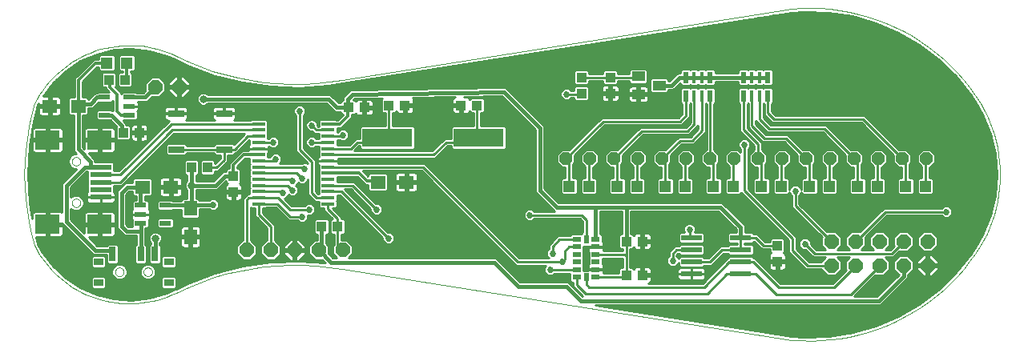
<source format=gtl>
G75*
G70*
%OFA0B0*%
%FSLAX24Y24*%
%IPPOS*%
%LPD*%
%AMOC8*
5,1,8,0,0,1.08239X$1,22.5*
%
%ADD10C,0.0000*%
%ADD11R,0.0394X0.0433*%
%ADD12R,0.0984X0.0787*%
%ADD13R,0.0906X0.0197*%
%ADD14OC8,0.0520*%
%ADD15R,0.0630X0.0551*%
%ADD16R,0.0551X0.0630*%
%ADD17R,0.0354X0.0236*%
%ADD18R,0.0236X0.0354*%
%ADD19OC8,0.0600*%
%ADD20R,0.0550X0.0137*%
%ADD21R,0.2100X0.0760*%
%ADD22R,0.0433X0.0394*%
%ADD23R,0.0173X0.0453*%
%ADD24R,0.0248X0.0453*%
%ADD25R,0.0472X0.0472*%
%ADD26R,0.0866X0.0236*%
%ADD27R,0.0551X0.0394*%
%ADD28R,0.0650X0.0300*%
%ADD29R,0.0472X0.0217*%
%ADD30R,0.0394X0.0315*%
%ADD31R,0.0276X0.0591*%
%ADD32C,0.0270*%
%ADD33C,0.0100*%
%ADD34C,0.0120*%
%ADD35C,0.0160*%
%ADD36C,0.0320*%
D10*
X008025Y004088D02*
X008519Y004317D01*
X009023Y004521D01*
X009537Y004701D01*
X010059Y004856D01*
X010588Y004985D01*
X011122Y005088D01*
X011661Y005165D01*
X012203Y005216D01*
X012747Y005240D01*
X013291Y005237D01*
X013835Y005209D01*
X014376Y005153D01*
X014915Y005072D01*
X033616Y002120D01*
X041490Y011962D02*
X041270Y012300D01*
X041035Y012627D01*
X040783Y012942D01*
X040517Y013245D01*
X040237Y013535D01*
X039943Y013811D01*
X039636Y014072D01*
X039317Y014318D01*
X038986Y014548D01*
X038644Y014763D01*
X038293Y014960D01*
X037932Y015140D01*
X037563Y015303D01*
X037187Y015448D01*
X036804Y015574D01*
X036416Y015682D01*
X036023Y015771D01*
X035626Y015840D01*
X035226Y015891D01*
X034824Y015922D01*
X034421Y015934D01*
X034018Y015926D01*
X033616Y015899D01*
X014915Y012946D01*
X014915Y012947D02*
X014376Y012866D01*
X013835Y012810D01*
X013291Y012782D01*
X012747Y012779D01*
X012203Y012803D01*
X011661Y012854D01*
X011122Y012931D01*
X010588Y013034D01*
X010059Y013163D01*
X009537Y013318D01*
X009023Y013498D01*
X008519Y013702D01*
X008025Y013931D01*
X007830Y014022D01*
X007630Y014103D01*
X007426Y014174D01*
X007219Y014235D01*
X007010Y014286D01*
X006798Y014327D01*
X006584Y014358D01*
X006369Y014378D01*
X006154Y014387D01*
X005938Y014386D01*
X005722Y014375D01*
X005508Y014353D01*
X005295Y014320D01*
X005083Y014277D01*
X004874Y014224D01*
X004668Y014161D01*
X004465Y014088D01*
X004266Y014005D01*
X004071Y013912D01*
X003881Y013810D01*
X003696Y013699D01*
X003516Y013579D01*
X003343Y013450D01*
X003176Y013313D01*
X003017Y013169D01*
X002864Y013016D01*
X002719Y012856D01*
X002582Y012690D01*
X002453Y012516D01*
X002333Y012337D01*
X002222Y012152D01*
X002119Y011962D01*
X003677Y009554D02*
X003679Y009580D01*
X003685Y009606D01*
X003695Y009631D01*
X003708Y009654D01*
X003724Y009674D01*
X003744Y009692D01*
X003766Y009707D01*
X003789Y009719D01*
X003815Y009727D01*
X003841Y009731D01*
X003867Y009731D01*
X003893Y009727D01*
X003919Y009719D01*
X003943Y009707D01*
X003964Y009692D01*
X003984Y009674D01*
X004000Y009654D01*
X004013Y009631D01*
X004023Y009606D01*
X004029Y009580D01*
X004031Y009554D01*
X004029Y009528D01*
X004023Y009502D01*
X004013Y009477D01*
X004000Y009454D01*
X003984Y009434D01*
X003964Y009416D01*
X003942Y009401D01*
X003919Y009389D01*
X003893Y009381D01*
X003867Y009377D01*
X003841Y009377D01*
X003815Y009381D01*
X003789Y009389D01*
X003765Y009401D01*
X003744Y009416D01*
X003724Y009434D01*
X003708Y009454D01*
X003695Y009477D01*
X003685Y009502D01*
X003679Y009528D01*
X003677Y009554D01*
X002119Y006057D02*
X002222Y005867D01*
X002333Y005682D01*
X002453Y005502D01*
X002582Y005329D01*
X002719Y005163D01*
X002864Y005003D01*
X003017Y004850D01*
X003176Y004706D01*
X003343Y004569D01*
X003516Y004440D01*
X003696Y004320D01*
X003881Y004209D01*
X004071Y004107D01*
X004266Y004014D01*
X004465Y003931D01*
X004668Y003858D01*
X004874Y003795D01*
X005083Y003742D01*
X005295Y003699D01*
X005508Y003666D01*
X005722Y003644D01*
X005938Y003633D01*
X006154Y003632D01*
X006369Y003641D01*
X006584Y003661D01*
X006798Y003692D01*
X007010Y003733D01*
X007219Y003784D01*
X007426Y003845D01*
X007630Y003916D01*
X007830Y003997D01*
X008025Y004088D01*
X006665Y004951D02*
X006667Y004977D01*
X006673Y005003D01*
X006683Y005028D01*
X006696Y005051D01*
X006712Y005071D01*
X006732Y005089D01*
X006754Y005104D01*
X006777Y005116D01*
X006803Y005124D01*
X006829Y005128D01*
X006855Y005128D01*
X006881Y005124D01*
X006907Y005116D01*
X006931Y005104D01*
X006952Y005089D01*
X006972Y005071D01*
X006988Y005051D01*
X007001Y005028D01*
X007011Y005003D01*
X007017Y004977D01*
X007019Y004951D01*
X007017Y004925D01*
X007011Y004899D01*
X007001Y004874D01*
X006988Y004851D01*
X006972Y004831D01*
X006952Y004813D01*
X006930Y004798D01*
X006907Y004786D01*
X006881Y004778D01*
X006855Y004774D01*
X006829Y004774D01*
X006803Y004778D01*
X006777Y004786D01*
X006753Y004798D01*
X006732Y004813D01*
X006712Y004831D01*
X006696Y004851D01*
X006683Y004874D01*
X006673Y004899D01*
X006667Y004925D01*
X006665Y004951D01*
X005484Y004951D02*
X005486Y004977D01*
X005492Y005003D01*
X005502Y005028D01*
X005515Y005051D01*
X005531Y005071D01*
X005551Y005089D01*
X005573Y005104D01*
X005596Y005116D01*
X005622Y005124D01*
X005648Y005128D01*
X005674Y005128D01*
X005700Y005124D01*
X005726Y005116D01*
X005750Y005104D01*
X005771Y005089D01*
X005791Y005071D01*
X005807Y005051D01*
X005820Y005028D01*
X005830Y005003D01*
X005836Y004977D01*
X005838Y004951D01*
X005836Y004925D01*
X005830Y004899D01*
X005820Y004874D01*
X005807Y004851D01*
X005791Y004831D01*
X005771Y004813D01*
X005749Y004798D01*
X005726Y004786D01*
X005700Y004778D01*
X005674Y004774D01*
X005648Y004774D01*
X005622Y004778D01*
X005596Y004786D01*
X005572Y004798D01*
X005551Y004813D01*
X005531Y004831D01*
X005515Y004851D01*
X005502Y004874D01*
X005492Y004899D01*
X005486Y004925D01*
X005484Y004951D01*
X003677Y007822D02*
X003679Y007848D01*
X003685Y007874D01*
X003695Y007899D01*
X003708Y007922D01*
X003724Y007942D01*
X003744Y007960D01*
X003766Y007975D01*
X003789Y007987D01*
X003815Y007995D01*
X003841Y007999D01*
X003867Y007999D01*
X003893Y007995D01*
X003919Y007987D01*
X003943Y007975D01*
X003964Y007960D01*
X003984Y007942D01*
X004000Y007922D01*
X004013Y007899D01*
X004023Y007874D01*
X004029Y007848D01*
X004031Y007822D01*
X004029Y007796D01*
X004023Y007770D01*
X004013Y007745D01*
X004000Y007722D01*
X003984Y007702D01*
X003964Y007684D01*
X003942Y007669D01*
X003919Y007657D01*
X003893Y007649D01*
X003867Y007645D01*
X003841Y007645D01*
X003815Y007649D01*
X003789Y007657D01*
X003765Y007669D01*
X003744Y007684D01*
X003724Y007702D01*
X003708Y007722D01*
X003695Y007745D01*
X003685Y007770D01*
X003679Y007796D01*
X003677Y007822D01*
X002120Y006056D02*
X001994Y006539D01*
X001890Y007026D01*
X001810Y007518D01*
X001752Y008013D01*
X001718Y008511D01*
X001706Y009009D01*
X001718Y009507D01*
X001752Y010005D01*
X001810Y010500D01*
X001890Y010992D01*
X001994Y011479D01*
X002120Y011962D01*
X001994Y011479D01*
X001890Y010992D01*
X001810Y010500D01*
X001752Y010005D01*
X001718Y009507D01*
X001706Y009009D01*
X001718Y008511D01*
X001752Y008013D01*
X001810Y007518D01*
X001890Y007026D01*
X001994Y006539D01*
X002120Y006056D01*
X001994Y006539D01*
X001890Y007026D01*
X001810Y007518D01*
X001752Y008013D01*
X001718Y008511D01*
X001706Y009009D01*
X001718Y009507D01*
X001752Y010005D01*
X001810Y010500D01*
X001890Y010992D01*
X001994Y011479D01*
X002120Y011962D01*
X033616Y002120D02*
X034018Y002093D01*
X034421Y002085D01*
X034824Y002097D01*
X035226Y002128D01*
X035626Y002179D01*
X036023Y002248D01*
X036416Y002337D01*
X036804Y002445D01*
X037187Y002571D01*
X037563Y002716D01*
X037932Y002879D01*
X038293Y003059D01*
X038644Y003256D01*
X038986Y003471D01*
X039317Y003701D01*
X039636Y003947D01*
X039943Y004208D01*
X040237Y004484D01*
X040517Y004774D01*
X040783Y005077D01*
X041035Y005392D01*
X041270Y005719D01*
X041490Y006057D01*
X041489Y006056D02*
X041626Y006302D01*
X041751Y006555D01*
X041863Y006813D01*
X041963Y007076D01*
X042050Y007344D01*
X042124Y007615D01*
X042185Y007890D01*
X042232Y008167D01*
X042266Y008447D01*
X042286Y008728D01*
X042293Y009009D01*
X042286Y009290D01*
X042266Y009571D01*
X042232Y009851D01*
X042185Y010128D01*
X042124Y010403D01*
X042050Y010674D01*
X041963Y010942D01*
X041863Y011205D01*
X041751Y011463D01*
X041626Y011716D01*
X041489Y011962D01*
D11*
X033028Y006054D03*
X033028Y005385D03*
X014739Y006838D03*
X014069Y006838D03*
X010398Y008280D03*
X010398Y008949D03*
X009323Y009298D03*
X008654Y009298D03*
X006486Y010751D03*
X005817Y010751D03*
X005886Y012951D03*
X005217Y012951D03*
D12*
X004838Y010440D03*
X002673Y010440D03*
X002673Y006936D03*
X004838Y006936D03*
D13*
X004878Y008058D03*
X004878Y008373D03*
X004878Y008688D03*
X004878Y009003D03*
X004878Y009318D03*
D14*
X024228Y009670D03*
X025228Y009670D03*
X026228Y009670D03*
X027228Y009670D03*
X028228Y009670D03*
X029228Y009670D03*
X030228Y009670D03*
X031228Y009670D03*
X032228Y009670D03*
X033228Y009670D03*
X034228Y009670D03*
X035228Y009670D03*
X036228Y009670D03*
X037228Y009670D03*
X038228Y009670D03*
X039228Y009670D03*
D15*
X017594Y008688D03*
X016413Y008688D03*
X007794Y008488D03*
X006613Y008488D03*
X003942Y011851D03*
X002761Y011851D03*
D16*
X008614Y007594D03*
X008614Y006413D03*
D17*
X024684Y006307D03*
X024684Y005992D03*
X024684Y005677D03*
X024684Y005362D03*
X024684Y005047D03*
X024684Y004732D03*
X025472Y004732D03*
X025472Y005047D03*
X025472Y005362D03*
X025472Y005677D03*
X025472Y005992D03*
X025472Y006307D03*
D18*
X025078Y006307D03*
X025078Y004732D03*
D19*
X014948Y005864D03*
X013948Y005864D03*
X012948Y005864D03*
X011948Y005864D03*
X010948Y005864D03*
X008151Y012651D03*
X007151Y012651D03*
X035278Y006220D03*
X036278Y006220D03*
X037278Y006220D03*
X038278Y006220D03*
X039278Y006220D03*
X039278Y005220D03*
X038278Y005220D03*
X037278Y005220D03*
X036278Y005220D03*
X035278Y005220D03*
D20*
X014328Y007785D03*
X014328Y008041D03*
X014328Y008297D03*
X014328Y008553D03*
X014328Y008809D03*
X014328Y009065D03*
X014328Y009320D03*
X014328Y009576D03*
X014328Y009832D03*
X014328Y010088D03*
X014328Y010344D03*
X014328Y010600D03*
X014328Y010856D03*
X014328Y011112D03*
X011449Y011112D03*
X011449Y010856D03*
X011449Y010600D03*
X011449Y010344D03*
X011449Y010088D03*
X011449Y009832D03*
X011449Y009576D03*
X011449Y009320D03*
X011449Y009065D03*
X011449Y008809D03*
X011449Y008553D03*
X011449Y008297D03*
X011449Y008041D03*
X011449Y007785D03*
D21*
X016804Y010538D03*
X020604Y010538D03*
D22*
X020539Y011888D03*
X019869Y011888D03*
X017539Y011888D03*
X016869Y011888D03*
X015849Y011804D03*
X015180Y011804D03*
X024878Y012385D03*
X026078Y012385D03*
X026078Y013054D03*
X024878Y013054D03*
X026743Y006220D03*
X027413Y006220D03*
X027413Y004820D03*
X026743Y004820D03*
D23*
X029570Y012286D03*
X029885Y012286D03*
X029885Y013054D03*
X029570Y013054D03*
X031970Y013054D03*
X032285Y013054D03*
X032285Y012286D03*
X031970Y012286D03*
D24*
X031618Y012286D03*
X032638Y012286D03*
X032638Y013054D03*
X031618Y013054D03*
X030238Y013054D03*
X029218Y013054D03*
X029218Y012286D03*
X030238Y012286D03*
D25*
X030365Y008520D03*
X031191Y008520D03*
X032365Y008520D03*
X033191Y008520D03*
X034365Y008520D03*
X035191Y008520D03*
X036365Y008520D03*
X037191Y008520D03*
X038365Y008520D03*
X039191Y008520D03*
X029191Y008520D03*
X028365Y008520D03*
X027191Y008520D03*
X026365Y008520D03*
X025191Y008520D03*
X024365Y008520D03*
X005965Y013651D03*
X005138Y013651D03*
D26*
X029454Y006370D03*
X029454Y005870D03*
X029454Y005370D03*
X029454Y004870D03*
X031502Y004870D03*
X031502Y005370D03*
X031502Y005870D03*
X031502Y006370D03*
D27*
X027245Y012346D03*
X028111Y012720D03*
X027245Y013094D03*
D28*
X010014Y011554D03*
X008014Y011554D03*
X008014Y010054D03*
X010014Y010054D03*
D29*
X006063Y011477D03*
X006063Y011851D03*
X005039Y011477D03*
X005039Y012225D03*
X006063Y012225D03*
X006539Y007725D03*
X006539Y007351D03*
X006539Y006977D03*
X007563Y006977D03*
X007563Y007725D03*
D30*
X007708Y005384D03*
X007708Y004518D03*
X004794Y004518D03*
X004794Y005384D03*
D31*
X005365Y005689D03*
X006546Y005689D03*
X007137Y005689D03*
D32*
X008778Y005120D03*
X009778Y005720D03*
X006078Y007120D03*
X005378Y007620D03*
X004478Y007620D03*
X003978Y007120D03*
X006078Y008120D03*
X004078Y008720D03*
X002578Y009520D03*
X002778Y011220D03*
X003278Y012520D03*
X003778Y013320D03*
X006578Y013320D03*
X007578Y013820D03*
X009078Y012920D03*
X011078Y011520D03*
X013151Y011651D03*
X014278Y011720D03*
X013651Y011051D03*
X014951Y010651D03*
X013651Y010351D03*
X012778Y010120D03*
X012051Y010351D03*
X012151Y009651D03*
X013351Y009251D03*
X013251Y008851D03*
X012851Y008751D03*
X012851Y008351D03*
X012451Y008251D03*
X013551Y007551D03*
X013251Y007251D03*
X016351Y007551D03*
X016851Y006351D03*
X016478Y005920D03*
X020078Y005820D03*
X023578Y005047D03*
X024078Y005370D03*
X023678Y005720D03*
X026178Y006020D03*
X026278Y005320D03*
X028028Y004970D03*
X028628Y004970D03*
X028678Y005420D03*
X028478Y006070D03*
X029378Y006720D03*
X030478Y006120D03*
X033128Y004870D03*
X034628Y004870D03*
X034178Y006120D03*
X033778Y008320D03*
X031651Y010251D03*
X027178Y011720D03*
X025678Y011920D03*
X024251Y012351D03*
X026678Y012620D03*
X028278Y013320D03*
X021478Y011920D03*
X019278Y011920D03*
X018078Y011920D03*
X016378Y011820D03*
X016578Y012820D03*
X018278Y010220D03*
X022178Y010020D03*
X022728Y007320D03*
X013778Y009920D03*
X009551Y007751D03*
X003178Y005920D03*
X003978Y005120D03*
X032878Y002920D03*
X034378Y002820D03*
X036578Y002820D03*
X039978Y004620D03*
X040178Y005720D03*
X040878Y006520D03*
X040051Y007451D03*
X041578Y007720D03*
X041478Y009520D03*
X040678Y011820D03*
X038578Y013220D03*
D33*
X005435Y003828D02*
X004715Y004001D01*
X004036Y004295D01*
X003417Y004701D01*
X002878Y005209D01*
X002435Y005802D01*
X002260Y006113D01*
X002188Y006393D01*
X002623Y006393D01*
X002623Y006886D01*
X002723Y006886D01*
X002723Y006986D01*
X003261Y006986D01*
X003261Y006972D01*
X004572Y005661D01*
X004730Y005661D01*
X005118Y005661D01*
X005118Y005349D01*
X005182Y005284D01*
X005549Y005284D01*
X005613Y005349D01*
X005613Y006030D01*
X005549Y006095D01*
X005182Y006095D01*
X005129Y006041D01*
X004730Y006041D01*
X004378Y006393D01*
X004788Y006393D01*
X004788Y006886D01*
X004888Y006886D01*
X004888Y006393D01*
X005350Y006393D01*
X005388Y006403D01*
X005422Y006422D01*
X005450Y006450D01*
X005470Y006485D01*
X005480Y006523D01*
X005480Y006886D01*
X004888Y006886D01*
X004888Y006986D01*
X005480Y006986D01*
X005480Y007350D01*
X005470Y007388D01*
X005450Y007422D01*
X005422Y007450D01*
X005388Y007470D01*
X005350Y007480D01*
X004888Y007480D01*
X004888Y006986D01*
X004788Y006986D01*
X004788Y006886D01*
X004196Y006886D01*
X004196Y006575D01*
X003641Y007130D01*
X003641Y007572D01*
X003669Y007545D01*
X003789Y007495D01*
X003919Y007495D01*
X004039Y007545D01*
X004131Y007637D01*
X004181Y007757D01*
X004181Y007887D01*
X004131Y008007D01*
X004039Y008099D01*
X003919Y008149D01*
X003789Y008149D01*
X003669Y008099D01*
X003641Y008072D01*
X003641Y008472D01*
X004297Y009128D01*
X004315Y009128D01*
X004315Y008859D01*
X004328Y008846D01*
X004315Y008832D01*
X004315Y008544D01*
X004328Y008531D01*
X004315Y008517D01*
X004315Y008259D01*
X004305Y008249D01*
X004285Y008215D01*
X004275Y008176D01*
X004275Y008058D01*
X004275Y007940D01*
X004285Y007902D01*
X004305Y007868D01*
X004333Y007840D01*
X004367Y007820D01*
X004405Y007810D01*
X004877Y007810D01*
X004877Y008058D01*
X004275Y008058D01*
X004877Y008058D01*
X004877Y008058D01*
X004878Y008058D01*
X004878Y008058D01*
X005480Y008058D01*
X005480Y007940D01*
X005470Y007902D01*
X005450Y007868D01*
X005422Y007840D01*
X005388Y007820D01*
X005350Y007810D01*
X004878Y007810D01*
X004878Y008058D01*
X005480Y008058D01*
X005480Y008176D01*
X005470Y008215D01*
X005450Y008249D01*
X005440Y008259D01*
X005440Y008517D01*
X005429Y008528D01*
X005622Y008528D01*
X005754Y008528D01*
X007922Y010696D01*
X010870Y010696D01*
X010436Y010262D01*
X010385Y010314D01*
X009644Y010314D01*
X009579Y010249D01*
X009579Y010214D01*
X008449Y010214D01*
X008449Y010249D01*
X008385Y010314D01*
X007644Y010314D01*
X007579Y010249D01*
X007579Y009858D01*
X007644Y009794D01*
X008385Y009794D01*
X008449Y009858D01*
X008449Y009894D01*
X009579Y009894D01*
X009579Y009858D01*
X009644Y009794D01*
X009854Y009794D01*
X009854Y009680D01*
X009632Y009458D01*
X009630Y009458D01*
X009630Y009561D01*
X009565Y009625D01*
X009080Y009625D01*
X009016Y009561D01*
X009016Y009036D01*
X009080Y008972D01*
X009565Y008972D01*
X009630Y009036D01*
X009630Y009138D01*
X009632Y009138D01*
X009765Y009138D01*
X010174Y009548D01*
X010174Y009680D01*
X010174Y009794D01*
X010385Y009794D01*
X010449Y009858D01*
X010449Y009894D01*
X010520Y009894D01*
X011064Y010438D01*
X011064Y010259D01*
X011054Y010249D01*
X011034Y010215D01*
X011024Y010176D01*
X011024Y010088D01*
X011024Y010002D01*
X010903Y010002D01*
X010762Y010002D01*
X010228Y009469D01*
X010228Y009328D01*
X010228Y009275D01*
X010156Y009275D01*
X010092Y009211D01*
X010092Y009139D01*
X009970Y009139D01*
X009572Y008741D01*
X008845Y008741D01*
X008844Y008743D01*
X008844Y008972D01*
X008896Y008972D01*
X008960Y009036D01*
X008960Y009561D01*
X008896Y009625D01*
X008411Y009625D01*
X008347Y009561D01*
X008347Y009036D01*
X008411Y008972D01*
X008464Y008972D01*
X008464Y008743D01*
X008425Y008704D01*
X008384Y008605D01*
X008384Y008497D01*
X008425Y008398D01*
X008464Y008359D01*
X008464Y008019D01*
X008293Y008019D01*
X008229Y007955D01*
X008229Y007915D01*
X007873Y007915D01*
X007845Y007943D01*
X007281Y007943D01*
X007217Y007879D01*
X007217Y007571D01*
X007281Y007507D01*
X007845Y007507D01*
X007873Y007535D01*
X008229Y007535D01*
X008229Y007234D01*
X008293Y007170D01*
X008935Y007170D01*
X009000Y007234D01*
X009000Y007561D01*
X009395Y007561D01*
X009412Y007543D01*
X009502Y007506D01*
X009600Y007506D01*
X009690Y007543D01*
X009759Y007612D01*
X009796Y007702D01*
X009796Y007800D01*
X009759Y007890D01*
X009690Y007959D01*
X009600Y007996D01*
X009502Y007996D01*
X009412Y007959D01*
X009395Y007941D01*
X009000Y007941D01*
X009000Y007955D01*
X008935Y008019D01*
X008844Y008019D01*
X008844Y008359D01*
X008845Y008361D01*
X009572Y008361D01*
X009730Y008361D01*
X010092Y008723D01*
X010092Y008687D01*
X010143Y008635D01*
X010109Y008616D01*
X010082Y008588D01*
X010062Y008554D01*
X010052Y008516D01*
X010052Y008328D01*
X010350Y008328D01*
X010350Y008231D01*
X010447Y008231D01*
X010447Y008328D01*
X010745Y008328D01*
X010745Y008516D01*
X010735Y008554D01*
X010715Y008588D01*
X010687Y008616D01*
X010654Y008635D01*
X010705Y008687D01*
X010705Y009211D01*
X010641Y009275D01*
X010568Y009275D01*
X010568Y009328D01*
X010903Y009662D01*
X011064Y009662D01*
X011064Y009462D01*
X011078Y009448D01*
X011064Y009435D01*
X011064Y009206D01*
X011078Y009192D01*
X011064Y009179D01*
X011064Y008950D01*
X011078Y008937D01*
X011064Y008923D01*
X011064Y008695D01*
X011078Y008681D01*
X011064Y008667D01*
X011064Y008439D01*
X011078Y008425D01*
X011064Y008411D01*
X011064Y008201D01*
X010975Y008201D01*
X010885Y008111D01*
X010791Y008017D01*
X010791Y006274D01*
X010779Y006274D01*
X010538Y006034D01*
X010538Y005694D01*
X010779Y005454D01*
X011118Y005454D01*
X011358Y005694D01*
X011358Y006034D01*
X011118Y006274D01*
X011111Y006274D01*
X011111Y007624D01*
X011128Y007607D01*
X011291Y007607D01*
X011291Y007285D01*
X011385Y007191D01*
X011788Y006788D01*
X011788Y006274D01*
X011779Y006274D01*
X011538Y006034D01*
X011538Y005694D01*
X011779Y005454D01*
X012118Y005454D01*
X012358Y005694D01*
X012358Y006034D01*
X012118Y006274D01*
X012108Y006274D01*
X012108Y006788D01*
X012108Y006920D01*
X011611Y007417D01*
X011611Y007607D01*
X011769Y007607D01*
X011788Y007625D01*
X012151Y007625D01*
X012685Y007091D01*
X012817Y007091D01*
X013065Y007091D01*
X013112Y007043D01*
X013202Y007006D01*
X013300Y007006D01*
X013390Y007043D01*
X013459Y007112D01*
X013496Y007202D01*
X013496Y007300D01*
X013492Y007311D01*
X013502Y007306D01*
X013600Y007306D01*
X013690Y007343D01*
X013759Y007412D01*
X013796Y007502D01*
X013796Y007600D01*
X013759Y007690D01*
X013690Y007759D01*
X013600Y007796D01*
X013502Y007796D01*
X013412Y007759D01*
X013365Y007711D01*
X012817Y007711D01*
X012516Y008013D01*
X012590Y008043D01*
X012659Y008112D01*
X012684Y008172D01*
X012712Y008143D01*
X012802Y008106D01*
X012900Y008106D01*
X012990Y008143D01*
X013059Y008212D01*
X013096Y008302D01*
X013096Y008400D01*
X013059Y008490D01*
X012998Y008551D01*
X013059Y008612D01*
X013084Y008672D01*
X013112Y008643D01*
X013202Y008606D01*
X013300Y008606D01*
X013390Y008643D01*
X013459Y008712D01*
X013491Y008791D01*
X013491Y008317D01*
X013491Y008185D01*
X013795Y007881D01*
X013928Y007881D01*
X013943Y007881D01*
X013943Y007671D01*
X014007Y007607D01*
X014168Y007607D01*
X014168Y007509D01*
X014511Y007165D01*
X014496Y007165D01*
X014432Y007100D01*
X014432Y006576D01*
X014496Y006512D01*
X014579Y006512D01*
X014579Y006140D01*
X014579Y006074D01*
X014538Y006034D01*
X014538Y005694D01*
X014692Y005541D01*
X014540Y005541D01*
X014358Y005723D01*
X014358Y006034D01*
X014259Y006133D01*
X014259Y006512D01*
X014312Y006512D01*
X014376Y006576D01*
X014376Y007100D01*
X014312Y007165D01*
X013827Y007165D01*
X013762Y007100D01*
X013762Y006576D01*
X013827Y006512D01*
X013879Y006512D01*
X013879Y006274D01*
X013779Y006274D01*
X013538Y006034D01*
X013538Y005694D01*
X013779Y005454D01*
X014090Y005454D01*
X014210Y005334D01*
X013158Y005407D01*
X011963Y005363D01*
X011963Y005363D01*
X010778Y005194D01*
X009618Y004901D01*
X008495Y004487D01*
X008015Y004487D01*
X008015Y004389D02*
X008295Y004389D01*
X008095Y004290D02*
X007990Y004290D01*
X008015Y004315D02*
X007950Y004251D01*
X007465Y004251D01*
X007401Y004315D01*
X007401Y004721D01*
X007465Y004786D01*
X007950Y004786D01*
X008015Y004721D01*
X008015Y004315D01*
X008014Y004250D02*
X007965Y004225D01*
X007959Y004223D01*
X007959Y004223D01*
X007620Y004073D01*
X006909Y003865D01*
X006174Y003783D01*
X005435Y003828D01*
X005153Y003896D02*
X007014Y003896D01*
X007351Y003994D02*
X004741Y003994D01*
X004502Y004093D02*
X007664Y004093D01*
X007888Y004191D02*
X004274Y004191D01*
X004488Y004315D02*
X004552Y004251D01*
X005037Y004251D01*
X005101Y004315D01*
X005101Y004721D01*
X005037Y004786D01*
X004552Y004786D01*
X004488Y004721D01*
X004488Y004315D01*
X004513Y004290D02*
X004046Y004290D01*
X003893Y004389D02*
X004488Y004389D01*
X004488Y004487D02*
X003743Y004487D01*
X003593Y004586D02*
X004488Y004586D01*
X004488Y004684D02*
X003444Y004684D01*
X003331Y004783D02*
X004549Y004783D01*
X005040Y004783D02*
X005376Y004783D01*
X005383Y004766D02*
X005475Y004674D01*
X005596Y004624D01*
X005726Y004624D01*
X005846Y004674D01*
X005938Y004766D01*
X005988Y004886D01*
X005988Y005016D01*
X005938Y005136D01*
X005846Y005229D01*
X005726Y005278D01*
X005596Y005278D01*
X005475Y005229D01*
X005383Y005136D01*
X005333Y005016D01*
X005333Y004886D01*
X005383Y004766D01*
X005465Y004684D02*
X005101Y004684D01*
X005101Y004586D02*
X007401Y004586D01*
X007401Y004684D02*
X007037Y004684D01*
X007027Y004674D02*
X007119Y004766D01*
X007169Y004886D01*
X007169Y005016D01*
X007119Y005136D01*
X007027Y005229D01*
X006907Y005278D01*
X006777Y005278D01*
X006656Y005229D01*
X006564Y005136D01*
X006515Y005016D01*
X006515Y004886D01*
X006564Y004766D01*
X006656Y004674D01*
X006777Y004624D01*
X006907Y004624D01*
X007027Y004674D01*
X007126Y004783D02*
X007463Y004783D01*
X007167Y004881D02*
X009565Y004881D01*
X009618Y004901D02*
X009618Y004901D01*
X009930Y004980D02*
X007169Y004980D01*
X007143Y005078D02*
X010320Y005078D01*
X010710Y005177D02*
X008010Y005177D01*
X008015Y005181D02*
X007950Y005117D01*
X007465Y005117D01*
X007401Y005181D01*
X007401Y005587D01*
X007465Y005652D01*
X007950Y005652D01*
X008015Y005587D01*
X008015Y005181D01*
X008015Y005275D02*
X011348Y005275D01*
X011137Y005473D02*
X011760Y005473D01*
X011662Y005571D02*
X011235Y005571D01*
X011334Y005670D02*
X011563Y005670D01*
X011538Y005768D02*
X011358Y005768D01*
X011358Y005867D02*
X011538Y005867D01*
X011538Y005965D02*
X011358Y005965D01*
X011329Y006064D02*
X011568Y006064D01*
X011667Y006162D02*
X011230Y006162D01*
X011131Y006261D02*
X011765Y006261D01*
X011788Y006359D02*
X011111Y006359D01*
X011111Y006458D02*
X011788Y006458D01*
X011788Y006556D02*
X011111Y006556D01*
X011111Y006655D02*
X011788Y006655D01*
X011788Y006754D02*
X011111Y006754D01*
X011111Y006852D02*
X011724Y006852D01*
X011625Y006951D02*
X011111Y006951D01*
X011111Y007049D02*
X011527Y007049D01*
X011428Y007148D02*
X011111Y007148D01*
X011111Y007246D02*
X011330Y007246D01*
X011291Y007345D02*
X011111Y007345D01*
X011111Y007443D02*
X011291Y007443D01*
X011291Y007542D02*
X011111Y007542D01*
X010791Y007542D02*
X009686Y007542D01*
X009770Y007640D02*
X010791Y007640D01*
X010791Y007739D02*
X009796Y007739D01*
X009781Y007838D02*
X010791Y007838D01*
X010791Y007936D02*
X010675Y007936D01*
X010687Y007943D02*
X010715Y007971D01*
X010735Y008005D01*
X010745Y008043D01*
X010745Y008231D01*
X010447Y008231D01*
X010447Y007913D01*
X010615Y007913D01*
X010653Y007923D01*
X010687Y007943D01*
X010743Y008035D02*
X010808Y008035D01*
X010745Y008133D02*
X010907Y008133D01*
X011041Y008041D02*
X010951Y007951D01*
X010951Y005867D01*
X010948Y005864D01*
X010538Y005867D02*
X007385Y005867D01*
X007385Y005965D02*
X008269Y005965D01*
X008281Y005959D02*
X008319Y005948D01*
X008564Y005948D01*
X008564Y006363D01*
X008664Y006363D01*
X008664Y005948D01*
X008909Y005948D01*
X008948Y005959D01*
X008982Y005978D01*
X009010Y006006D01*
X009029Y006041D01*
X009040Y006079D01*
X009040Y006363D01*
X008664Y006363D01*
X008664Y006463D01*
X009040Y006463D01*
X009040Y006748D01*
X009029Y006786D01*
X009010Y006820D01*
X008982Y006848D01*
X008948Y006868D01*
X008909Y006878D01*
X008664Y006878D01*
X008664Y006464D01*
X008564Y006464D01*
X008564Y006878D01*
X008319Y006878D01*
X008281Y006868D01*
X008246Y006848D01*
X008219Y006820D01*
X008199Y006786D01*
X008189Y006748D01*
X008189Y006463D01*
X008564Y006463D01*
X008564Y006363D01*
X008189Y006363D01*
X008189Y006079D01*
X008199Y006041D01*
X008219Y006006D01*
X008246Y005978D01*
X008281Y005959D01*
X008193Y006064D02*
X007351Y006064D01*
X007341Y006074D02*
X007341Y006159D01*
X007380Y006198D01*
X007421Y006297D01*
X007421Y006405D01*
X007380Y006504D01*
X007304Y006580D01*
X007205Y006621D01*
X007097Y006621D01*
X006998Y006580D01*
X006922Y006504D01*
X006881Y006405D01*
X006881Y006297D01*
X006922Y006198D01*
X006961Y006159D01*
X006961Y006095D01*
X006954Y006095D01*
X006889Y006030D01*
X006889Y005349D01*
X006954Y005284D01*
X007320Y005284D01*
X007385Y005349D01*
X007385Y006030D01*
X007341Y006074D01*
X007344Y006162D02*
X008189Y006162D01*
X008189Y006261D02*
X007406Y006261D01*
X007421Y006359D02*
X008189Y006359D01*
X008189Y006556D02*
X007328Y006556D01*
X007399Y006458D02*
X008564Y006458D01*
X008564Y006556D02*
X008664Y006556D01*
X008664Y006458D02*
X010791Y006458D01*
X010791Y006556D02*
X009040Y006556D01*
X009040Y006655D02*
X010791Y006655D01*
X010791Y006754D02*
X009038Y006754D01*
X008975Y006852D02*
X010791Y006852D01*
X010791Y006951D02*
X007909Y006951D01*
X007909Y007049D02*
X010791Y007049D01*
X010791Y007148D02*
X007892Y007148D01*
X007909Y007131D02*
X007845Y007195D01*
X007281Y007195D01*
X007217Y007131D01*
X007217Y006823D01*
X007281Y006759D01*
X007845Y006759D01*
X007909Y006823D01*
X007909Y007131D01*
X008229Y007246D02*
X006926Y007246D01*
X006926Y007223D02*
X006926Y007347D01*
X006544Y007347D01*
X006544Y007355D01*
X006926Y007355D01*
X006926Y007479D01*
X006915Y007517D01*
X006896Y007552D01*
X006881Y007566D01*
X006886Y007571D01*
X006886Y007879D01*
X006821Y007943D01*
X006729Y007943D01*
X006729Y008103D01*
X006974Y008103D01*
X007038Y008167D01*
X007038Y008809D01*
X006974Y008874D01*
X006253Y008874D01*
X006188Y008809D01*
X006188Y008678D01*
X006067Y008678D01*
X005909Y008678D01*
X005672Y008441D01*
X005561Y008330D01*
X005561Y006930D01*
X005561Y006772D01*
X005761Y006572D01*
X005872Y006461D01*
X006356Y006461D01*
X006356Y006088D01*
X006299Y006030D01*
X006299Y005349D01*
X006363Y005284D01*
X006730Y005284D01*
X006794Y005349D01*
X006794Y006030D01*
X006736Y006088D01*
X006736Y006572D01*
X006736Y006730D01*
X006736Y006759D01*
X006821Y006759D01*
X006886Y006823D01*
X006886Y007131D01*
X006881Y007136D01*
X006896Y007151D01*
X006915Y007185D01*
X006926Y007223D01*
X006893Y007148D02*
X007234Y007148D01*
X007217Y007049D02*
X006886Y007049D01*
X006886Y006951D02*
X007217Y006951D01*
X007217Y006852D02*
X006886Y006852D01*
X006736Y006754D02*
X008190Y006754D01*
X008189Y006655D02*
X006736Y006655D01*
X006736Y006556D02*
X006975Y006556D01*
X006903Y006458D02*
X006736Y006458D01*
X006736Y006359D02*
X006881Y006359D01*
X006896Y006261D02*
X006736Y006261D01*
X006736Y006162D02*
X006958Y006162D01*
X006923Y006064D02*
X006761Y006064D01*
X006794Y005965D02*
X006889Y005965D01*
X006889Y005867D02*
X006794Y005867D01*
X006794Y005768D02*
X006889Y005768D01*
X006889Y005670D02*
X006794Y005670D01*
X006794Y005571D02*
X006889Y005571D01*
X006889Y005473D02*
X006794Y005473D01*
X006794Y005374D02*
X006889Y005374D01*
X006914Y005275D02*
X007401Y005275D01*
X007405Y005177D02*
X007079Y005177D01*
X006770Y005275D02*
X005733Y005275D01*
X005589Y005275D02*
X005101Y005275D01*
X005101Y005181D02*
X005037Y005117D01*
X004552Y005117D01*
X004488Y005181D01*
X004488Y005587D01*
X004552Y005652D01*
X005037Y005652D01*
X005101Y005587D01*
X005101Y005181D01*
X005097Y005177D02*
X005424Y005177D01*
X005359Y005078D02*
X003017Y005078D01*
X003122Y004980D02*
X005333Y004980D01*
X005335Y004881D02*
X003226Y004881D01*
X002912Y005177D02*
X004492Y005177D01*
X004488Y005275D02*
X002829Y005275D01*
X002755Y005374D02*
X004488Y005374D01*
X004488Y005473D02*
X002681Y005473D01*
X002607Y005571D02*
X004488Y005571D01*
X004564Y005670D02*
X002534Y005670D01*
X002460Y005768D02*
X004465Y005768D01*
X004367Y005867D02*
X002398Y005867D01*
X002343Y005965D02*
X004268Y005965D01*
X004170Y006064D02*
X002288Y006064D01*
X002247Y006162D02*
X004071Y006162D01*
X003973Y006261D02*
X002222Y006261D01*
X002197Y006359D02*
X003874Y006359D01*
X003776Y006458D02*
X003289Y006458D01*
X003285Y006450D02*
X003305Y006485D01*
X003315Y006523D01*
X003315Y006886D01*
X002723Y006886D01*
X002723Y006393D01*
X003185Y006393D01*
X003223Y006403D01*
X003257Y006422D01*
X003285Y006450D01*
X003315Y006556D02*
X003677Y006556D01*
X003579Y006655D02*
X003315Y006655D01*
X003315Y006754D02*
X003480Y006754D01*
X003381Y006852D02*
X003315Y006852D01*
X003283Y006951D02*
X002723Y006951D01*
X002723Y006986D02*
X002623Y006986D01*
X002623Y007480D01*
X002161Y007480D01*
X002123Y007470D01*
X002089Y007450D01*
X002061Y007422D01*
X002041Y007388D01*
X002031Y007350D01*
X002031Y007185D01*
X001922Y007832D01*
X001856Y009009D01*
X001922Y010187D01*
X002031Y010834D01*
X002031Y010490D01*
X002623Y010490D01*
X002623Y010984D01*
X002161Y010984D01*
X002123Y010974D01*
X002089Y010954D01*
X002061Y010926D01*
X002041Y010892D01*
X002040Y010887D01*
X002118Y011350D01*
X002260Y011906D01*
X002296Y011970D01*
X002296Y011901D01*
X002710Y011901D01*
X002710Y011801D01*
X002296Y011801D01*
X002296Y011556D01*
X002306Y011518D01*
X002326Y011483D01*
X002354Y011456D01*
X002388Y011436D01*
X002426Y011426D01*
X002711Y011426D01*
X002711Y011801D01*
X002811Y011801D01*
X002811Y011901D01*
X003226Y011901D01*
X003226Y012146D01*
X003215Y012185D01*
X003196Y012219D01*
X003168Y012247D01*
X003133Y012266D01*
X003095Y012277D01*
X002811Y012277D01*
X002811Y011901D01*
X002711Y011901D01*
X002711Y012277D01*
X002479Y012277D01*
X002878Y012810D01*
X003417Y013317D01*
X004036Y013724D01*
X004715Y014018D01*
X005435Y014191D01*
X006174Y014236D01*
X006909Y014154D01*
X007620Y013946D01*
X007959Y013796D01*
X008014Y013769D01*
X008015Y013769D01*
X008495Y013531D01*
X009618Y013118D01*
X010778Y012825D01*
X011963Y012656D01*
X013158Y012612D01*
X014352Y012695D01*
X014940Y012799D01*
X033633Y015750D01*
X034134Y015781D01*
X035145Y015748D01*
X036144Y015592D01*
X037116Y015314D01*
X038047Y014918D01*
X038921Y014411D01*
X039727Y013800D01*
X040452Y013095D01*
X041084Y012306D01*
X041361Y011885D01*
X041565Y011507D01*
X041884Y010707D01*
X042078Y009868D01*
X042143Y009009D01*
X042078Y008151D01*
X041884Y007312D01*
X041565Y006512D01*
X041361Y006134D01*
X041084Y005713D01*
X040452Y004924D01*
X039727Y004218D01*
X038921Y003608D01*
X038047Y003100D01*
X037116Y002705D01*
X036144Y002427D01*
X035145Y002271D01*
X034134Y002238D01*
X033633Y002269D01*
X025448Y003561D01*
X037330Y003561D01*
X037441Y003672D01*
X038468Y004699D01*
X038468Y004830D01*
X038688Y005050D01*
X038688Y005389D01*
X038448Y005630D01*
X038108Y005630D01*
X037868Y005389D01*
X037868Y005050D01*
X038075Y004843D01*
X037172Y003941D01*
X036226Y003941D01*
X036238Y003953D01*
X037101Y004817D01*
X037108Y004810D01*
X037448Y004810D01*
X037688Y005050D01*
X037688Y005389D01*
X037518Y005560D01*
X037844Y005560D01*
X037938Y005653D01*
X038101Y005817D01*
X038108Y005810D01*
X038448Y005810D01*
X038688Y006050D01*
X038688Y006389D01*
X038448Y006630D01*
X038108Y006630D01*
X037868Y006389D01*
X037868Y006050D01*
X037875Y006043D01*
X037712Y005880D01*
X037518Y005880D01*
X037688Y006050D01*
X037688Y006389D01*
X037448Y006630D01*
X037108Y006630D01*
X036868Y006389D01*
X036868Y006050D01*
X037038Y005880D01*
X036518Y005880D01*
X036688Y006050D01*
X036688Y006389D01*
X036681Y006396D01*
X037576Y007291D01*
X039865Y007291D01*
X039912Y007243D01*
X040002Y007206D01*
X040100Y007206D01*
X040190Y007243D01*
X040259Y007312D01*
X040296Y007402D01*
X040296Y007500D01*
X040259Y007590D01*
X040190Y007659D01*
X040100Y007696D01*
X040002Y007696D01*
X039912Y007659D01*
X039865Y007611D01*
X037576Y007611D01*
X037443Y007611D01*
X036455Y006623D01*
X036448Y006630D01*
X036108Y006630D01*
X035868Y006389D01*
X035868Y006050D01*
X036038Y005880D01*
X035518Y005880D01*
X035688Y006050D01*
X035688Y006389D01*
X035448Y006630D01*
X035108Y006630D01*
X035101Y006623D01*
X033938Y007786D01*
X033938Y008133D01*
X042074Y008133D01*
X042084Y008232D02*
X039531Y008232D01*
X039538Y008238D02*
X039538Y008801D01*
X039473Y008866D01*
X039351Y008866D01*
X039351Y009300D01*
X039381Y009300D01*
X039598Y009516D01*
X039598Y009823D01*
X039381Y010040D01*
X039075Y010040D01*
X038858Y009823D01*
X038858Y009516D01*
X039031Y009343D01*
X039031Y008866D01*
X038910Y008866D01*
X038845Y008801D01*
X038845Y008238D01*
X038910Y008173D01*
X039473Y008173D01*
X039538Y008238D01*
X039538Y008330D02*
X042092Y008330D01*
X042099Y008429D02*
X039538Y008429D01*
X039538Y008527D02*
X042107Y008527D01*
X042114Y008626D02*
X039538Y008626D01*
X039538Y008724D02*
X042122Y008724D01*
X042129Y008823D02*
X039516Y008823D01*
X039351Y008922D02*
X042137Y008922D01*
X042143Y009020D02*
X039351Y009020D01*
X039351Y009119D02*
X042135Y009119D01*
X042128Y009217D02*
X039351Y009217D01*
X039397Y009316D02*
X042120Y009316D01*
X042113Y009414D02*
X039496Y009414D01*
X039594Y009513D02*
X042105Y009513D01*
X042098Y009611D02*
X039598Y009611D01*
X039598Y009710D02*
X042090Y009710D01*
X042083Y009808D02*
X039598Y009808D01*
X039514Y009907D02*
X042069Y009907D01*
X042046Y010006D02*
X039415Y010006D01*
X039041Y010006D02*
X038415Y010006D01*
X038381Y010040D02*
X038084Y010040D01*
X036644Y011480D01*
X036512Y011480D01*
X032944Y011480D01*
X032798Y011626D01*
X032798Y011949D01*
X032807Y011949D01*
X032872Y012014D01*
X032872Y012558D01*
X032807Y012622D01*
X032468Y012622D01*
X032443Y012597D01*
X032418Y012622D01*
X032153Y012622D01*
X032128Y012597D01*
X032103Y012622D01*
X031838Y012622D01*
X031813Y012597D01*
X031788Y012622D01*
X031449Y012622D01*
X031384Y012558D01*
X031384Y012014D01*
X031449Y011949D01*
X031458Y011949D01*
X031458Y010946D01*
X031458Y010813D01*
X032068Y010203D01*
X031896Y010203D01*
X031896Y010202D02*
X031896Y010300D01*
X031859Y010390D01*
X031790Y010459D01*
X031700Y010496D01*
X031602Y010496D01*
X031512Y010459D01*
X031443Y010390D01*
X031406Y010300D01*
X031406Y010202D01*
X031443Y010112D01*
X031491Y010065D01*
X031491Y009930D01*
X031381Y010040D01*
X031075Y010040D01*
X030858Y009823D01*
X030858Y009516D01*
X031031Y009343D01*
X031031Y008866D01*
X030910Y008866D01*
X030845Y008801D01*
X030845Y008238D01*
X030910Y008173D01*
X031473Y008173D01*
X031538Y008238D01*
X031538Y008239D01*
X033491Y006285D01*
X033491Y005917D01*
X033491Y005785D01*
X034123Y005153D01*
X034216Y005060D01*
X034868Y005060D01*
X034868Y005050D01*
X035108Y004810D01*
X035448Y004810D01*
X035688Y005050D01*
X035688Y005389D01*
X035518Y005560D01*
X036038Y005560D01*
X035868Y005389D01*
X035868Y005050D01*
X035875Y005043D01*
X035312Y004480D01*
X033144Y004480D01*
X032094Y005530D01*
X032045Y005530D01*
X032045Y005533D01*
X031980Y005598D01*
X031023Y005598D01*
X030959Y005533D01*
X030959Y005526D01*
X029912Y004480D01*
X027674Y004480D01*
X027687Y004483D01*
X027721Y004503D01*
X027749Y004531D01*
X027769Y004565D01*
X027779Y004603D01*
X027779Y004771D01*
X027461Y004771D01*
X027461Y004868D01*
X027779Y004868D01*
X027779Y005036D01*
X027769Y005074D01*
X027749Y005109D01*
X027721Y005137D01*
X027687Y005156D01*
X027649Y005166D01*
X027461Y005166D01*
X027461Y004868D01*
X027364Y004868D01*
X027364Y005166D01*
X027176Y005166D01*
X027138Y005156D01*
X027104Y005137D01*
X027076Y005109D01*
X027057Y005075D01*
X027005Y005126D01*
X026903Y005126D01*
X026903Y005553D01*
X026903Y005686D01*
X026903Y005913D01*
X027005Y005913D01*
X027057Y005964D01*
X027076Y005931D01*
X027104Y005903D01*
X027138Y005883D01*
X027176Y005873D01*
X027364Y005873D01*
X027364Y006171D01*
X027461Y006171D01*
X027461Y005873D01*
X027649Y005873D01*
X027687Y005883D01*
X027721Y005903D01*
X027749Y005931D01*
X027769Y005965D01*
X027779Y006003D01*
X027779Y006171D01*
X027461Y006171D01*
X027461Y006268D01*
X027779Y006268D01*
X027779Y006436D01*
X027769Y006474D01*
X027749Y006509D01*
X027721Y006537D01*
X027687Y006556D01*
X027649Y006566D01*
X027461Y006566D01*
X027461Y006268D01*
X027364Y006268D01*
X027364Y006566D01*
X027176Y006566D01*
X027138Y006556D01*
X027104Y006537D01*
X027076Y006509D01*
X027057Y006475D01*
X027005Y006526D01*
X026933Y006526D01*
X026933Y007461D01*
X030572Y007461D01*
X031312Y006722D01*
X031312Y006598D01*
X031023Y006598D01*
X030959Y006533D01*
X030959Y006206D01*
X031023Y006142D01*
X031342Y006142D01*
X031342Y006098D01*
X031023Y006098D01*
X030959Y006033D01*
X030959Y006030D01*
X030794Y006030D01*
X030662Y006030D01*
X030162Y005530D01*
X029997Y005530D01*
X029997Y005533D01*
X029933Y005598D01*
X028976Y005598D01*
X028911Y005533D01*
X028911Y005496D01*
X028886Y005558D01*
X028838Y005606D01*
X028838Y005653D01*
X028894Y005710D01*
X028911Y005710D01*
X028911Y005706D01*
X028976Y005642D01*
X029933Y005642D01*
X029997Y005706D01*
X029997Y006033D01*
X029933Y006098D01*
X028976Y006098D01*
X028911Y006033D01*
X028911Y006030D01*
X028894Y006030D01*
X028762Y006030D01*
X028518Y005786D01*
X028518Y005653D01*
X028518Y005606D01*
X028470Y005558D01*
X028433Y005468D01*
X028433Y005371D01*
X028470Y005281D01*
X028539Y005212D01*
X028629Y005175D01*
X028727Y005175D01*
X028817Y005212D01*
X028886Y005281D01*
X028911Y005343D01*
X028911Y005206D01*
X028976Y005142D01*
X029933Y005142D01*
X029997Y005206D01*
X029997Y005210D01*
X030162Y005210D01*
X030294Y005210D01*
X030794Y005710D01*
X030959Y005710D01*
X030959Y005706D01*
X031023Y005642D01*
X031980Y005642D01*
X032045Y005706D01*
X032045Y006033D01*
X031980Y006098D01*
X031662Y006098D01*
X031662Y006142D01*
X031980Y006142D01*
X032045Y006206D01*
X032045Y006210D01*
X032062Y006210D01*
X032377Y005894D01*
X032510Y005894D01*
X032721Y005894D01*
X032721Y005792D01*
X032772Y005741D01*
X032739Y005722D01*
X032711Y005694D01*
X032691Y005659D01*
X032681Y005621D01*
X032681Y005433D01*
X032979Y005433D01*
X032979Y005337D01*
X032681Y005337D01*
X032681Y005149D01*
X032691Y005111D01*
X032711Y005076D01*
X032739Y005048D01*
X032773Y005029D01*
X032811Y005019D01*
X032979Y005019D01*
X032979Y005336D01*
X033076Y005336D01*
X033076Y005019D01*
X033245Y005019D01*
X033283Y005029D01*
X033317Y005048D01*
X033345Y005076D01*
X033365Y005111D01*
X033375Y005149D01*
X033375Y005337D01*
X033077Y005337D01*
X033077Y005433D01*
X033375Y005433D01*
X033375Y005621D01*
X033365Y005659D01*
X033345Y005694D01*
X033317Y005722D01*
X033283Y005741D01*
X033335Y005792D01*
X033335Y006316D01*
X033270Y006381D01*
X032786Y006381D01*
X032721Y006316D01*
X032721Y006214D01*
X032510Y006214D01*
X032194Y006530D01*
X032062Y006530D01*
X032045Y006530D01*
X032045Y006533D01*
X031980Y006598D01*
X031692Y006598D01*
X031692Y006879D01*
X031580Y006991D01*
X030841Y007730D01*
X030730Y007841D01*
X026830Y007841D01*
X026672Y007841D01*
X025530Y007841D01*
X025372Y007841D01*
X023930Y007841D01*
X023341Y008430D01*
X023341Y010872D01*
X023341Y011030D01*
X021840Y012531D01*
X021840Y012533D01*
X021785Y012586D01*
X021730Y012641D01*
X021728Y012641D01*
X021727Y012642D01*
X021650Y012641D01*
X021572Y012641D01*
X021571Y012640D01*
X015349Y012541D01*
X015272Y012541D01*
X015271Y012540D01*
X015269Y012540D01*
X015216Y012485D01*
X015072Y012341D01*
X014961Y012230D01*
X014961Y012111D01*
X014917Y012111D01*
X014853Y012046D01*
X014853Y011994D01*
X014777Y011994D01*
X014541Y012230D01*
X014430Y012341D01*
X009343Y012341D01*
X009304Y012380D01*
X009205Y012421D01*
X009097Y012421D01*
X008998Y012380D01*
X008922Y012304D01*
X008881Y012205D01*
X008881Y012097D01*
X008922Y011998D01*
X008998Y011922D01*
X009097Y011881D01*
X009205Y011881D01*
X009304Y011922D01*
X009343Y011961D01*
X014272Y011961D01*
X014620Y011614D01*
X014777Y011614D01*
X014853Y011614D01*
X014853Y011561D01*
X014917Y011497D01*
X014957Y011497D01*
X014741Y011282D01*
X014657Y011282D01*
X014648Y011290D01*
X014007Y011290D01*
X013943Y011226D01*
X013943Y011016D01*
X013913Y011016D01*
X013896Y011032D01*
X013896Y011100D01*
X013859Y011190D01*
X013790Y011259D01*
X013700Y011296D01*
X013602Y011296D01*
X013512Y011259D01*
X013443Y011190D01*
X013406Y011100D01*
X013406Y011002D01*
X013443Y010912D01*
X013512Y010843D01*
X013602Y010806D01*
X013670Y010806D01*
X013780Y010696D01*
X013913Y010696D01*
X013943Y010696D01*
X013943Y010504D01*
X013845Y010504D01*
X013790Y010559D01*
X013700Y010596D01*
X013602Y010596D01*
X013512Y010559D01*
X013443Y010490D01*
X013406Y010400D01*
X013406Y010302D01*
X013443Y010212D01*
X013512Y010143D01*
X013602Y010106D01*
X013700Y010106D01*
X013790Y010143D01*
X013831Y010184D01*
X013943Y010184D01*
X013943Y009974D01*
X013956Y009960D01*
X013943Y009946D01*
X013943Y009747D01*
X013933Y009737D01*
X013913Y009703D01*
X013903Y009665D01*
X013903Y009577D01*
X014327Y009577D01*
X014327Y009576D01*
X013903Y009576D01*
X013903Y009488D01*
X013913Y009450D01*
X013933Y009416D01*
X013943Y009406D01*
X013943Y009206D01*
X013956Y009192D01*
X013943Y009179D01*
X013943Y008950D01*
X013956Y008937D01*
X013943Y008923D01*
X013943Y008695D01*
X013956Y008681D01*
X013943Y008667D01*
X013943Y008439D01*
X013956Y008425D01*
X013943Y008411D01*
X013943Y008201D01*
X013928Y008201D01*
X013811Y008317D01*
X013811Y009617D01*
X013717Y009711D01*
X013311Y010117D01*
X013311Y011465D01*
X013359Y011512D01*
X013396Y011602D01*
X013396Y011700D01*
X013359Y011790D01*
X013290Y011859D01*
X013200Y011896D01*
X013102Y011896D01*
X013012Y011859D01*
X012943Y011790D01*
X012906Y011700D01*
X012906Y011602D01*
X012943Y011512D01*
X012991Y011465D01*
X012991Y010117D01*
X012991Y009985D01*
X013491Y009485D01*
X013491Y009458D01*
X013490Y009459D01*
X013400Y009496D01*
X013302Y009496D01*
X013264Y009480D01*
X012327Y009480D01*
X012359Y009512D01*
X012396Y009602D01*
X012396Y009700D01*
X012359Y009790D01*
X012290Y009859D01*
X012200Y009896D01*
X012102Y009896D01*
X012012Y009859D01*
X011943Y009790D01*
X011921Y009736D01*
X011834Y009736D01*
X011834Y009918D01*
X011844Y009928D01*
X011864Y009962D01*
X011874Y010000D01*
X011874Y010088D01*
X011449Y010088D01*
X011449Y010088D01*
X011874Y010088D01*
X011874Y010176D01*
X011872Y010184D01*
X011912Y010143D01*
X012002Y010106D01*
X012100Y010106D01*
X012190Y010143D01*
X012259Y010212D01*
X012296Y010302D01*
X012296Y010400D01*
X012259Y010490D01*
X012190Y010559D01*
X012100Y010596D01*
X012002Y010596D01*
X011912Y010559D01*
X011858Y010504D01*
X011834Y010504D01*
X011834Y010714D01*
X011820Y010728D01*
X011834Y010742D01*
X011834Y010970D01*
X011820Y010984D01*
X011834Y010998D01*
X011834Y011226D01*
X011769Y011290D01*
X011128Y011290D01*
X011110Y011272D01*
X010410Y011272D01*
X010431Y011284D01*
X010459Y011312D01*
X010479Y011346D01*
X010489Y011384D01*
X010489Y011529D01*
X010039Y011529D01*
X010039Y011579D01*
X009989Y011579D01*
X009989Y011529D01*
X009539Y011529D01*
X009539Y011384D01*
X009549Y011346D01*
X009569Y011312D01*
X009597Y011284D01*
X009618Y011272D01*
X008410Y011272D01*
X008431Y011284D01*
X008459Y011312D01*
X008479Y011346D01*
X008489Y011384D01*
X008489Y011529D01*
X008039Y011529D01*
X008039Y011579D01*
X007989Y011579D01*
X007989Y011529D01*
X007539Y011529D01*
X007539Y011384D01*
X007549Y011346D01*
X007569Y011312D01*
X007597Y011284D01*
X007631Y011264D01*
X007669Y011254D01*
X007728Y011254D01*
X005637Y009163D01*
X005429Y009163D01*
X005440Y009174D01*
X005440Y009462D01*
X005376Y009526D01*
X004641Y009526D01*
X004641Y009630D01*
X004530Y009741D01*
X004375Y009896D01*
X004788Y009896D01*
X004788Y010390D01*
X004196Y010390D01*
X004196Y010075D01*
X004132Y010139D01*
X004132Y011466D01*
X004302Y011466D01*
X004367Y011530D01*
X004367Y011761D01*
X004372Y011761D01*
X004530Y011761D01*
X004776Y012007D01*
X005321Y012007D01*
X005381Y012067D01*
X005381Y011667D01*
X005349Y011667D01*
X005321Y011695D01*
X004758Y011695D01*
X004693Y011631D01*
X004693Y011323D01*
X004758Y011259D01*
X005275Y011259D01*
X005515Y011019D01*
X005510Y011013D01*
X005510Y010489D01*
X005574Y010425D01*
X006059Y010425D01*
X006123Y010489D01*
X006123Y011013D01*
X006059Y011078D01*
X005941Y011078D01*
X005941Y011130D01*
X005830Y011241D01*
X005812Y011259D01*
X006345Y011259D01*
X006409Y011323D01*
X006409Y011631D01*
X006404Y011636D01*
X006419Y011651D01*
X006439Y011685D01*
X006449Y011723D01*
X006449Y011847D01*
X006067Y011847D01*
X006067Y011855D01*
X006449Y011855D01*
X006449Y011979D01*
X006439Y012017D01*
X006429Y012035D01*
X006646Y012035D01*
X006804Y012035D01*
X007010Y012241D01*
X007321Y012241D01*
X007561Y012481D01*
X007561Y012821D01*
X007321Y013061D01*
X006981Y013061D01*
X006741Y012821D01*
X006741Y012510D01*
X006646Y012415D01*
X006373Y012415D01*
X006345Y012443D01*
X005781Y012443D01*
X005721Y012383D01*
X005721Y012422D01*
X005488Y012654D01*
X005523Y012689D01*
X005523Y013213D01*
X005459Y013278D01*
X004974Y013278D01*
X004910Y013213D01*
X004910Y012689D01*
X004974Y012625D01*
X005081Y012625D01*
X005081Y012581D01*
X005181Y012481D01*
X005219Y012443D01*
X004758Y012443D01*
X004729Y012415D01*
X004646Y012415D01*
X004372Y012141D01*
X004367Y012141D01*
X004367Y012172D01*
X004302Y012237D01*
X004121Y012237D01*
X004121Y012881D01*
X004722Y013481D01*
X004792Y013481D01*
X004792Y013369D01*
X004856Y013305D01*
X005420Y013305D01*
X005484Y013369D01*
X005484Y013933D01*
X005420Y013997D01*
X004856Y013997D01*
X004792Y013933D01*
X004792Y013821D01*
X004722Y013821D01*
X004581Y013821D01*
X003881Y013121D01*
X003781Y013022D01*
X003781Y012237D01*
X003581Y012237D01*
X003517Y012172D01*
X003517Y011530D01*
X003581Y011466D01*
X003752Y011466D01*
X003752Y009982D01*
X003852Y009881D01*
X003789Y009881D01*
X003669Y009832D01*
X003577Y009740D01*
X003527Y009619D01*
X003527Y009489D01*
X003577Y009369D01*
X003669Y009277D01*
X003789Y009227D01*
X003859Y009227D01*
X003372Y008741D01*
X003261Y008630D01*
X003261Y007446D01*
X003257Y007450D01*
X003223Y007470D01*
X003185Y007480D01*
X002723Y007480D01*
X002723Y006986D01*
X002723Y007049D02*
X002623Y007049D01*
X002623Y007148D02*
X002723Y007148D01*
X002723Y007246D02*
X002623Y007246D01*
X002623Y007345D02*
X002723Y007345D01*
X002723Y007443D02*
X002623Y007443D01*
X003261Y007542D02*
X001971Y007542D01*
X001954Y007640D02*
X003261Y007640D01*
X003261Y007739D02*
X001937Y007739D01*
X001921Y007838D02*
X003261Y007838D01*
X003261Y007936D02*
X001916Y007936D01*
X001910Y008035D02*
X003261Y008035D01*
X003261Y008133D02*
X001905Y008133D01*
X001899Y008232D02*
X003261Y008232D01*
X003261Y008330D02*
X001894Y008330D01*
X001888Y008429D02*
X003261Y008429D01*
X003261Y008527D02*
X001883Y008527D01*
X001877Y008626D02*
X003261Y008626D01*
X003356Y008724D02*
X001872Y008724D01*
X001866Y008823D02*
X003454Y008823D01*
X003553Y008922D02*
X001861Y008922D01*
X001857Y009020D02*
X003651Y009020D01*
X003750Y009119D02*
X001862Y009119D01*
X001868Y009217D02*
X003849Y009217D01*
X003630Y009316D02*
X001873Y009316D01*
X001879Y009414D02*
X003558Y009414D01*
X003527Y009513D02*
X001884Y009513D01*
X001890Y009611D02*
X003527Y009611D01*
X003564Y009710D02*
X001895Y009710D01*
X001901Y009808D02*
X003645Y009808D01*
X003827Y009907D02*
X003223Y009907D01*
X003257Y009926D01*
X003285Y009954D01*
X003305Y009989D01*
X003315Y010027D01*
X003315Y010390D01*
X002723Y010390D01*
X002723Y010490D01*
X003315Y010490D01*
X003315Y010854D01*
X003305Y010892D01*
X003285Y010926D01*
X003257Y010954D01*
X003223Y010974D01*
X003185Y010984D01*
X002723Y010984D01*
X002723Y010490D01*
X002623Y010490D01*
X002623Y010390D01*
X002723Y010390D01*
X002723Y009896D01*
X003185Y009896D01*
X003223Y009907D01*
X003309Y010006D02*
X003752Y010006D01*
X003752Y010104D02*
X003315Y010104D01*
X003315Y010203D02*
X003752Y010203D01*
X003752Y010301D02*
X003315Y010301D01*
X003315Y010498D02*
X003752Y010498D01*
X003752Y010400D02*
X002723Y010400D01*
X002723Y010498D02*
X002623Y010498D01*
X002623Y010400D02*
X001958Y010400D01*
X002031Y010390D02*
X002031Y010027D01*
X002041Y009989D01*
X002061Y009954D01*
X002089Y009926D01*
X002123Y009907D01*
X002161Y009896D01*
X002623Y009896D01*
X002623Y010390D01*
X002031Y010390D01*
X002031Y010301D02*
X001941Y010301D01*
X001924Y010203D02*
X002031Y010203D01*
X002031Y010104D02*
X001917Y010104D01*
X001912Y010006D02*
X002036Y010006D01*
X002122Y009907D02*
X001906Y009907D01*
X002623Y009907D02*
X002723Y009907D01*
X002723Y010006D02*
X002623Y010006D01*
X002623Y010104D02*
X002723Y010104D01*
X002723Y010203D02*
X002623Y010203D01*
X002623Y010301D02*
X002723Y010301D01*
X002723Y010597D02*
X002623Y010597D01*
X002623Y010695D02*
X002723Y010695D01*
X002723Y010794D02*
X002623Y010794D01*
X002623Y010892D02*
X002723Y010892D01*
X003304Y010892D02*
X003752Y010892D01*
X003752Y010794D02*
X003315Y010794D01*
X003315Y010695D02*
X003752Y010695D01*
X003752Y010597D02*
X003315Y010597D01*
X003752Y010991D02*
X002057Y010991D01*
X002041Y010892D02*
X002041Y010892D01*
X002031Y010794D02*
X002024Y010794D01*
X002031Y010695D02*
X002007Y010695D01*
X001991Y010597D02*
X002031Y010597D01*
X002031Y010498D02*
X001974Y010498D01*
X002074Y011089D02*
X003752Y011089D01*
X003752Y011188D02*
X002090Y011188D01*
X002107Y011287D02*
X003752Y011287D01*
X003752Y011385D02*
X002127Y011385D01*
X002152Y011484D02*
X002326Y011484D01*
X002296Y011582D02*
X002177Y011582D01*
X002202Y011681D02*
X002296Y011681D01*
X002296Y011779D02*
X002228Y011779D01*
X002253Y011878D02*
X002710Y011878D01*
X002711Y011976D02*
X002811Y011976D01*
X002811Y011878D02*
X003517Y011878D01*
X003517Y011976D02*
X003226Y011976D01*
X003226Y012075D02*
X003517Y012075D01*
X003518Y012173D02*
X003218Y012173D01*
X003113Y012272D02*
X003781Y012272D01*
X003781Y012371D02*
X002550Y012371D01*
X002623Y012469D02*
X003781Y012469D01*
X003781Y012568D02*
X002697Y012568D01*
X002771Y012666D02*
X003781Y012666D01*
X003781Y012765D02*
X002844Y012765D01*
X002935Y012863D02*
X003781Y012863D01*
X003781Y012962D02*
X003040Y012962D01*
X003144Y013060D02*
X003820Y013060D01*
X003919Y013159D02*
X003249Y013159D01*
X003354Y013257D02*
X004017Y013257D01*
X004116Y013356D02*
X003476Y013356D01*
X003626Y013455D02*
X004214Y013455D01*
X004313Y013553D02*
X003776Y013553D01*
X003925Y013652D02*
X004411Y013652D01*
X004510Y013750D02*
X004096Y013750D01*
X004323Y013849D02*
X004792Y013849D01*
X004806Y013947D02*
X004551Y013947D01*
X004830Y014046D02*
X007278Y014046D01*
X006942Y014144D02*
X005242Y014144D01*
X005618Y013933D02*
X005683Y013997D01*
X006246Y013997D01*
X006311Y013933D01*
X006311Y013369D01*
X006246Y013305D01*
X006135Y013305D01*
X006135Y013271D01*
X006193Y013213D01*
X006193Y012689D01*
X006128Y012625D01*
X005643Y012625D01*
X005579Y012689D01*
X005579Y013213D01*
X005643Y013278D01*
X005795Y013278D01*
X005795Y013305D01*
X005683Y013305D01*
X005618Y013369D01*
X005618Y013933D01*
X005633Y013947D02*
X005470Y013947D01*
X005484Y013849D02*
X005618Y013849D01*
X005618Y013750D02*
X005484Y013750D01*
X005484Y013652D02*
X005618Y013652D01*
X005618Y013553D02*
X005484Y013553D01*
X005484Y013455D02*
X005618Y013455D01*
X005632Y013356D02*
X005471Y013356D01*
X005479Y013257D02*
X005623Y013257D01*
X005579Y013159D02*
X005523Y013159D01*
X005523Y013060D02*
X005579Y013060D01*
X005579Y012962D02*
X005523Y012962D01*
X005523Y012863D02*
X005579Y012863D01*
X005579Y012765D02*
X005523Y012765D01*
X005500Y012666D02*
X005602Y012666D01*
X005575Y012568D02*
X006741Y012568D01*
X006741Y012666D02*
X006170Y012666D01*
X006193Y012765D02*
X006741Y012765D01*
X006783Y012863D02*
X006193Y012863D01*
X006193Y012962D02*
X006882Y012962D01*
X006981Y013060D02*
X006193Y013060D01*
X006193Y013159D02*
X009507Y013159D01*
X009239Y013257D02*
X006148Y013257D01*
X006297Y013356D02*
X008972Y013356D01*
X008704Y013455D02*
X006311Y013455D01*
X006311Y013553D02*
X008452Y013553D01*
X008252Y013652D02*
X006311Y013652D01*
X006311Y013750D02*
X008052Y013750D01*
X007840Y013849D02*
X006311Y013849D01*
X006296Y013947D02*
X007614Y013947D01*
X007965Y013101D02*
X007701Y012838D01*
X007701Y012701D01*
X008101Y012701D01*
X008101Y012601D01*
X007701Y012601D01*
X007701Y012465D01*
X007965Y012201D01*
X008101Y012201D01*
X008101Y012601D01*
X008201Y012601D01*
X008201Y012201D01*
X008338Y012201D01*
X008601Y012465D01*
X008601Y012601D01*
X008201Y012601D01*
X008201Y012701D01*
X008101Y012701D01*
X008101Y013101D01*
X007965Y013101D01*
X007924Y013060D02*
X007322Y013060D01*
X007420Y012962D02*
X007825Y012962D01*
X007727Y012863D02*
X007519Y012863D01*
X007561Y012765D02*
X007701Y012765D01*
X007561Y012666D02*
X008101Y012666D01*
X008101Y012568D02*
X008201Y012568D01*
X008201Y012666D02*
X011889Y012666D01*
X011199Y012765D02*
X008601Y012765D01*
X008601Y012701D02*
X008601Y012838D01*
X008338Y013101D01*
X008201Y013101D01*
X008201Y012701D01*
X008601Y012701D01*
X008601Y012568D02*
X017019Y012568D01*
X016593Y012181D02*
X016543Y012131D01*
X016543Y011646D01*
X016607Y011581D01*
X016709Y011581D01*
X016709Y011028D01*
X015708Y011028D01*
X015644Y010964D01*
X015644Y010511D01*
X015485Y010511D01*
X015391Y010417D01*
X015222Y010248D01*
X014713Y010248D01*
X014713Y010440D01*
X014821Y010440D01*
X014902Y010406D01*
X015000Y010406D01*
X015090Y010443D01*
X015159Y010512D01*
X015196Y010602D01*
X015196Y010700D01*
X015159Y010790D01*
X015090Y010859D01*
X015000Y010896D01*
X014902Y010896D01*
X014812Y010859D01*
X014743Y010790D01*
X014731Y010760D01*
X014713Y010760D01*
X014713Y010942D01*
X014741Y010942D01*
X014882Y010942D01*
X015222Y011281D01*
X015321Y011381D01*
X015321Y011497D01*
X015442Y011497D01*
X015493Y011548D01*
X015512Y011515D01*
X015540Y011487D01*
X015574Y011467D01*
X015613Y011457D01*
X015800Y011457D01*
X015800Y011755D01*
X015897Y011755D01*
X015897Y011457D01*
X016085Y011457D01*
X016123Y011467D01*
X016157Y011487D01*
X016185Y011515D01*
X016205Y011549D01*
X016215Y011587D01*
X016215Y011755D01*
X015897Y011755D01*
X015897Y011852D01*
X016215Y011852D01*
X016215Y012021D01*
X016205Y012059D01*
X016185Y012093D01*
X016157Y012121D01*
X016123Y012141D01*
X016085Y012151D01*
X015897Y012151D01*
X015897Y011853D01*
X015800Y011853D01*
X015800Y012151D01*
X015613Y012151D01*
X015574Y012141D01*
X015540Y012121D01*
X015512Y012093D01*
X015493Y012059D01*
X015442Y012111D01*
X015379Y012111D01*
X015431Y012162D01*
X016593Y012181D01*
X016586Y012173D02*
X016125Y012173D01*
X016196Y012075D02*
X016543Y012075D01*
X016543Y011976D02*
X016215Y011976D01*
X016215Y011878D02*
X016543Y011878D01*
X016543Y011779D02*
X015897Y011779D01*
X015897Y011681D02*
X015800Y011681D01*
X015800Y011582D02*
X015897Y011582D01*
X015897Y011484D02*
X015800Y011484D01*
X015546Y011484D02*
X015321Y011484D01*
X015321Y011385D02*
X016709Y011385D01*
X016709Y011287D02*
X015227Y011287D01*
X015128Y011188D02*
X016709Y011188D01*
X016709Y011089D02*
X015030Y011089D01*
X014931Y010991D02*
X015671Y010991D01*
X015644Y010892D02*
X015009Y010892D01*
X014893Y010892D02*
X014713Y010892D01*
X014713Y010794D02*
X014747Y010794D01*
X014900Y010600D02*
X014328Y010600D01*
X014328Y010856D02*
X013846Y010856D01*
X013651Y011051D01*
X013463Y010892D02*
X013311Y010892D01*
X013311Y010794D02*
X013682Y010794D01*
X013943Y010695D02*
X013311Y010695D01*
X013311Y010597D02*
X013943Y010597D01*
X013452Y010498D02*
X013311Y010498D01*
X013311Y010400D02*
X013406Y010400D01*
X013407Y010301D02*
X013311Y010301D01*
X013311Y010203D02*
X013453Y010203D01*
X013325Y010104D02*
X013943Y010104D01*
X013943Y010006D02*
X013423Y010006D01*
X013522Y009907D02*
X013943Y009907D01*
X013943Y009808D02*
X013620Y009808D01*
X013719Y009710D02*
X013917Y009710D01*
X013903Y009611D02*
X013811Y009611D01*
X013811Y009513D02*
X013903Y009513D01*
X013934Y009414D02*
X013811Y009414D01*
X013811Y009316D02*
X013943Y009316D01*
X013943Y009217D02*
X013811Y009217D01*
X013811Y009119D02*
X013943Y009119D01*
X013943Y009020D02*
X013811Y009020D01*
X013811Y008922D02*
X013943Y008922D01*
X013943Y008823D02*
X013811Y008823D01*
X013811Y008724D02*
X013943Y008724D01*
X013943Y008626D02*
X013811Y008626D01*
X013811Y008527D02*
X013943Y008527D01*
X013952Y008429D02*
X013811Y008429D01*
X013811Y008330D02*
X013943Y008330D01*
X013943Y008232D02*
X013897Y008232D01*
X013861Y008041D02*
X013651Y008251D01*
X013651Y009551D01*
X013151Y010051D01*
X013151Y011651D01*
X012972Y011484D02*
X010489Y011484D01*
X010489Y011579D02*
X010039Y011579D01*
X010039Y011854D01*
X010359Y011854D01*
X010397Y011844D01*
X010431Y011824D01*
X010459Y011796D01*
X010479Y011762D01*
X010489Y011724D01*
X010489Y011579D01*
X010489Y011582D02*
X012915Y011582D01*
X012906Y011681D02*
X010489Y011681D01*
X010469Y011779D02*
X012939Y011779D01*
X013058Y011878D02*
X006449Y011878D01*
X006449Y011976D02*
X008944Y011976D01*
X008890Y012075D02*
X006844Y012075D01*
X006942Y012173D02*
X008881Y012173D01*
X008909Y012272D02*
X008408Y012272D01*
X008507Y012371D02*
X008989Y012371D01*
X009314Y012371D02*
X015102Y012371D01*
X015072Y012341D02*
X015072Y012341D01*
X015003Y012272D02*
X014499Y012272D01*
X014598Y012173D02*
X014961Y012173D01*
X014882Y012075D02*
X014696Y012075D01*
X014454Y011779D02*
X013363Y011779D01*
X013396Y011681D02*
X014553Y011681D01*
X014356Y011878D02*
X013244Y011878D01*
X013388Y011582D02*
X014853Y011582D01*
X014943Y011484D02*
X013330Y011484D01*
X013311Y011385D02*
X014845Y011385D01*
X014746Y011287D02*
X014652Y011287D01*
X014003Y011287D02*
X013723Y011287D01*
X013579Y011287D02*
X013311Y011287D01*
X013311Y011188D02*
X013443Y011188D01*
X013406Y011089D02*
X013311Y011089D01*
X013311Y010991D02*
X013411Y010991D01*
X012991Y010991D02*
X011827Y010991D01*
X011834Y011089D02*
X012991Y011089D01*
X012991Y011188D02*
X011834Y011188D01*
X011773Y011287D02*
X012991Y011287D01*
X012991Y011385D02*
X010489Y011385D01*
X010434Y011287D02*
X011125Y011287D01*
X011449Y011112D02*
X007812Y011112D01*
X005703Y009003D01*
X004878Y009003D01*
X005440Y009217D02*
X005691Y009217D01*
X005789Y009316D02*
X005440Y009316D01*
X005440Y009414D02*
X005888Y009414D01*
X005987Y009513D02*
X005390Y009513D01*
X006085Y009611D02*
X004641Y009611D01*
X004561Y009710D02*
X006184Y009710D01*
X006282Y009808D02*
X004463Y009808D01*
X004788Y009907D02*
X004888Y009907D01*
X004888Y009896D02*
X005350Y009896D01*
X005388Y009907D01*
X005422Y009926D01*
X005450Y009954D01*
X005470Y009989D01*
X005480Y010027D01*
X005480Y010390D01*
X004888Y010390D01*
X004888Y009896D01*
X004888Y010006D02*
X004788Y010006D01*
X004788Y010104D02*
X004888Y010104D01*
X004888Y010203D02*
X004788Y010203D01*
X004788Y010301D02*
X004888Y010301D01*
X004888Y010390D02*
X004788Y010390D01*
X004788Y010490D01*
X004196Y010490D01*
X004196Y010854D01*
X004206Y010892D01*
X004226Y010926D01*
X004254Y010954D01*
X004288Y010974D01*
X004326Y010984D01*
X004788Y010984D01*
X004788Y010490D01*
X004888Y010490D01*
X004888Y010984D01*
X005350Y010984D01*
X005388Y010974D01*
X005422Y010954D01*
X005450Y010926D01*
X005470Y010892D01*
X005480Y010854D01*
X005480Y010490D01*
X004888Y010490D01*
X004888Y010390D01*
X004888Y010400D02*
X006223Y010400D01*
X006231Y010395D02*
X006269Y010385D01*
X006437Y010385D01*
X006437Y010702D01*
X006534Y010702D01*
X006534Y010385D01*
X006702Y010385D01*
X006741Y010395D01*
X006775Y010415D01*
X006803Y010443D01*
X006822Y010477D01*
X006833Y010515D01*
X006833Y010703D01*
X006534Y010703D01*
X006534Y010800D01*
X006437Y010800D01*
X006437Y011118D01*
X006269Y011118D01*
X006231Y011107D01*
X006197Y011088D01*
X006169Y011060D01*
X006149Y011026D01*
X006139Y010987D01*
X006139Y010800D01*
X006437Y010800D01*
X006437Y010703D01*
X006139Y010703D01*
X006139Y010515D01*
X006149Y010477D01*
X006169Y010443D01*
X006197Y010415D01*
X006231Y010395D01*
X006143Y010498D02*
X006123Y010498D01*
X006123Y010597D02*
X006139Y010597D01*
X006139Y010695D02*
X006123Y010695D01*
X006123Y010794D02*
X006437Y010794D01*
X006534Y010800D02*
X006534Y011118D01*
X006702Y011118D01*
X006741Y011107D01*
X006775Y011088D01*
X006803Y011060D01*
X006822Y011026D01*
X006833Y010987D01*
X006833Y010800D01*
X006534Y010800D01*
X006534Y010794D02*
X007268Y010794D01*
X007366Y010892D02*
X006833Y010892D01*
X006832Y010991D02*
X007465Y010991D01*
X007563Y011089D02*
X006772Y011089D01*
X006534Y011089D02*
X006437Y011089D01*
X006437Y010991D02*
X006534Y010991D01*
X006534Y010892D02*
X006437Y010892D01*
X006437Y010695D02*
X006534Y010695D01*
X006534Y010597D02*
X006437Y010597D01*
X006437Y010498D02*
X006534Y010498D01*
X006534Y010400D02*
X006437Y010400D01*
X006676Y010203D02*
X005480Y010203D01*
X005480Y010301D02*
X006775Y010301D01*
X006749Y010400D02*
X006873Y010400D01*
X006828Y010498D02*
X006972Y010498D01*
X007071Y010597D02*
X006833Y010597D01*
X006833Y010695D02*
X007169Y010695D01*
X007724Y010498D02*
X010672Y010498D01*
X010573Y010400D02*
X007626Y010400D01*
X007631Y010301D02*
X007527Y010301D01*
X007579Y010203D02*
X007429Y010203D01*
X007330Y010104D02*
X007579Y010104D01*
X007579Y010006D02*
X007232Y010006D01*
X007133Y009907D02*
X007579Y009907D01*
X007629Y009808D02*
X007035Y009808D01*
X006936Y009710D02*
X009854Y009710D01*
X009785Y009611D02*
X009579Y009611D01*
X009630Y009513D02*
X009687Y009513D01*
X009698Y009298D02*
X010014Y009614D01*
X010014Y010054D01*
X010454Y010054D01*
X011000Y010600D01*
X011449Y010600D01*
X011449Y010856D02*
X007856Y010856D01*
X005688Y008688D01*
X004878Y008688D01*
X005430Y008527D02*
X005759Y008527D01*
X005852Y008626D02*
X005857Y008626D01*
X005951Y008724D02*
X006188Y008724D01*
X006202Y008823D02*
X006049Y008823D01*
X006148Y008922D02*
X008464Y008922D01*
X008464Y008823D02*
X008248Y008823D01*
X008249Y008822D02*
X008229Y008856D01*
X008202Y008884D01*
X008167Y008904D01*
X008129Y008914D01*
X007844Y008914D01*
X007844Y008538D01*
X007745Y008538D01*
X007745Y008914D01*
X007460Y008914D01*
X007422Y008904D01*
X007387Y008884D01*
X007359Y008856D01*
X007340Y008822D01*
X007330Y008784D01*
X007330Y008538D01*
X007744Y008538D01*
X007744Y008438D01*
X007330Y008438D01*
X007330Y008193D01*
X007340Y008155D01*
X007359Y008120D01*
X007387Y008093D01*
X007422Y008073D01*
X007460Y008063D01*
X007745Y008063D01*
X007745Y008438D01*
X007844Y008438D01*
X007844Y008063D01*
X008129Y008063D01*
X008167Y008073D01*
X008202Y008093D01*
X008229Y008120D01*
X008249Y008155D01*
X008259Y008193D01*
X008259Y008438D01*
X007845Y008438D01*
X007845Y008538D01*
X008259Y008538D01*
X008259Y008784D01*
X008249Y008822D01*
X008259Y008724D02*
X008445Y008724D01*
X008392Y008626D02*
X008259Y008626D01*
X008384Y008527D02*
X007845Y008527D01*
X007844Y008429D02*
X007745Y008429D01*
X007744Y008527D02*
X007038Y008527D01*
X007038Y008429D02*
X007330Y008429D01*
X007330Y008330D02*
X007038Y008330D01*
X007038Y008232D02*
X007330Y008232D01*
X007352Y008133D02*
X007004Y008133D01*
X006828Y007936D02*
X007274Y007936D01*
X007217Y007838D02*
X006886Y007838D01*
X006886Y007739D02*
X007217Y007739D01*
X007217Y007640D02*
X006886Y007640D01*
X006901Y007542D02*
X007246Y007542D01*
X006926Y007443D02*
X008229Y007443D01*
X008229Y007345D02*
X006926Y007345D01*
X006535Y007347D02*
X006153Y007347D01*
X006153Y007223D01*
X006163Y007185D01*
X006183Y007151D01*
X006198Y007136D01*
X006193Y007131D01*
X006193Y006841D01*
X006030Y006841D01*
X005941Y006930D01*
X005941Y008172D01*
X006067Y008298D01*
X006188Y008298D01*
X006188Y008167D01*
X006253Y008103D01*
X006349Y008103D01*
X006349Y007943D01*
X006258Y007943D01*
X006193Y007879D01*
X006193Y007571D01*
X006198Y007566D01*
X006183Y007552D01*
X006163Y007517D01*
X006153Y007479D01*
X006153Y007355D01*
X006535Y007355D01*
X006535Y007347D01*
X006153Y007345D02*
X005941Y007345D01*
X005941Y007443D02*
X006153Y007443D01*
X006178Y007542D02*
X005941Y007542D01*
X005941Y007640D02*
X006193Y007640D01*
X006193Y007739D02*
X005941Y007739D01*
X005941Y007838D02*
X006193Y007838D01*
X006250Y007936D02*
X005941Y007936D01*
X005941Y008035D02*
X006349Y008035D01*
X006222Y008133D02*
X005941Y008133D01*
X006000Y008232D02*
X006188Y008232D01*
X006729Y008035D02*
X008464Y008035D01*
X008464Y008133D02*
X008237Y008133D01*
X008259Y008232D02*
X008464Y008232D01*
X008464Y008330D02*
X008259Y008330D01*
X008259Y008429D02*
X008412Y008429D01*
X008844Y008330D02*
X010052Y008330D01*
X010052Y008429D02*
X009797Y008429D01*
X009896Y008527D02*
X010055Y008527D01*
X009995Y008626D02*
X010127Y008626D01*
X009654Y008823D02*
X008844Y008823D01*
X008844Y008922D02*
X009753Y008922D01*
X009851Y009020D02*
X009613Y009020D01*
X009630Y009119D02*
X009950Y009119D01*
X009843Y009217D02*
X010098Y009217D01*
X010228Y009316D02*
X009942Y009316D01*
X010041Y009414D02*
X010228Y009414D01*
X010272Y009513D02*
X010139Y009513D01*
X010174Y009611D02*
X010371Y009611D01*
X010469Y009710D02*
X010174Y009710D01*
X010399Y009808D02*
X010568Y009808D01*
X010533Y009907D02*
X010667Y009907D01*
X010632Y010006D02*
X011024Y010006D01*
X011024Y010088D02*
X011448Y010088D01*
X011448Y010088D01*
X011024Y010088D01*
X011024Y010104D02*
X010730Y010104D01*
X010829Y010203D02*
X011031Y010203D01*
X011064Y010301D02*
X010927Y010301D01*
X011026Y010400D02*
X011064Y010400D01*
X011449Y010344D02*
X012044Y010344D01*
X012051Y010351D01*
X011872Y010184D02*
X011872Y010184D01*
X011874Y010104D02*
X012991Y010104D01*
X012991Y010006D02*
X011874Y010006D01*
X011834Y009907D02*
X013069Y009907D01*
X013168Y009808D02*
X012340Y009808D01*
X012392Y009710D02*
X013266Y009710D01*
X013365Y009611D02*
X012396Y009611D01*
X012359Y009513D02*
X013463Y009513D01*
X013282Y009320D02*
X011449Y009320D01*
X011449Y009576D02*
X012076Y009576D01*
X012151Y009651D01*
X011962Y009808D02*
X011834Y009808D01*
X012249Y010203D02*
X012991Y010203D01*
X012991Y010301D02*
X012296Y010301D01*
X012296Y010400D02*
X012991Y010400D01*
X012991Y010498D02*
X012251Y010498D01*
X011834Y010597D02*
X012991Y010597D01*
X012991Y010695D02*
X011834Y010695D01*
X011834Y010794D02*
X012991Y010794D01*
X012991Y010892D02*
X011834Y010892D01*
X010869Y010695D02*
X007922Y010695D01*
X007823Y010597D02*
X010771Y010597D01*
X010475Y010301D02*
X010397Y010301D01*
X009631Y010301D02*
X008397Y010301D01*
X008014Y010054D02*
X010014Y010054D01*
X009629Y009808D02*
X008399Y009808D01*
X008398Y009611D02*
X006838Y009611D01*
X006739Y009513D02*
X008347Y009513D01*
X008347Y009414D02*
X006641Y009414D01*
X006542Y009316D02*
X008347Y009316D01*
X008347Y009217D02*
X006443Y009217D01*
X006345Y009119D02*
X008347Y009119D01*
X008363Y009020D02*
X006246Y009020D01*
X007025Y008823D02*
X007341Y008823D01*
X007330Y008724D02*
X007038Y008724D01*
X007038Y008626D02*
X007330Y008626D01*
X007745Y008626D02*
X007844Y008626D01*
X007844Y008724D02*
X007745Y008724D01*
X007745Y008823D02*
X007844Y008823D01*
X007844Y008330D02*
X007745Y008330D01*
X007745Y008232D02*
X007844Y008232D01*
X007844Y008133D02*
X007745Y008133D01*
X007852Y007936D02*
X008229Y007936D01*
X008844Y008035D02*
X010054Y008035D01*
X010052Y008043D02*
X010062Y008005D01*
X010082Y007971D01*
X010109Y007943D01*
X010144Y007923D01*
X010182Y007913D01*
X010350Y007913D01*
X010350Y008231D01*
X010052Y008231D01*
X010052Y008043D01*
X010052Y008133D02*
X008844Y008133D01*
X008844Y008232D02*
X010350Y008232D01*
X010447Y008232D02*
X011064Y008232D01*
X011064Y008330D02*
X010745Y008330D01*
X010745Y008429D02*
X011074Y008429D01*
X011064Y008527D02*
X010742Y008527D01*
X010670Y008626D02*
X011064Y008626D01*
X011064Y008724D02*
X010705Y008724D01*
X010705Y008823D02*
X011064Y008823D01*
X011064Y008922D02*
X010705Y008922D01*
X010705Y009020D02*
X011064Y009020D01*
X011064Y009119D02*
X010705Y009119D01*
X010699Y009217D02*
X011064Y009217D01*
X011064Y009316D02*
X010568Y009316D01*
X010655Y009414D02*
X011064Y009414D01*
X011064Y009513D02*
X010753Y009513D01*
X010852Y009611D02*
X011064Y009611D01*
X011449Y009065D02*
X013038Y009065D01*
X013251Y008851D01*
X013464Y008724D02*
X013491Y008724D01*
X013491Y008626D02*
X013348Y008626D01*
X013491Y008527D02*
X013021Y008527D01*
X013064Y008626D02*
X013155Y008626D01*
X013084Y008429D02*
X013491Y008429D01*
X013491Y008330D02*
X013096Y008330D01*
X013067Y008232D02*
X013491Y008232D01*
X013543Y008133D02*
X012965Y008133D01*
X012737Y008133D02*
X012667Y008133D01*
X012569Y008035D02*
X013641Y008035D01*
X013740Y007936D02*
X012592Y007936D01*
X012691Y007838D02*
X013943Y007838D01*
X013943Y007739D02*
X013710Y007739D01*
X013779Y007640D02*
X013973Y007640D01*
X013796Y007542D02*
X014168Y007542D01*
X014233Y007443D02*
X013772Y007443D01*
X013691Y007345D02*
X014331Y007345D01*
X014430Y007246D02*
X013496Y007246D01*
X013474Y007148D02*
X013810Y007148D01*
X013762Y007049D02*
X013396Y007049D01*
X013107Y007049D02*
X011979Y007049D01*
X011881Y007148D02*
X012628Y007148D01*
X012530Y007246D02*
X011782Y007246D01*
X011684Y007345D02*
X012431Y007345D01*
X012333Y007443D02*
X011611Y007443D01*
X011611Y007542D02*
X012234Y007542D01*
X012217Y007785D02*
X012751Y007251D01*
X013251Y007251D01*
X013551Y007551D02*
X012751Y007551D01*
X012261Y008041D01*
X011449Y008041D01*
X011041Y008041D01*
X011449Y008297D02*
X012406Y008297D01*
X012451Y008251D01*
X012650Y008553D02*
X012851Y008351D01*
X012650Y008553D02*
X011449Y008553D01*
X011449Y008809D02*
X012794Y008809D01*
X012851Y008751D01*
X013351Y009251D02*
X013282Y009320D01*
X014328Y009320D02*
X018277Y009320D01*
X022228Y005370D01*
X024078Y005370D01*
X024178Y005470D01*
X024178Y005820D01*
X024350Y005992D01*
X024684Y005992D01*
X024971Y005965D02*
X025144Y005965D01*
X025144Y005983D02*
X025144Y005854D01*
X025155Y005816D01*
X025174Y005782D01*
X025184Y005772D01*
X025184Y005513D01*
X025184Y005267D01*
X025174Y005257D01*
X025155Y005223D01*
X025144Y005185D01*
X025144Y005056D01*
X025462Y005056D01*
X025462Y005038D01*
X025144Y005038D01*
X025144Y005019D01*
X024971Y005019D01*
X024971Y005211D01*
X024971Y005513D01*
X024971Y005841D01*
X024971Y006020D01*
X025144Y006020D01*
X025144Y006001D01*
X025462Y006001D01*
X025462Y005983D01*
X025144Y005983D01*
X025144Y005867D02*
X024971Y005867D01*
X024971Y005768D02*
X025184Y005768D01*
X025184Y005670D02*
X024971Y005670D01*
X024971Y005571D02*
X025184Y005571D01*
X025184Y005473D02*
X024971Y005473D01*
X024971Y005374D02*
X025184Y005374D01*
X025184Y005275D02*
X024971Y005275D01*
X024971Y005177D02*
X025144Y005177D01*
X025144Y005078D02*
X024971Y005078D01*
X024684Y005047D02*
X023578Y005047D01*
X023758Y004881D02*
X024397Y004881D01*
X024397Y004887D02*
X024397Y004569D01*
X024461Y004504D01*
X024524Y004504D01*
X024524Y004484D01*
X024524Y004352D01*
X024891Y003985D01*
X024935Y003941D01*
X024930Y003941D01*
X024441Y004430D01*
X024330Y004541D01*
X022330Y004541D01*
X021330Y005541D01*
X021172Y005541D01*
X015205Y005541D01*
X015358Y005694D01*
X015358Y006034D01*
X015118Y006274D01*
X014899Y006274D01*
X014899Y006512D01*
X014981Y006512D01*
X015045Y006576D01*
X015045Y007100D01*
X014981Y007165D01*
X014899Y007165D01*
X014899Y007230D01*
X014522Y007607D01*
X014648Y007607D01*
X014713Y007671D01*
X014713Y007899D01*
X014699Y007913D01*
X014713Y007927D01*
X014713Y008137D01*
X014839Y008137D01*
X016606Y006370D01*
X016606Y006302D01*
X016643Y006212D01*
X016712Y006143D01*
X016802Y006106D01*
X016900Y006106D01*
X016990Y006143D01*
X017059Y006212D01*
X017096Y006302D01*
X017096Y006400D01*
X017059Y006490D01*
X016990Y006559D01*
X016900Y006596D01*
X016832Y006596D01*
X015037Y008391D01*
X015285Y008391D01*
X016106Y007570D01*
X016106Y007502D01*
X016143Y007412D01*
X016212Y007343D01*
X016302Y007306D01*
X016400Y007306D01*
X016490Y007343D01*
X016559Y007412D01*
X016596Y007502D01*
X016596Y007600D01*
X016559Y007690D01*
X016490Y007759D01*
X016400Y007796D01*
X016332Y007796D01*
X015417Y008711D01*
X015285Y008711D01*
X014713Y008711D01*
X014713Y008895D01*
X015567Y008895D01*
X015781Y008681D01*
X015881Y008581D01*
X015988Y008581D01*
X015988Y008367D01*
X016053Y008303D01*
X016774Y008303D01*
X016838Y008367D01*
X016838Y009009D01*
X016774Y009074D01*
X016053Y009074D01*
X015988Y009009D01*
X015988Y008954D01*
X015782Y009160D01*
X018211Y009160D01*
X022162Y005210D01*
X022294Y005210D01*
X023394Y005210D01*
X023370Y005186D01*
X023333Y005096D01*
X023333Y004998D01*
X023370Y004908D01*
X023439Y004840D01*
X023529Y004802D01*
X023627Y004802D01*
X023717Y004840D01*
X023764Y004887D01*
X024397Y004887D01*
X024397Y004783D02*
X022088Y004783D01*
X021990Y004881D02*
X023397Y004881D01*
X023341Y004980D02*
X021891Y004980D01*
X021793Y005078D02*
X023333Y005078D01*
X023366Y005177D02*
X021694Y005177D01*
X021596Y005275D02*
X022096Y005275D01*
X021997Y005374D02*
X021497Y005374D01*
X021399Y005473D02*
X021899Y005473D01*
X021800Y005571D02*
X015235Y005571D01*
X015334Y005670D02*
X021702Y005670D01*
X021603Y005768D02*
X015358Y005768D01*
X015358Y005867D02*
X021505Y005867D01*
X021406Y005965D02*
X015358Y005965D01*
X015329Y006064D02*
X021308Y006064D01*
X021209Y006162D02*
X017009Y006162D01*
X017079Y006261D02*
X021110Y006261D01*
X021012Y006359D02*
X017096Y006359D01*
X017072Y006458D02*
X020913Y006458D01*
X020815Y006556D02*
X016992Y006556D01*
X016774Y006655D02*
X020716Y006655D01*
X020618Y006754D02*
X016675Y006754D01*
X016576Y006852D02*
X020519Y006852D01*
X020421Y006951D02*
X016478Y006951D01*
X016379Y007049D02*
X020322Y007049D01*
X020224Y007148D02*
X016281Y007148D01*
X016182Y007246D02*
X020125Y007246D01*
X020026Y007345D02*
X016491Y007345D01*
X016572Y007443D02*
X019928Y007443D01*
X019829Y007542D02*
X016596Y007542D01*
X016579Y007640D02*
X019731Y007640D01*
X019632Y007739D02*
X016510Y007739D01*
X016291Y007838D02*
X019534Y007838D01*
X019435Y007936D02*
X016192Y007936D01*
X016094Y008035D02*
X019337Y008035D01*
X019238Y008133D02*
X015995Y008133D01*
X015897Y008232D02*
X019140Y008232D01*
X019041Y008330D02*
X018035Y008330D01*
X018029Y008320D02*
X018049Y008355D01*
X018059Y008393D01*
X018059Y008638D01*
X017645Y008638D01*
X017645Y008738D01*
X018059Y008738D01*
X018059Y008984D01*
X018049Y009022D01*
X018029Y009056D01*
X018002Y009084D01*
X017967Y009104D01*
X017929Y009114D01*
X017644Y009114D01*
X017644Y008738D01*
X017545Y008738D01*
X017545Y009114D01*
X017260Y009114D01*
X017222Y009104D01*
X017187Y009084D01*
X017159Y009056D01*
X017140Y009022D01*
X017130Y008984D01*
X017130Y008738D01*
X017544Y008738D01*
X017544Y008638D01*
X017130Y008638D01*
X017130Y008393D01*
X017140Y008355D01*
X017159Y008320D01*
X017187Y008293D01*
X017222Y008273D01*
X017260Y008263D01*
X017545Y008263D01*
X017545Y008638D01*
X017644Y008638D01*
X017644Y008263D01*
X017929Y008263D01*
X017967Y008273D01*
X018002Y008293D01*
X018029Y008320D01*
X018059Y008429D02*
X018943Y008429D01*
X018844Y008527D02*
X018059Y008527D01*
X018059Y008626D02*
X018745Y008626D01*
X018647Y008724D02*
X017645Y008724D01*
X017644Y008626D02*
X017545Y008626D01*
X017544Y008724D02*
X016838Y008724D01*
X016838Y008626D02*
X017130Y008626D01*
X017130Y008527D02*
X016838Y008527D01*
X016838Y008429D02*
X017130Y008429D01*
X017154Y008330D02*
X016802Y008330D01*
X017545Y008330D02*
X017644Y008330D01*
X017644Y008429D02*
X017545Y008429D01*
X017545Y008527D02*
X017644Y008527D01*
X017644Y008823D02*
X017545Y008823D01*
X017545Y008922D02*
X017644Y008922D01*
X017644Y009020D02*
X017545Y009020D01*
X017139Y009020D02*
X016828Y009020D01*
X016838Y008922D02*
X017130Y008922D01*
X017130Y008823D02*
X016838Y008823D01*
X015999Y009020D02*
X015923Y009020D01*
X015824Y009119D02*
X018253Y009119D01*
X018351Y009020D02*
X018050Y009020D01*
X018059Y008922D02*
X018450Y008922D01*
X018548Y008823D02*
X018059Y008823D01*
X018705Y009119D02*
X022961Y009119D01*
X022961Y009217D02*
X018607Y009217D01*
X018508Y009316D02*
X022961Y009316D01*
X022961Y009414D02*
X018410Y009414D01*
X018343Y009480D02*
X018211Y009480D01*
X014750Y009480D01*
X014753Y009488D01*
X014753Y009576D01*
X014328Y009576D01*
X014328Y009577D01*
X014753Y009577D01*
X014753Y009665D01*
X014750Y009672D01*
X018666Y009672D01*
X018799Y009672D01*
X019317Y010191D01*
X019444Y010191D01*
X019444Y010113D01*
X019508Y010048D01*
X021699Y010048D01*
X021764Y010113D01*
X021764Y010964D01*
X021699Y011028D01*
X020699Y011028D01*
X020699Y011581D01*
X020801Y011581D01*
X020865Y011646D01*
X020865Y012131D01*
X020801Y012195D01*
X020276Y012195D01*
X020225Y012144D01*
X020206Y012177D01*
X020178Y012205D01*
X020144Y012225D01*
X020106Y012235D01*
X020002Y012235D01*
X021574Y012260D01*
X022961Y010872D01*
X022961Y008272D01*
X023072Y008161D01*
X023754Y007480D01*
X022914Y007480D01*
X022867Y007527D01*
X022777Y007565D01*
X022679Y007565D01*
X022589Y007527D01*
X022520Y007458D01*
X022483Y007368D01*
X022483Y007271D01*
X022520Y007181D01*
X022589Y007112D01*
X022679Y007075D01*
X022777Y007075D01*
X022867Y007112D01*
X022914Y007160D01*
X024812Y007160D01*
X024918Y007053D01*
X024918Y006594D01*
X024914Y006594D01*
X024855Y006535D01*
X024461Y006535D01*
X024397Y006471D01*
X024397Y006467D01*
X024032Y006467D01*
X023899Y006467D01*
X023612Y006180D01*
X023518Y006086D01*
X023518Y005906D01*
X023470Y005858D01*
X023433Y005768D01*
X022056Y005768D01*
X022154Y005670D02*
X023433Y005670D01*
X023433Y005671D02*
X023470Y005581D01*
X023522Y005530D01*
X022294Y005530D01*
X018343Y009480D01*
X018836Y009710D02*
X022961Y009710D01*
X022961Y009808D02*
X018935Y009808D01*
X019033Y009907D02*
X022961Y009907D01*
X022961Y010006D02*
X019132Y010006D01*
X019230Y010104D02*
X019452Y010104D01*
X018876Y010203D02*
X017964Y010203D01*
X017964Y010113D02*
X017964Y010964D01*
X017899Y011028D01*
X017029Y011028D01*
X017029Y011581D01*
X017131Y011581D01*
X017183Y011633D01*
X017202Y011599D01*
X017230Y011571D01*
X017264Y011552D01*
X017302Y011541D01*
X017490Y011541D01*
X017490Y011839D01*
X017587Y011839D01*
X017587Y011541D01*
X017775Y011541D01*
X017813Y011552D01*
X017847Y011571D01*
X017875Y011599D01*
X017895Y011633D01*
X017905Y011672D01*
X017905Y011840D01*
X017587Y011840D01*
X017587Y011937D01*
X017905Y011937D01*
X017905Y012105D01*
X017895Y012143D01*
X017875Y012177D01*
X017851Y012201D01*
X019610Y012229D01*
X019595Y012225D01*
X019561Y012205D01*
X019533Y012177D01*
X019513Y012143D01*
X019503Y012105D01*
X019503Y011937D01*
X019821Y011937D01*
X019821Y011840D01*
X019503Y011840D01*
X019503Y011672D01*
X019513Y011633D01*
X019533Y011599D01*
X019561Y011571D01*
X019595Y011552D01*
X019633Y011541D01*
X019821Y011541D01*
X019821Y011839D01*
X019918Y011839D01*
X019918Y011541D01*
X020106Y011541D01*
X020144Y011552D01*
X020178Y011571D01*
X020206Y011599D01*
X020225Y011633D01*
X020276Y011581D01*
X020379Y011581D01*
X020379Y011028D01*
X019508Y011028D01*
X019444Y010964D01*
X019444Y010511D01*
X019185Y010511D01*
X019091Y010417D01*
X018666Y009992D01*
X015418Y009992D01*
X015617Y010191D01*
X015644Y010191D01*
X015644Y010113D01*
X015708Y010048D01*
X017899Y010048D01*
X017964Y010113D01*
X017955Y010104D02*
X018778Y010104D01*
X018679Y010006D02*
X015432Y010006D01*
X015530Y010104D02*
X015652Y010104D01*
X015551Y010351D02*
X015288Y010088D01*
X014328Y010088D01*
X014328Y009832D02*
X018732Y009832D01*
X019251Y010351D01*
X020417Y010351D01*
X020604Y010538D01*
X020539Y010404D01*
X020539Y011888D01*
X020865Y011878D02*
X021956Y011878D01*
X022054Y011779D02*
X020865Y011779D01*
X020865Y011681D02*
X022153Y011681D01*
X022251Y011582D02*
X020802Y011582D01*
X020699Y011484D02*
X022350Y011484D01*
X022449Y011385D02*
X020699Y011385D01*
X020699Y011287D02*
X022547Y011287D01*
X022646Y011188D02*
X020699Y011188D01*
X020699Y011089D02*
X022744Y011089D01*
X022843Y010991D02*
X021737Y010991D01*
X021764Y010892D02*
X022941Y010892D01*
X022961Y010794D02*
X021764Y010794D01*
X021764Y010695D02*
X022961Y010695D01*
X022961Y010597D02*
X021764Y010597D01*
X021764Y010498D02*
X022961Y010498D01*
X022961Y010400D02*
X021764Y010400D01*
X021764Y010301D02*
X022961Y010301D01*
X022961Y010203D02*
X021764Y010203D01*
X021755Y010104D02*
X022961Y010104D01*
X023341Y010104D02*
X024436Y010104D01*
X024372Y010040D02*
X024075Y010040D01*
X023858Y009823D01*
X023858Y009516D01*
X024075Y009300D01*
X024205Y009300D01*
X024205Y008866D01*
X024083Y008866D01*
X024018Y008801D01*
X024018Y008238D01*
X024083Y008173D01*
X024646Y008173D01*
X024711Y008238D01*
X024711Y008801D01*
X024646Y008866D01*
X024525Y008866D01*
X024525Y009443D01*
X024598Y009516D01*
X024598Y009813D01*
X025844Y011060D01*
X029044Y011060D01*
X029138Y011153D01*
X029378Y011394D01*
X029378Y011526D01*
X029378Y011949D01*
X029388Y011949D01*
X029410Y011972D01*
X029410Y011178D01*
X029212Y010980D01*
X027444Y010980D01*
X027312Y010980D01*
X026372Y010040D01*
X026075Y010040D01*
X025858Y009823D01*
X025858Y009516D01*
X026075Y009300D01*
X026205Y009300D01*
X026205Y008866D01*
X026083Y008866D01*
X026018Y008801D01*
X026018Y008238D01*
X026083Y008173D01*
X026646Y008173D01*
X026711Y008238D01*
X026711Y008801D01*
X026646Y008866D01*
X026525Y008866D01*
X026525Y009443D01*
X026598Y009516D01*
X026598Y009813D01*
X027444Y010660D01*
X029344Y010660D01*
X029438Y010753D01*
X029725Y011041D01*
X029725Y010893D01*
X029412Y010580D01*
X029044Y010580D01*
X028912Y010580D01*
X028372Y010040D01*
X028075Y010040D01*
X027858Y009823D01*
X027858Y009516D01*
X028075Y009300D01*
X028205Y009300D01*
X028205Y008866D01*
X028083Y008866D01*
X028018Y008801D01*
X028018Y008238D01*
X028083Y008173D01*
X028646Y008173D01*
X028711Y008238D01*
X028711Y008801D01*
X028646Y008866D01*
X028525Y008866D01*
X028525Y009443D01*
X028598Y009516D01*
X028598Y009813D01*
X029044Y010260D01*
X029544Y010260D01*
X029638Y010353D01*
X030045Y010761D01*
X030045Y010893D01*
X030045Y011972D01*
X030068Y011949D01*
X030078Y011949D01*
X030078Y010040D01*
X030075Y010040D01*
X029858Y009823D01*
X029858Y009516D01*
X030075Y009300D01*
X030205Y009300D01*
X030205Y008866D01*
X030083Y008866D01*
X030018Y008801D01*
X030018Y008238D01*
X030083Y008173D01*
X030646Y008173D01*
X030711Y008238D01*
X030711Y008801D01*
X030646Y008866D01*
X030525Y008866D01*
X030525Y009443D01*
X030598Y009516D01*
X030598Y009823D01*
X030398Y010023D01*
X030398Y011949D01*
X030407Y011949D01*
X030472Y012014D01*
X030472Y012558D01*
X030407Y012622D01*
X030068Y012622D01*
X030043Y012597D01*
X030018Y012622D01*
X029753Y012622D01*
X029728Y012597D01*
X029703Y012622D01*
X029438Y012622D01*
X029413Y012597D01*
X029388Y012622D01*
X029049Y012622D01*
X028984Y012558D01*
X028984Y012014D01*
X029049Y011949D01*
X029058Y011949D01*
X029058Y011526D01*
X028912Y011380D01*
X025844Y011380D01*
X025712Y011380D01*
X024372Y010040D01*
X024535Y010203D02*
X023341Y010203D01*
X023341Y010301D02*
X024633Y010301D01*
X024732Y010400D02*
X023341Y010400D01*
X023341Y010498D02*
X024830Y010498D01*
X024929Y010597D02*
X023341Y010597D01*
X023341Y010695D02*
X025027Y010695D01*
X025126Y010794D02*
X023341Y010794D01*
X023341Y010892D02*
X025224Y010892D01*
X025323Y010991D02*
X023341Y010991D01*
X023282Y011089D02*
X025421Y011089D01*
X025520Y011188D02*
X023183Y011188D01*
X023084Y011287D02*
X025619Y011287D01*
X025778Y011220D02*
X024228Y009670D01*
X024365Y009533D01*
X024365Y008520D01*
X024711Y008527D02*
X024845Y008527D01*
X024845Y008429D02*
X024711Y008429D01*
X024711Y008330D02*
X024845Y008330D01*
X024845Y008238D02*
X024910Y008173D01*
X025473Y008173D01*
X025538Y008238D01*
X025538Y008801D01*
X025473Y008866D01*
X025351Y008866D01*
X025351Y009300D01*
X025381Y009300D01*
X025598Y009516D01*
X025598Y009823D01*
X025381Y010040D01*
X025075Y010040D01*
X024858Y009823D01*
X024858Y009516D01*
X025031Y009343D01*
X025031Y008866D01*
X024910Y008866D01*
X024845Y008801D01*
X024845Y008238D01*
X024851Y008232D02*
X024705Y008232D01*
X024024Y008232D02*
X023539Y008232D01*
X023441Y008330D02*
X024018Y008330D01*
X024018Y008429D02*
X023342Y008429D01*
X023341Y008527D02*
X024018Y008527D01*
X024018Y008626D02*
X023341Y008626D01*
X023341Y008724D02*
X024018Y008724D01*
X024040Y008823D02*
X023341Y008823D01*
X023341Y008922D02*
X024205Y008922D01*
X024205Y009020D02*
X023341Y009020D01*
X023341Y009119D02*
X024205Y009119D01*
X024205Y009217D02*
X023341Y009217D01*
X023341Y009316D02*
X024059Y009316D01*
X023960Y009414D02*
X023341Y009414D01*
X023341Y009513D02*
X023862Y009513D01*
X023858Y009611D02*
X023341Y009611D01*
X023341Y009710D02*
X023858Y009710D01*
X023858Y009808D02*
X023341Y009808D01*
X023341Y009907D02*
X023942Y009907D01*
X024041Y010006D02*
X023341Y010006D01*
X022961Y009611D02*
X014753Y009611D01*
X014753Y009513D02*
X022961Y009513D01*
X022961Y009020D02*
X018804Y009020D01*
X018902Y008922D02*
X022961Y008922D01*
X022961Y008823D02*
X019001Y008823D01*
X019099Y008724D02*
X022961Y008724D01*
X022961Y008626D02*
X019198Y008626D01*
X019296Y008527D02*
X022961Y008527D01*
X022961Y008429D02*
X019395Y008429D01*
X019494Y008330D02*
X022961Y008330D01*
X023002Y008232D02*
X019592Y008232D01*
X019691Y008133D02*
X023100Y008133D01*
X023199Y008035D02*
X019789Y008035D01*
X019888Y007936D02*
X023298Y007936D01*
X023396Y007838D02*
X019986Y007838D01*
X020085Y007739D02*
X023495Y007739D01*
X023593Y007640D02*
X020183Y007640D01*
X020282Y007542D02*
X022624Y007542D01*
X022514Y007443D02*
X020380Y007443D01*
X020479Y007345D02*
X022483Y007345D01*
X022493Y007246D02*
X020578Y007246D01*
X020676Y007148D02*
X022553Y007148D01*
X022728Y007320D02*
X024878Y007320D01*
X025078Y007120D01*
X025078Y006307D01*
X024877Y006556D02*
X021267Y006556D01*
X021366Y006458D02*
X023890Y006458D01*
X023791Y006359D02*
X021464Y006359D01*
X021563Y006261D02*
X023693Y006261D01*
X023594Y006162D02*
X021662Y006162D01*
X021760Y006064D02*
X023518Y006064D01*
X023518Y005965D02*
X021859Y005965D01*
X021957Y005867D02*
X023479Y005867D01*
X023433Y005768D02*
X023433Y005671D01*
X023480Y005571D02*
X022253Y005571D01*
X023678Y005720D02*
X023678Y006020D01*
X023965Y006307D01*
X024684Y006307D01*
X024918Y006655D02*
X021169Y006655D01*
X021070Y006754D02*
X024918Y006754D01*
X024918Y006852D02*
X020972Y006852D01*
X020873Y006951D02*
X024918Y006951D01*
X024918Y007049D02*
X020775Y007049D01*
X022832Y007542D02*
X023692Y007542D01*
X022902Y007148D02*
X024824Y007148D01*
X025662Y007148D02*
X026553Y007148D01*
X026553Y007246D02*
X025662Y007246D01*
X025662Y007345D02*
X026553Y007345D01*
X026553Y007443D02*
X025662Y007443D01*
X025662Y007461D02*
X026553Y007461D01*
X026553Y006526D01*
X026481Y006526D01*
X026417Y006462D01*
X026417Y005977D01*
X026481Y005913D01*
X026583Y005913D01*
X026583Y005837D01*
X025794Y005837D01*
X025799Y005854D01*
X025799Y005983D01*
X025481Y005983D01*
X025481Y006001D01*
X025799Y006001D01*
X025799Y006130D01*
X025789Y006168D01*
X025769Y006202D01*
X025759Y006212D01*
X025759Y006471D01*
X025694Y006535D01*
X025662Y006535D01*
X025662Y007461D01*
X025662Y007049D02*
X026553Y007049D01*
X026553Y006951D02*
X025662Y006951D01*
X025662Y006852D02*
X026553Y006852D01*
X026553Y006754D02*
X025662Y006754D01*
X025662Y006655D02*
X026553Y006655D01*
X026553Y006556D02*
X025662Y006556D01*
X025759Y006458D02*
X026417Y006458D01*
X026417Y006359D02*
X025759Y006359D01*
X025759Y006261D02*
X026417Y006261D01*
X026417Y006162D02*
X025790Y006162D01*
X025799Y006064D02*
X026417Y006064D01*
X026429Y005965D02*
X025799Y005965D01*
X025799Y005867D02*
X026583Y005867D01*
X026686Y005677D02*
X026743Y005620D01*
X026743Y004820D01*
X026656Y004732D01*
X025472Y004732D01*
X025794Y004892D02*
X025799Y004909D01*
X025799Y005038D01*
X025481Y005038D01*
X025481Y005056D01*
X025799Y005056D01*
X025799Y005185D01*
X025789Y005223D01*
X025769Y005257D01*
X025759Y005267D01*
X025759Y005513D01*
X025759Y005517D01*
X026583Y005517D01*
X026583Y005126D01*
X026481Y005126D01*
X026417Y005062D01*
X026417Y004892D01*
X025794Y004892D01*
X025799Y004980D02*
X026417Y004980D01*
X026433Y005078D02*
X025799Y005078D01*
X025799Y005177D02*
X026583Y005177D01*
X026583Y005275D02*
X025759Y005275D01*
X025759Y005374D02*
X026583Y005374D01*
X026583Y005473D02*
X025759Y005473D01*
X025472Y005677D02*
X026686Y005677D01*
X026743Y005620D02*
X026743Y006220D01*
X027364Y006162D02*
X027461Y006162D01*
X027461Y006064D02*
X027364Y006064D01*
X027364Y005965D02*
X027461Y005965D01*
X027461Y006261D02*
X028911Y006261D01*
X028911Y006206D02*
X028976Y006142D01*
X029933Y006142D01*
X029997Y006206D01*
X029997Y006533D01*
X029933Y006598D01*
X029593Y006598D01*
X029623Y006671D01*
X029623Y006768D01*
X029586Y006858D01*
X029517Y006927D01*
X029427Y006965D01*
X029329Y006965D01*
X029239Y006927D01*
X029170Y006858D01*
X029133Y006768D01*
X029133Y006671D01*
X029163Y006598D01*
X028976Y006598D01*
X028911Y006533D01*
X028911Y006206D01*
X028955Y006162D02*
X027779Y006162D01*
X027779Y006064D02*
X028942Y006064D01*
X028828Y005870D02*
X028678Y005720D01*
X028678Y005420D01*
X028873Y005571D02*
X028949Y005571D01*
X028948Y005670D02*
X028854Y005670D01*
X028828Y005870D02*
X029454Y005870D01*
X029997Y005867D02*
X030499Y005867D01*
X030597Y005965D02*
X029997Y005965D01*
X029967Y006064D02*
X030989Y006064D01*
X031002Y006162D02*
X029954Y006162D01*
X029997Y006261D02*
X030959Y006261D01*
X030959Y006359D02*
X029997Y006359D01*
X029997Y006458D02*
X030959Y006458D01*
X030982Y006556D02*
X029974Y006556D01*
X029616Y006655D02*
X031312Y006655D01*
X031280Y006754D02*
X029623Y006754D01*
X029588Y006852D02*
X031182Y006852D01*
X031083Y006951D02*
X029460Y006951D01*
X029295Y006951D02*
X026933Y006951D01*
X026933Y007049D02*
X030984Y007049D01*
X030886Y007148D02*
X026933Y007148D01*
X026933Y007246D02*
X030787Y007246D01*
X030689Y007345D02*
X026933Y007345D01*
X026933Y007443D02*
X030590Y007443D01*
X030931Y007640D02*
X032136Y007640D01*
X032234Y007542D02*
X031029Y007542D01*
X031128Y007443D02*
X032333Y007443D01*
X032431Y007345D02*
X031226Y007345D01*
X031325Y007246D02*
X032530Y007246D01*
X032628Y007148D02*
X031423Y007148D01*
X031522Y007049D02*
X032727Y007049D01*
X032825Y006951D02*
X031620Y006951D01*
X031580Y006991D02*
X031580Y006991D01*
X031692Y006852D02*
X032924Y006852D01*
X033022Y006754D02*
X031692Y006754D01*
X031692Y006655D02*
X033121Y006655D01*
X033220Y006556D02*
X032021Y006556D01*
X032128Y006370D02*
X031502Y006370D01*
X031502Y005870D01*
X030728Y005870D01*
X030228Y005370D01*
X029454Y005370D01*
X029445Y005138D02*
X029001Y005138D01*
X028963Y005128D01*
X028929Y005108D01*
X028901Y005080D01*
X028881Y005046D01*
X028871Y005008D01*
X028871Y004879D01*
X029445Y004879D01*
X029445Y005138D01*
X029463Y005138D02*
X029463Y004879D01*
X029445Y004879D01*
X029445Y004861D01*
X028871Y004861D01*
X028871Y004732D01*
X028881Y004694D01*
X028901Y004659D01*
X028929Y004632D01*
X028963Y004612D01*
X029001Y004602D01*
X029445Y004602D01*
X029445Y004860D01*
X029463Y004860D01*
X029463Y004602D01*
X029907Y004602D01*
X029945Y004612D01*
X029979Y004632D01*
X030007Y004659D01*
X030027Y004694D01*
X030037Y004732D01*
X030037Y004861D01*
X029464Y004861D01*
X029464Y004879D01*
X030037Y004879D01*
X030037Y005008D01*
X030027Y005046D01*
X030007Y005080D01*
X029979Y005108D01*
X029945Y005128D01*
X029907Y005138D01*
X029463Y005138D01*
X029463Y005078D02*
X029445Y005078D01*
X029445Y004980D02*
X029463Y004980D01*
X029463Y004881D02*
X029445Y004881D01*
X029445Y004783D02*
X029463Y004783D01*
X029463Y004684D02*
X029445Y004684D01*
X028887Y004684D02*
X027779Y004684D01*
X027774Y004586D02*
X030018Y004586D01*
X030022Y004684D02*
X030116Y004684D01*
X030037Y004783D02*
X030215Y004783D01*
X030313Y004881D02*
X030037Y004881D01*
X030037Y004980D02*
X030412Y004980D01*
X030510Y005078D02*
X030008Y005078D01*
X029968Y005177D02*
X030609Y005177D01*
X030707Y005275D02*
X030360Y005275D01*
X030459Y005374D02*
X030806Y005374D01*
X030905Y005473D02*
X030557Y005473D01*
X030656Y005571D02*
X030996Y005571D01*
X030995Y005670D02*
X030754Y005670D01*
X030400Y005768D02*
X029997Y005768D01*
X029961Y005670D02*
X030302Y005670D01*
X030203Y005571D02*
X029960Y005571D01*
X028911Y005275D02*
X028880Y005275D01*
X028940Y005177D02*
X028732Y005177D01*
X028624Y005177D02*
X026903Y005177D01*
X026903Y005275D02*
X028476Y005275D01*
X028433Y005374D02*
X026903Y005374D01*
X026903Y005473D02*
X028435Y005473D01*
X028483Y005571D02*
X026903Y005571D01*
X026903Y005670D02*
X028518Y005670D01*
X028518Y005768D02*
X026903Y005768D01*
X026903Y005867D02*
X028599Y005867D01*
X028697Y005965D02*
X027769Y005965D01*
X027779Y006359D02*
X028911Y006359D01*
X028911Y006458D02*
X027773Y006458D01*
X027686Y006556D02*
X028934Y006556D01*
X029140Y006655D02*
X026933Y006655D01*
X026933Y006556D02*
X027139Y006556D01*
X027364Y006556D02*
X027461Y006556D01*
X027461Y006458D02*
X027364Y006458D01*
X027364Y006359D02*
X027461Y006359D01*
X026933Y006754D02*
X029133Y006754D01*
X029168Y006852D02*
X026933Y006852D01*
X029378Y006720D02*
X029398Y006700D01*
X029398Y006420D01*
X029448Y006370D01*
X029454Y006370D01*
X031028Y005370D02*
X029978Y004320D01*
X025183Y004320D01*
X025078Y004424D01*
X025078Y004732D01*
X024684Y004732D02*
X024684Y004418D01*
X025051Y004051D01*
X030109Y004051D01*
X030928Y004870D01*
X031502Y004870D01*
X032128Y004870D01*
X032978Y004020D01*
X036078Y004020D01*
X037278Y005220D01*
X037688Y005177D02*
X037868Y005177D01*
X037868Y005275D02*
X037688Y005275D01*
X037688Y005374D02*
X037868Y005374D01*
X037951Y005473D02*
X037605Y005473D01*
X037856Y005571D02*
X038050Y005571D01*
X037954Y005670D02*
X039091Y005670D01*
X039092Y005670D02*
X038828Y005406D01*
X038828Y005270D01*
X039228Y005270D01*
X039228Y005670D01*
X039092Y005670D01*
X039228Y005670D02*
X039328Y005670D01*
X039464Y005670D01*
X039728Y005406D01*
X039728Y005270D01*
X039328Y005270D01*
X039228Y005270D01*
X039228Y005170D01*
X038828Y005170D01*
X038828Y005033D01*
X039092Y004770D01*
X039228Y004770D01*
X039228Y005169D01*
X039328Y005169D01*
X039328Y004770D01*
X039464Y004770D01*
X039728Y005033D01*
X039728Y005170D01*
X039328Y005170D01*
X039328Y005270D01*
X039328Y005670D01*
X039328Y005571D02*
X039228Y005571D01*
X039228Y005473D02*
X039328Y005473D01*
X039328Y005374D02*
X039228Y005374D01*
X039228Y005275D02*
X039328Y005275D01*
X039328Y005177D02*
X040654Y005177D01*
X040575Y005078D02*
X039728Y005078D01*
X039674Y004980D02*
X040496Y004980D01*
X040408Y004881D02*
X039576Y004881D01*
X039477Y004783D02*
X040307Y004783D01*
X040205Y004684D02*
X038453Y004684D01*
X038468Y004783D02*
X039079Y004783D01*
X038980Y004881D02*
X038519Y004881D01*
X038618Y004980D02*
X038881Y004980D01*
X038828Y005078D02*
X038688Y005078D01*
X038688Y005177D02*
X039228Y005177D01*
X039228Y005078D02*
X039328Y005078D01*
X039328Y004980D02*
X039228Y004980D01*
X039228Y004881D02*
X039328Y004881D01*
X039328Y004783D02*
X039228Y004783D01*
X039902Y004389D02*
X038157Y004389D01*
X038256Y004487D02*
X040003Y004487D01*
X040104Y004586D02*
X038354Y004586D01*
X038014Y004783D02*
X037067Y004783D01*
X036969Y004684D02*
X037916Y004684D01*
X037817Y004586D02*
X036870Y004586D01*
X036772Y004487D02*
X037718Y004487D01*
X037620Y004389D02*
X036673Y004389D01*
X036574Y004290D02*
X037521Y004290D01*
X037423Y004191D02*
X036476Y004191D01*
X036377Y004093D02*
X037324Y004093D01*
X037226Y003994D02*
X036279Y003994D01*
X035378Y004320D02*
X033078Y004320D01*
X032028Y005370D01*
X031502Y005370D01*
X031028Y005370D01*
X032007Y005571D02*
X032681Y005571D01*
X032681Y005473D02*
X032151Y005473D01*
X032250Y005374D02*
X032979Y005374D01*
X033077Y005374D02*
X033902Y005374D01*
X033804Y005473D02*
X033375Y005473D01*
X033375Y005571D02*
X033705Y005571D01*
X033606Y005670D02*
X033359Y005670D01*
X033311Y005768D02*
X033508Y005768D01*
X033491Y005867D02*
X033335Y005867D01*
X033335Y005965D02*
X033491Y005965D01*
X033491Y006064D02*
X033335Y006064D01*
X033335Y006162D02*
X033491Y006162D01*
X033491Y006261D02*
X033335Y006261D01*
X033292Y006359D02*
X033417Y006359D01*
X033318Y006458D02*
X032266Y006458D01*
X032364Y006359D02*
X032764Y006359D01*
X032721Y006261D02*
X032463Y006261D01*
X032443Y006054D02*
X032128Y006370D01*
X032109Y006162D02*
X032001Y006162D01*
X032014Y006064D02*
X032208Y006064D01*
X032306Y005965D02*
X032045Y005965D01*
X032045Y005867D02*
X032721Y005867D01*
X032745Y005768D02*
X032045Y005768D01*
X032008Y005670D02*
X032697Y005670D01*
X032443Y006054D02*
X033028Y006054D01*
X033651Y005851D02*
X033651Y006351D01*
X031651Y008351D01*
X031651Y010251D01*
X031811Y010065D02*
X031859Y010112D01*
X031896Y010202D01*
X031896Y010301D02*
X031970Y010301D01*
X032068Y010203D02*
X032068Y010033D01*
X031858Y009823D01*
X031858Y009516D01*
X032075Y009300D01*
X032205Y009300D01*
X032205Y008866D01*
X032083Y008866D01*
X032018Y008801D01*
X032018Y008238D01*
X032083Y008173D01*
X032646Y008173D01*
X032711Y008238D01*
X032711Y008801D01*
X032646Y008866D01*
X032525Y008866D01*
X032525Y009443D01*
X032598Y009516D01*
X032598Y009823D01*
X032388Y010033D01*
X032388Y010203D01*
X033469Y010203D01*
X033370Y010301D02*
X032388Y010301D01*
X032388Y010336D02*
X031778Y010946D01*
X031778Y011949D01*
X031788Y011949D01*
X031810Y011972D01*
X031810Y011093D01*
X031810Y010961D01*
X032318Y010453D01*
X032412Y010360D01*
X033312Y010360D01*
X033858Y009813D01*
X033858Y009516D01*
X034075Y009300D01*
X034205Y009300D01*
X034205Y008866D01*
X034083Y008866D01*
X034018Y008801D01*
X034018Y008379D01*
X033986Y008458D01*
X033917Y008527D01*
X034018Y008527D01*
X034018Y008429D02*
X033998Y008429D01*
X033917Y008527D02*
X033827Y008565D01*
X033729Y008565D01*
X033639Y008527D01*
X033538Y008527D01*
X033570Y008458D02*
X033538Y008379D01*
X033538Y008801D01*
X033473Y008866D01*
X033351Y008866D01*
X033351Y009300D01*
X033381Y009300D01*
X033598Y009516D01*
X033598Y009823D01*
X033381Y010040D01*
X033075Y010040D01*
X032858Y009823D01*
X032858Y009516D01*
X033031Y009343D01*
X033031Y008866D01*
X032910Y008866D01*
X032845Y008801D01*
X032845Y008238D01*
X032910Y008173D01*
X033473Y008173D01*
X033538Y008238D01*
X033538Y008260D01*
X033570Y008181D01*
X033618Y008133D01*
X032095Y008133D01*
X032024Y008232D02*
X031997Y008232D01*
X032018Y008330D02*
X031898Y008330D01*
X031811Y008417D02*
X031811Y010065D01*
X031851Y010104D02*
X032068Y010104D01*
X032041Y010006D02*
X031811Y010006D01*
X031811Y009907D02*
X031942Y009907D01*
X031858Y009808D02*
X031811Y009808D01*
X031811Y009710D02*
X031858Y009710D01*
X031858Y009611D02*
X031811Y009611D01*
X031811Y009513D02*
X031862Y009513D01*
X031811Y009414D02*
X031960Y009414D01*
X032059Y009316D02*
X031811Y009316D01*
X031811Y009217D02*
X032205Y009217D01*
X032205Y009119D02*
X031811Y009119D01*
X031811Y009020D02*
X032205Y009020D01*
X032205Y008922D02*
X031811Y008922D01*
X031811Y008823D02*
X032040Y008823D01*
X032018Y008724D02*
X031811Y008724D01*
X031811Y008626D02*
X032018Y008626D01*
X032018Y008527D02*
X031811Y008527D01*
X031811Y008429D02*
X032018Y008429D01*
X031811Y008417D02*
X033717Y006511D01*
X033811Y006417D01*
X033811Y005917D01*
X034349Y005380D01*
X034868Y005380D01*
X034868Y005389D01*
X035038Y005560D01*
X034644Y005560D01*
X034512Y005560D01*
X034197Y005875D01*
X034129Y005875D01*
X034039Y005912D01*
X033970Y005981D01*
X033933Y006071D01*
X033933Y006168D01*
X033970Y006258D01*
X034039Y006327D01*
X034129Y006365D01*
X034227Y006365D01*
X034317Y006327D01*
X034386Y006258D01*
X034423Y006168D01*
X034423Y006101D01*
X034644Y005880D01*
X035038Y005880D01*
X034868Y006050D01*
X034868Y006389D01*
X034875Y006396D01*
X033618Y007653D01*
X033618Y007786D01*
X033618Y008133D01*
X033618Y008035D02*
X032194Y008035D01*
X032292Y007936D02*
X033618Y007936D01*
X033618Y007838D02*
X032391Y007838D01*
X032490Y007739D02*
X033618Y007739D01*
X033631Y007640D02*
X032588Y007640D01*
X032687Y007542D02*
X033729Y007542D01*
X033828Y007443D02*
X032785Y007443D01*
X032884Y007345D02*
X033926Y007345D01*
X034025Y007246D02*
X032982Y007246D01*
X033081Y007148D02*
X034124Y007148D01*
X034222Y007049D02*
X033179Y007049D01*
X033278Y006951D02*
X034321Y006951D01*
X034419Y006852D02*
X033376Y006852D01*
X033475Y006754D02*
X034518Y006754D01*
X034616Y006655D02*
X033574Y006655D01*
X033672Y006556D02*
X034715Y006556D01*
X034813Y006458D02*
X033771Y006458D01*
X033811Y006359D02*
X034117Y006359D01*
X034239Y006359D02*
X034868Y006359D01*
X034868Y006261D02*
X034383Y006261D01*
X034423Y006162D02*
X034868Y006162D01*
X034868Y006064D02*
X034460Y006064D01*
X034559Y005965D02*
X034953Y005965D01*
X035278Y006220D02*
X033778Y007720D01*
X033778Y008320D01*
X034007Y008232D02*
X034024Y008232D01*
X034018Y008238D02*
X034083Y008173D01*
X034646Y008173D01*
X034711Y008238D01*
X034711Y008801D01*
X034646Y008866D01*
X034525Y008866D01*
X034525Y009443D01*
X034598Y009516D01*
X034598Y009823D01*
X034381Y010040D01*
X034084Y010040D01*
X033444Y010680D01*
X033312Y010680D01*
X032544Y010680D01*
X032130Y011093D01*
X032130Y011241D01*
X032518Y010853D01*
X032612Y010760D01*
X034912Y010760D01*
X035858Y009813D01*
X035858Y009516D01*
X036075Y009300D01*
X036205Y009300D01*
X036205Y008866D01*
X036083Y008866D01*
X036018Y008801D01*
X036018Y008238D01*
X036083Y008173D01*
X036646Y008173D01*
X036711Y008238D01*
X036711Y008801D01*
X036646Y008866D01*
X036525Y008866D01*
X036525Y009443D01*
X036598Y009516D01*
X036598Y009823D01*
X036381Y010040D01*
X036084Y010040D01*
X035044Y011080D01*
X034912Y011080D01*
X032744Y011080D01*
X032445Y011378D01*
X032445Y011972D01*
X032468Y011949D01*
X032478Y011949D01*
X032478Y011494D01*
X032571Y011400D01*
X032572Y011400D01*
X032718Y011253D01*
X032812Y011160D01*
X036512Y011160D01*
X037858Y009813D01*
X037858Y009516D01*
X038075Y009300D01*
X038205Y009300D01*
X038205Y008866D01*
X038083Y008866D01*
X038018Y008801D01*
X038018Y008238D01*
X038083Y008173D01*
X038646Y008173D01*
X038711Y008238D01*
X038711Y008801D01*
X038646Y008866D01*
X038525Y008866D01*
X038525Y009443D01*
X038598Y009516D01*
X038598Y009823D01*
X038381Y010040D01*
X038514Y009907D02*
X038942Y009907D01*
X038858Y009808D02*
X038598Y009808D01*
X038598Y009710D02*
X038858Y009710D01*
X038858Y009611D02*
X038598Y009611D01*
X038594Y009513D02*
X038862Y009513D01*
X038960Y009414D02*
X038525Y009414D01*
X038525Y009316D02*
X039031Y009316D01*
X039031Y009217D02*
X038525Y009217D01*
X038525Y009119D02*
X039031Y009119D01*
X039031Y009020D02*
X038525Y009020D01*
X038525Y008922D02*
X039031Y008922D01*
X038867Y008823D02*
X038689Y008823D01*
X038711Y008724D02*
X038845Y008724D01*
X038845Y008626D02*
X038711Y008626D01*
X038711Y008527D02*
X038845Y008527D01*
X038845Y008429D02*
X038711Y008429D01*
X038711Y008330D02*
X038845Y008330D01*
X038851Y008232D02*
X038705Y008232D01*
X038024Y008232D02*
X037531Y008232D01*
X037538Y008238D02*
X037538Y008801D01*
X037473Y008866D01*
X037351Y008866D01*
X037351Y009300D01*
X037381Y009300D01*
X037598Y009516D01*
X037598Y009823D01*
X037381Y010040D01*
X037075Y010040D01*
X036858Y009823D01*
X036858Y009516D01*
X037031Y009343D01*
X037031Y008866D01*
X036910Y008866D01*
X036845Y008801D01*
X036845Y008238D01*
X036910Y008173D01*
X037473Y008173D01*
X037538Y008238D01*
X037538Y008330D02*
X038018Y008330D01*
X038018Y008429D02*
X037538Y008429D01*
X037538Y008527D02*
X038018Y008527D01*
X038018Y008626D02*
X037538Y008626D01*
X037538Y008724D02*
X038018Y008724D01*
X038040Y008823D02*
X037516Y008823D01*
X037351Y008922D02*
X038205Y008922D01*
X038205Y009020D02*
X037351Y009020D01*
X037351Y009119D02*
X038205Y009119D01*
X038205Y009217D02*
X037351Y009217D01*
X037397Y009316D02*
X038059Y009316D01*
X037960Y009414D02*
X037496Y009414D01*
X037594Y009513D02*
X037862Y009513D01*
X037858Y009611D02*
X037598Y009611D01*
X037598Y009710D02*
X037858Y009710D01*
X037858Y009808D02*
X037598Y009808D01*
X037514Y009907D02*
X037764Y009907D01*
X037666Y010006D02*
X037415Y010006D01*
X037567Y010104D02*
X036020Y010104D01*
X035921Y010203D02*
X037469Y010203D01*
X037370Y010301D02*
X035823Y010301D01*
X035724Y010400D02*
X037272Y010400D01*
X037173Y010498D02*
X035626Y010498D01*
X035527Y010597D02*
X037075Y010597D01*
X036976Y010695D02*
X035429Y010695D01*
X035330Y010794D02*
X036877Y010794D01*
X036779Y010892D02*
X035231Y010892D01*
X035133Y010991D02*
X036680Y010991D01*
X036582Y011089D02*
X032734Y011089D01*
X032783Y011188D02*
X032636Y011188D01*
X032718Y011253D02*
X032718Y011253D01*
X032685Y011287D02*
X032537Y011287D01*
X032586Y011385D02*
X032445Y011385D01*
X032445Y011484D02*
X032488Y011484D01*
X032478Y011582D02*
X032445Y011582D01*
X032445Y011681D02*
X032478Y011681D01*
X032478Y011779D02*
X032445Y011779D01*
X032445Y011878D02*
X032478Y011878D01*
X032798Y011878D02*
X041365Y011878D01*
X041418Y011779D02*
X032798Y011779D01*
X032798Y011681D02*
X041471Y011681D01*
X041524Y011582D02*
X032842Y011582D01*
X032940Y011484D02*
X041574Y011484D01*
X041613Y011385D02*
X036739Y011385D01*
X036837Y011287D02*
X041652Y011287D01*
X041692Y011188D02*
X036936Y011188D01*
X037034Y011089D02*
X041731Y011089D01*
X041770Y010991D02*
X037133Y010991D01*
X037231Y010892D02*
X041810Y010892D01*
X041849Y010794D02*
X037330Y010794D01*
X037429Y010695D02*
X041886Y010695D01*
X041909Y010597D02*
X037527Y010597D01*
X037626Y010498D02*
X041932Y010498D01*
X041955Y010400D02*
X037724Y010400D01*
X037823Y010301D02*
X041978Y010301D01*
X042001Y010203D02*
X037921Y010203D01*
X038020Y010104D02*
X042023Y010104D01*
X039228Y009670D02*
X039191Y009633D01*
X039191Y008520D01*
X038365Y008520D02*
X038365Y009533D01*
X038228Y009670D01*
X036578Y011320D01*
X032878Y011320D01*
X032638Y011560D01*
X032638Y012286D01*
X032872Y012272D02*
X041106Y012272D01*
X041171Y012173D02*
X032872Y012173D01*
X032872Y012075D02*
X041236Y012075D01*
X041301Y011976D02*
X032834Y011976D01*
X032285Y012286D02*
X032285Y011312D01*
X032678Y010920D01*
X034978Y010920D01*
X036228Y009670D01*
X036365Y009533D01*
X036365Y008520D01*
X036711Y008527D02*
X036845Y008527D01*
X036845Y008429D02*
X036711Y008429D01*
X036711Y008330D02*
X036845Y008330D01*
X036851Y008232D02*
X036705Y008232D01*
X036711Y008626D02*
X036845Y008626D01*
X036845Y008724D02*
X036711Y008724D01*
X036689Y008823D02*
X036867Y008823D01*
X037031Y008922D02*
X036525Y008922D01*
X036525Y009020D02*
X037031Y009020D01*
X037031Y009119D02*
X036525Y009119D01*
X036525Y009217D02*
X037031Y009217D01*
X037031Y009316D02*
X036525Y009316D01*
X036525Y009414D02*
X036960Y009414D01*
X036862Y009513D02*
X036594Y009513D01*
X036598Y009611D02*
X036858Y009611D01*
X036858Y009710D02*
X036598Y009710D01*
X036598Y009808D02*
X036858Y009808D01*
X036942Y009907D02*
X036514Y009907D01*
X036415Y010006D02*
X037041Y010006D01*
X037228Y009670D02*
X037191Y009633D01*
X037191Y008520D01*
X036205Y008922D02*
X035351Y008922D01*
X035351Y008866D02*
X035351Y009300D01*
X035381Y009300D01*
X035598Y009516D01*
X035598Y009823D01*
X035381Y010040D01*
X035075Y010040D01*
X034858Y009823D01*
X034858Y009516D01*
X035031Y009343D01*
X035031Y008866D01*
X034910Y008866D01*
X034845Y008801D01*
X034845Y008238D01*
X034910Y008173D01*
X035473Y008173D01*
X035538Y008238D01*
X035538Y008801D01*
X035473Y008866D01*
X035351Y008866D01*
X035351Y009020D02*
X036205Y009020D01*
X036205Y009119D02*
X035351Y009119D01*
X035351Y009217D02*
X036205Y009217D01*
X036059Y009316D02*
X035397Y009316D01*
X035496Y009414D02*
X035960Y009414D01*
X035862Y009513D02*
X035594Y009513D01*
X035598Y009611D02*
X035858Y009611D01*
X035858Y009710D02*
X035598Y009710D01*
X035598Y009808D02*
X035858Y009808D01*
X035764Y009907D02*
X035514Y009907D01*
X035415Y010006D02*
X035666Y010006D01*
X035567Y010104D02*
X034020Y010104D01*
X033921Y010203D02*
X035469Y010203D01*
X035370Y010301D02*
X033823Y010301D01*
X033724Y010400D02*
X035272Y010400D01*
X035173Y010498D02*
X033626Y010498D01*
X033527Y010597D02*
X035075Y010597D01*
X034976Y010695D02*
X032529Y010695D01*
X032577Y010794D02*
X032430Y010794D01*
X032479Y010892D02*
X032331Y010892D01*
X032380Y010991D02*
X032233Y010991D01*
X032282Y011089D02*
X032134Y011089D01*
X032130Y011188D02*
X032183Y011188D01*
X031970Y011027D02*
X032478Y010520D01*
X033378Y010520D01*
X034228Y009670D01*
X034365Y009533D01*
X034365Y008520D01*
X034711Y008527D02*
X034845Y008527D01*
X034845Y008429D02*
X034711Y008429D01*
X034711Y008330D02*
X034845Y008330D01*
X034851Y008232D02*
X034705Y008232D01*
X034018Y008260D02*
X034018Y008238D01*
X034018Y008260D02*
X033986Y008181D01*
X033938Y008133D01*
X033938Y008035D02*
X042051Y008035D01*
X042028Y007936D02*
X033938Y007936D01*
X033938Y007838D02*
X042006Y007838D01*
X041983Y007739D02*
X033985Y007739D01*
X034083Y007640D02*
X039894Y007640D01*
X040051Y007451D02*
X037509Y007451D01*
X036278Y006220D01*
X036688Y006261D02*
X036868Y006261D01*
X036868Y006359D02*
X036688Y006359D01*
X036742Y006458D02*
X036936Y006458D01*
X036841Y006556D02*
X037035Y006556D01*
X036940Y006655D02*
X041622Y006655D01*
X041661Y006754D02*
X037038Y006754D01*
X037137Y006852D02*
X041700Y006852D01*
X041740Y006951D02*
X037235Y006951D01*
X037334Y007049D02*
X041779Y007049D01*
X041818Y007148D02*
X037432Y007148D01*
X037531Y007246D02*
X039910Y007246D01*
X040193Y007246D02*
X041858Y007246D01*
X041891Y007345D02*
X040272Y007345D01*
X040296Y007443D02*
X041914Y007443D01*
X041937Y007542D02*
X040279Y007542D01*
X040208Y007640D02*
X041960Y007640D01*
X039688Y006389D02*
X039448Y006630D01*
X039108Y006630D01*
X038868Y006389D01*
X038868Y006050D01*
X039108Y005810D01*
X039448Y005810D01*
X039688Y006050D01*
X039688Y006389D01*
X039688Y006359D02*
X041482Y006359D01*
X041429Y006261D02*
X039688Y006261D01*
X039688Y006162D02*
X041376Y006162D01*
X041315Y006064D02*
X039688Y006064D01*
X039603Y005965D02*
X041250Y005965D01*
X041185Y005867D02*
X039505Y005867D01*
X039464Y005670D02*
X041049Y005670D01*
X041120Y005768D02*
X038053Y005768D01*
X037778Y005720D02*
X034578Y005720D01*
X034178Y006120D01*
X033986Y005965D02*
X033811Y005965D01*
X033811Y006064D02*
X033936Y006064D01*
X033933Y006162D02*
X033811Y006162D01*
X033811Y006261D02*
X033973Y006261D01*
X033862Y005867D02*
X034205Y005867D01*
X034303Y005768D02*
X033960Y005768D01*
X034059Y005670D02*
X034402Y005670D01*
X034500Y005571D02*
X034158Y005571D01*
X034256Y005473D02*
X034951Y005473D01*
X035605Y005473D02*
X035951Y005473D01*
X035868Y005374D02*
X035688Y005374D01*
X035688Y005275D02*
X035868Y005275D01*
X035868Y005177D02*
X035688Y005177D01*
X035688Y005078D02*
X035868Y005078D01*
X035812Y004980D02*
X035618Y004980D01*
X035713Y004881D02*
X035519Y004881D01*
X035615Y004783D02*
X032841Y004783D01*
X032743Y004881D02*
X035037Y004881D01*
X034938Y004980D02*
X032644Y004980D01*
X032710Y005078D02*
X032546Y005078D01*
X032447Y005177D02*
X032681Y005177D01*
X032681Y005275D02*
X032348Y005275D01*
X032979Y005275D02*
X033076Y005275D01*
X033076Y005177D02*
X032979Y005177D01*
X032979Y005078D02*
X033076Y005078D01*
X033346Y005078D02*
X034198Y005078D01*
X034099Y005177D02*
X033375Y005177D01*
X033375Y005275D02*
X034001Y005275D01*
X034283Y005220D02*
X035278Y005220D01*
X034283Y005220D02*
X033651Y005851D01*
X035603Y005965D02*
X035953Y005965D01*
X035868Y006064D02*
X035688Y006064D01*
X035688Y006162D02*
X035868Y006162D01*
X035868Y006261D02*
X035688Y006261D01*
X035688Y006359D02*
X035868Y006359D01*
X035936Y006458D02*
X035619Y006458D01*
X035521Y006556D02*
X036035Y006556D01*
X036487Y006655D02*
X035069Y006655D01*
X034970Y006754D02*
X036586Y006754D01*
X036684Y006852D02*
X034872Y006852D01*
X034773Y006951D02*
X036783Y006951D01*
X036881Y007049D02*
X034675Y007049D01*
X034576Y007148D02*
X036980Y007148D01*
X037078Y007246D02*
X034478Y007246D01*
X034379Y007345D02*
X037177Y007345D01*
X037275Y007443D02*
X034280Y007443D01*
X034182Y007542D02*
X037374Y007542D01*
X036024Y008232D02*
X035531Y008232D01*
X035538Y008330D02*
X036018Y008330D01*
X036018Y008429D02*
X035538Y008429D01*
X035538Y008527D02*
X036018Y008527D01*
X036018Y008626D02*
X035538Y008626D01*
X035538Y008724D02*
X036018Y008724D01*
X036040Y008823D02*
X035516Y008823D01*
X035191Y008520D02*
X035191Y009633D01*
X035228Y009670D01*
X034942Y009907D02*
X034514Y009907D01*
X034598Y009808D02*
X034858Y009808D01*
X034858Y009710D02*
X034598Y009710D01*
X034598Y009611D02*
X034858Y009611D01*
X034862Y009513D02*
X034594Y009513D01*
X034525Y009414D02*
X034960Y009414D01*
X035031Y009316D02*
X034525Y009316D01*
X034525Y009217D02*
X035031Y009217D01*
X035031Y009119D02*
X034525Y009119D01*
X034525Y009020D02*
X035031Y009020D01*
X035031Y008922D02*
X034525Y008922D01*
X034689Y008823D02*
X034867Y008823D01*
X034845Y008724D02*
X034711Y008724D01*
X034711Y008626D02*
X034845Y008626D01*
X034018Y008626D02*
X033538Y008626D01*
X033538Y008724D02*
X034018Y008724D01*
X034040Y008823D02*
X033516Y008823D01*
X033351Y008922D02*
X034205Y008922D01*
X034205Y009020D02*
X033351Y009020D01*
X033351Y009119D02*
X034205Y009119D01*
X034205Y009217D02*
X033351Y009217D01*
X033397Y009316D02*
X034059Y009316D01*
X033960Y009414D02*
X033496Y009414D01*
X033594Y009513D02*
X033862Y009513D01*
X033858Y009611D02*
X033598Y009611D01*
X033598Y009710D02*
X033858Y009710D01*
X033858Y009808D02*
X033598Y009808D01*
X033514Y009907D02*
X033764Y009907D01*
X033666Y010006D02*
X033415Y010006D01*
X033567Y010104D02*
X032388Y010104D01*
X032388Y010203D02*
X032388Y010336D01*
X032372Y010400D02*
X032324Y010400D01*
X032273Y010498D02*
X032226Y010498D01*
X032175Y010597D02*
X032127Y010597D01*
X032076Y010695D02*
X032029Y010695D01*
X031977Y010794D02*
X031930Y010794D01*
X031879Y010892D02*
X031831Y010892D01*
X031810Y010991D02*
X031778Y010991D01*
X031778Y011089D02*
X031810Y011089D01*
X031810Y011188D02*
X031778Y011188D01*
X031778Y011287D02*
X031810Y011287D01*
X031810Y011385D02*
X031778Y011385D01*
X031778Y011484D02*
X031810Y011484D01*
X031810Y011582D02*
X031778Y011582D01*
X031778Y011681D02*
X031810Y011681D01*
X031810Y011779D02*
X031778Y011779D01*
X031778Y011878D02*
X031810Y011878D01*
X031458Y011878D02*
X030398Y011878D01*
X030398Y011779D02*
X031458Y011779D01*
X031458Y011681D02*
X030398Y011681D01*
X030398Y011582D02*
X031458Y011582D01*
X031458Y011484D02*
X030398Y011484D01*
X030398Y011385D02*
X031458Y011385D01*
X031458Y011287D02*
X030398Y011287D01*
X030398Y011188D02*
X031458Y011188D01*
X031458Y011089D02*
X030398Y011089D01*
X030398Y010991D02*
X031458Y010991D01*
X031458Y010892D02*
X030398Y010892D01*
X030398Y010794D02*
X031477Y010794D01*
X031576Y010695D02*
X030398Y010695D01*
X030398Y010597D02*
X031675Y010597D01*
X031773Y010498D02*
X030398Y010498D01*
X030398Y010400D02*
X031453Y010400D01*
X031407Y010301D02*
X030398Y010301D01*
X030398Y010203D02*
X031406Y010203D01*
X031452Y010104D02*
X030398Y010104D01*
X030415Y010006D02*
X031041Y010006D01*
X030942Y009907D02*
X030514Y009907D01*
X030598Y009808D02*
X030858Y009808D01*
X030858Y009710D02*
X030598Y009710D01*
X030598Y009611D02*
X030858Y009611D01*
X030862Y009513D02*
X030594Y009513D01*
X030525Y009414D02*
X030960Y009414D01*
X031031Y009316D02*
X030525Y009316D01*
X030525Y009217D02*
X031031Y009217D01*
X031031Y009119D02*
X030525Y009119D01*
X030525Y009020D02*
X031031Y009020D01*
X031031Y008922D02*
X030525Y008922D01*
X030689Y008823D02*
X030867Y008823D01*
X030845Y008724D02*
X030711Y008724D01*
X030711Y008626D02*
X030845Y008626D01*
X030845Y008527D02*
X030711Y008527D01*
X030711Y008429D02*
X030845Y008429D01*
X030845Y008330D02*
X030711Y008330D01*
X030705Y008232D02*
X030851Y008232D01*
X031191Y008520D02*
X031191Y009633D01*
X031228Y009670D01*
X031415Y010006D02*
X031491Y010006D01*
X032228Y010270D02*
X031618Y010880D01*
X031618Y012286D01*
X031384Y012272D02*
X030472Y012272D01*
X030472Y012173D02*
X031384Y012173D01*
X031384Y012075D02*
X030472Y012075D01*
X030434Y011976D02*
X031422Y011976D01*
X031970Y012286D02*
X031970Y011027D01*
X031872Y010400D02*
X031849Y010400D01*
X032228Y010270D02*
X032228Y009670D01*
X032365Y009533D01*
X032365Y008520D01*
X032711Y008527D02*
X032845Y008527D01*
X032845Y008429D02*
X032711Y008429D01*
X032711Y008330D02*
X032845Y008330D01*
X032851Y008232D02*
X032705Y008232D01*
X032711Y008626D02*
X032845Y008626D01*
X032845Y008724D02*
X032711Y008724D01*
X032689Y008823D02*
X032867Y008823D01*
X033031Y008922D02*
X032525Y008922D01*
X032525Y009020D02*
X033031Y009020D01*
X033031Y009119D02*
X032525Y009119D01*
X032525Y009217D02*
X033031Y009217D01*
X033031Y009316D02*
X032525Y009316D01*
X032525Y009414D02*
X032960Y009414D01*
X032862Y009513D02*
X032594Y009513D01*
X032598Y009611D02*
X032858Y009611D01*
X032858Y009710D02*
X032598Y009710D01*
X032598Y009808D02*
X032858Y009808D01*
X032942Y009907D02*
X032514Y009907D01*
X032415Y010006D02*
X033041Y010006D01*
X033228Y009670D02*
X033191Y009633D01*
X033191Y008520D01*
X033538Y008429D02*
X033558Y008429D01*
X033570Y008458D02*
X033639Y008527D01*
X033549Y008232D02*
X033531Y008232D01*
X032037Y007739D02*
X030832Y007739D01*
X030841Y007730D02*
X030841Y007730D01*
X030733Y007838D02*
X031939Y007838D01*
X031840Y007936D02*
X023835Y007936D01*
X023736Y008035D02*
X031741Y008035D01*
X031643Y008133D02*
X023638Y008133D01*
X024711Y008626D02*
X024845Y008626D01*
X024845Y008724D02*
X024711Y008724D01*
X024689Y008823D02*
X024867Y008823D01*
X025031Y008922D02*
X024525Y008922D01*
X024525Y009020D02*
X025031Y009020D01*
X025031Y009119D02*
X024525Y009119D01*
X024525Y009217D02*
X025031Y009217D01*
X025031Y009316D02*
X024525Y009316D01*
X024525Y009414D02*
X024960Y009414D01*
X024862Y009513D02*
X024594Y009513D01*
X024598Y009611D02*
X024858Y009611D01*
X024858Y009710D02*
X024598Y009710D01*
X024598Y009808D02*
X024858Y009808D01*
X024942Y009907D02*
X024691Y009907D01*
X024790Y010006D02*
X025041Y010006D01*
X024889Y010104D02*
X026436Y010104D01*
X026535Y010203D02*
X024987Y010203D01*
X025086Y010301D02*
X026633Y010301D01*
X026732Y010400D02*
X025184Y010400D01*
X025283Y010498D02*
X026830Y010498D01*
X026929Y010597D02*
X025381Y010597D01*
X025480Y010695D02*
X027027Y010695D01*
X027126Y010794D02*
X025578Y010794D01*
X025677Y010892D02*
X027224Y010892D01*
X027378Y010820D02*
X026228Y009670D01*
X026365Y009533D01*
X026365Y008520D01*
X026711Y008527D02*
X026845Y008527D01*
X026845Y008429D02*
X026711Y008429D01*
X026711Y008330D02*
X026845Y008330D01*
X026845Y008238D02*
X026910Y008173D01*
X027473Y008173D01*
X027538Y008238D01*
X027538Y008801D01*
X027473Y008866D01*
X027351Y008866D01*
X027351Y009300D01*
X027381Y009300D01*
X027598Y009516D01*
X027598Y009823D01*
X027381Y010040D01*
X027075Y010040D01*
X026858Y009823D01*
X026858Y009516D01*
X027031Y009343D01*
X027031Y008866D01*
X026910Y008866D01*
X026845Y008801D01*
X026845Y008238D01*
X026851Y008232D02*
X026705Y008232D01*
X026711Y008626D02*
X026845Y008626D01*
X026845Y008724D02*
X026711Y008724D01*
X026689Y008823D02*
X026867Y008823D01*
X027031Y008922D02*
X026525Y008922D01*
X026525Y009020D02*
X027031Y009020D01*
X027031Y009119D02*
X026525Y009119D01*
X026525Y009217D02*
X027031Y009217D01*
X027031Y009316D02*
X026525Y009316D01*
X026525Y009414D02*
X026960Y009414D01*
X026862Y009513D02*
X026594Y009513D01*
X026598Y009611D02*
X026858Y009611D01*
X026858Y009710D02*
X026598Y009710D01*
X026598Y009808D02*
X026858Y009808D01*
X026942Y009907D02*
X026691Y009907D01*
X026790Y010006D02*
X027041Y010006D01*
X026889Y010104D02*
X028436Y010104D01*
X028535Y010203D02*
X026987Y010203D01*
X027086Y010301D02*
X028633Y010301D01*
X028732Y010400D02*
X027184Y010400D01*
X027283Y010498D02*
X028830Y010498D01*
X028978Y010420D02*
X028228Y009670D01*
X028365Y009533D01*
X028365Y008520D01*
X028711Y008527D02*
X028845Y008527D01*
X028845Y008429D02*
X028711Y008429D01*
X028711Y008330D02*
X028845Y008330D01*
X028845Y008238D02*
X028910Y008173D01*
X029473Y008173D01*
X029538Y008238D01*
X029538Y008801D01*
X029473Y008866D01*
X029351Y008866D01*
X029351Y009300D01*
X029381Y009300D01*
X029598Y009516D01*
X029598Y009823D01*
X029381Y010040D01*
X029075Y010040D01*
X028858Y009823D01*
X028858Y009516D01*
X029031Y009343D01*
X029031Y008866D01*
X028910Y008866D01*
X028845Y008801D01*
X028845Y008238D01*
X028851Y008232D02*
X028705Y008232D01*
X028024Y008232D02*
X027531Y008232D01*
X027538Y008330D02*
X028018Y008330D01*
X028018Y008429D02*
X027538Y008429D01*
X027538Y008527D02*
X028018Y008527D01*
X028018Y008626D02*
X027538Y008626D01*
X027538Y008724D02*
X028018Y008724D01*
X028040Y008823D02*
X027516Y008823D01*
X027351Y008922D02*
X028205Y008922D01*
X028205Y009020D02*
X027351Y009020D01*
X027351Y009119D02*
X028205Y009119D01*
X028205Y009217D02*
X027351Y009217D01*
X027397Y009316D02*
X028059Y009316D01*
X027960Y009414D02*
X027496Y009414D01*
X027594Y009513D02*
X027862Y009513D01*
X027858Y009611D02*
X027598Y009611D01*
X027598Y009710D02*
X027858Y009710D01*
X027858Y009808D02*
X027598Y009808D01*
X027514Y009907D02*
X027942Y009907D01*
X028041Y010006D02*
X027415Y010006D01*
X027228Y009670D02*
X027191Y009633D01*
X027191Y008520D01*
X026205Y008922D02*
X025351Y008922D01*
X025351Y009020D02*
X026205Y009020D01*
X026205Y009119D02*
X025351Y009119D01*
X025351Y009217D02*
X026205Y009217D01*
X026059Y009316D02*
X025397Y009316D01*
X025496Y009414D02*
X025960Y009414D01*
X025862Y009513D02*
X025594Y009513D01*
X025598Y009611D02*
X025858Y009611D01*
X025858Y009710D02*
X025598Y009710D01*
X025598Y009808D02*
X025858Y009808D01*
X025942Y009907D02*
X025514Y009907D01*
X025415Y010006D02*
X026041Y010006D01*
X025228Y009670D02*
X025191Y009633D01*
X025191Y008520D01*
X025538Y008527D02*
X026018Y008527D01*
X026018Y008429D02*
X025538Y008429D01*
X025538Y008330D02*
X026018Y008330D01*
X026024Y008232D02*
X025531Y008232D01*
X025538Y008626D02*
X026018Y008626D01*
X026018Y008724D02*
X025538Y008724D01*
X025516Y008823D02*
X026040Y008823D01*
X028525Y008922D02*
X029031Y008922D01*
X029031Y009020D02*
X028525Y009020D01*
X028525Y009119D02*
X029031Y009119D01*
X029031Y009217D02*
X028525Y009217D01*
X028525Y009316D02*
X029031Y009316D01*
X028960Y009414D02*
X028525Y009414D01*
X028594Y009513D02*
X028862Y009513D01*
X028858Y009611D02*
X028598Y009611D01*
X028598Y009710D02*
X028858Y009710D01*
X028858Y009808D02*
X028598Y009808D01*
X028691Y009907D02*
X028942Y009907D01*
X029041Y010006D02*
X028790Y010006D01*
X028889Y010104D02*
X030078Y010104D01*
X030078Y010203D02*
X028987Y010203D01*
X028978Y010420D02*
X029478Y010420D01*
X029885Y010827D01*
X029885Y012286D01*
X029570Y012286D02*
X029570Y011112D01*
X029278Y010820D01*
X027378Y010820D01*
X027381Y010597D02*
X029429Y010597D01*
X029380Y010695D02*
X029527Y010695D01*
X029478Y010794D02*
X029626Y010794D01*
X029577Y010892D02*
X029724Y010892D01*
X029725Y010991D02*
X029675Y010991D01*
X029410Y011188D02*
X029173Y011188D01*
X029271Y011287D02*
X029410Y011287D01*
X029410Y011385D02*
X029370Y011385D01*
X029378Y011484D02*
X029410Y011484D01*
X029410Y011582D02*
X029378Y011582D01*
X029378Y011681D02*
X029410Y011681D01*
X029410Y011779D02*
X029378Y011779D01*
X029378Y011878D02*
X029410Y011878D01*
X029058Y011878D02*
X022493Y011878D01*
X022395Y011976D02*
X029022Y011976D01*
X028984Y012075D02*
X027651Y012075D01*
X027660Y012091D02*
X027670Y012129D01*
X027670Y012297D01*
X027294Y012297D01*
X027294Y012394D01*
X027670Y012394D01*
X027670Y012562D01*
X027660Y012600D01*
X027640Y012635D01*
X027613Y012663D01*
X027578Y012682D01*
X027540Y012692D01*
X027293Y012692D01*
X027293Y012394D01*
X027196Y012394D01*
X027196Y012297D01*
X026819Y012297D01*
X026819Y012129D01*
X026830Y012091D01*
X026849Y012057D01*
X026877Y012029D01*
X026911Y012009D01*
X026950Y011999D01*
X027196Y011999D01*
X027196Y012297D01*
X027293Y012297D01*
X027293Y011999D01*
X027540Y011999D01*
X027578Y012009D01*
X027613Y012029D01*
X027640Y012057D01*
X027660Y012091D01*
X027670Y012173D02*
X028984Y012173D01*
X028984Y012272D02*
X027670Y012272D01*
X027790Y012413D02*
X027725Y012477D01*
X027725Y012962D01*
X027790Y013026D01*
X028432Y013026D01*
X028497Y012962D01*
X028497Y012910D01*
X028541Y012910D01*
X028875Y013244D01*
X028984Y013244D01*
X028984Y013325D01*
X029049Y013390D01*
X029388Y013390D01*
X029413Y013365D01*
X029438Y013390D01*
X029703Y013390D01*
X029728Y013365D01*
X029753Y013390D01*
X030018Y013390D01*
X030043Y013365D01*
X030068Y013390D01*
X030407Y013390D01*
X030472Y013325D01*
X030472Y013244D01*
X031384Y013244D01*
X031384Y013325D01*
X031449Y013390D01*
X031788Y013390D01*
X031813Y013365D01*
X031838Y013390D01*
X032103Y013390D01*
X032128Y013365D01*
X032153Y013390D01*
X032418Y013390D01*
X032443Y013365D01*
X032468Y013390D01*
X032807Y013390D01*
X032872Y013325D01*
X032872Y012782D01*
X032807Y012717D01*
X032468Y012717D01*
X032443Y012742D01*
X032418Y012717D01*
X032153Y012717D01*
X032128Y012742D01*
X032103Y012717D01*
X031838Y012717D01*
X031813Y012742D01*
X031788Y012717D01*
X031449Y012717D01*
X031384Y012782D01*
X031384Y012864D01*
X030472Y012864D01*
X030472Y012782D01*
X030407Y012717D01*
X030068Y012717D01*
X030043Y012742D01*
X030018Y012717D01*
X029753Y012717D01*
X029728Y012742D01*
X029703Y012717D01*
X029438Y012717D01*
X029413Y012742D01*
X029388Y012717D01*
X029049Y012717D01*
X028984Y012782D01*
X028984Y012815D01*
X028698Y012530D01*
X028541Y012530D01*
X028497Y012530D01*
X028497Y012477D01*
X028432Y012413D01*
X027790Y012413D01*
X027734Y012469D02*
X027670Y012469D01*
X027669Y012568D02*
X027725Y012568D01*
X027725Y012666D02*
X027606Y012666D01*
X027566Y012787D02*
X027630Y012851D01*
X027630Y013336D01*
X027566Y013401D01*
X026924Y013401D01*
X026859Y013336D01*
X026859Y013214D01*
X026404Y013214D01*
X026404Y013297D01*
X026340Y013361D01*
X025816Y013361D01*
X025751Y013297D01*
X025751Y013214D01*
X025204Y013214D01*
X025204Y013297D01*
X025140Y013361D01*
X024616Y013361D01*
X024551Y013297D01*
X024551Y012812D01*
X024616Y012747D01*
X025140Y012747D01*
X025204Y012812D01*
X025204Y012894D01*
X025751Y012894D01*
X025751Y012812D01*
X025816Y012747D01*
X026340Y012747D01*
X026404Y012812D01*
X026404Y012894D01*
X026859Y012894D01*
X026859Y012851D01*
X026924Y012787D01*
X027566Y012787D01*
X027630Y012863D02*
X027725Y012863D01*
X027725Y012765D02*
X026357Y012765D01*
X026352Y012722D02*
X026314Y012732D01*
X026126Y012732D01*
X026126Y012434D01*
X026029Y012434D01*
X026029Y012732D01*
X025842Y012732D01*
X025804Y012722D01*
X025769Y012702D01*
X025741Y012674D01*
X025722Y012640D01*
X025711Y012602D01*
X025711Y012433D01*
X026029Y012433D01*
X026029Y012337D01*
X025711Y012337D01*
X025711Y012168D01*
X025722Y012130D01*
X025741Y012096D01*
X025769Y012068D01*
X025804Y012048D01*
X025842Y012038D01*
X026029Y012038D01*
X026029Y012336D01*
X026126Y012336D01*
X026126Y012038D01*
X026314Y012038D01*
X026352Y012048D01*
X026387Y012068D01*
X026414Y012096D01*
X026434Y012130D01*
X026444Y012168D01*
X026444Y012337D01*
X026127Y012337D01*
X026127Y012433D01*
X026444Y012433D01*
X026444Y012602D01*
X026434Y012640D01*
X026414Y012674D01*
X026387Y012702D01*
X026352Y012722D01*
X026419Y012666D02*
X026884Y012666D01*
X026877Y012663D02*
X026849Y012635D01*
X026830Y012600D01*
X026819Y012562D01*
X026819Y012394D01*
X027196Y012394D01*
X027196Y012692D01*
X026950Y012692D01*
X026911Y012682D01*
X026877Y012663D01*
X026821Y012568D02*
X026444Y012568D01*
X026444Y012469D02*
X026819Y012469D01*
X026819Y012272D02*
X026444Y012272D01*
X026444Y012173D02*
X026819Y012173D01*
X026839Y012075D02*
X026393Y012075D01*
X026126Y012075D02*
X026029Y012075D01*
X026029Y012173D02*
X026126Y012173D01*
X026126Y012272D02*
X026029Y012272D01*
X026029Y012371D02*
X025204Y012371D01*
X025204Y012469D02*
X025711Y012469D01*
X025711Y012568D02*
X025204Y012568D01*
X025204Y012627D02*
X025140Y012692D01*
X024616Y012692D01*
X024551Y012627D01*
X024551Y012511D01*
X024438Y012511D01*
X024390Y012559D01*
X024300Y012596D01*
X024202Y012596D01*
X024112Y012559D01*
X024043Y012490D01*
X024006Y012400D01*
X024006Y012302D01*
X024043Y012212D01*
X024112Y012143D01*
X024202Y012106D01*
X024300Y012106D01*
X024390Y012143D01*
X024438Y012191D01*
X024551Y012191D01*
X024551Y012143D01*
X024616Y012078D01*
X025140Y012078D01*
X025204Y012143D01*
X025204Y012627D01*
X025166Y012666D02*
X025737Y012666D01*
X025799Y012765D02*
X025157Y012765D01*
X025204Y012863D02*
X025751Y012863D01*
X026078Y013054D02*
X027206Y013054D01*
X027245Y013094D01*
X027630Y013060D02*
X028692Y013060D01*
X028593Y012962D02*
X028497Y012962D01*
X028790Y013159D02*
X027630Y013159D01*
X027630Y013257D02*
X028984Y013257D01*
X029015Y013356D02*
X027611Y013356D01*
X026879Y013356D02*
X026345Y013356D01*
X026404Y013257D02*
X026859Y013257D01*
X026859Y012863D02*
X026404Y012863D01*
X026078Y013054D02*
X024878Y013054D01*
X024551Y013060D02*
X016598Y013060D01*
X017222Y013159D02*
X024551Y013159D01*
X024551Y013257D02*
X017846Y013257D01*
X018470Y013356D02*
X024611Y013356D01*
X025145Y013356D02*
X025811Y013356D01*
X025751Y013257D02*
X025204Y013257D01*
X024551Y012962D02*
X015974Y012962D01*
X015350Y012863D02*
X024551Y012863D01*
X024599Y012765D02*
X014748Y012765D01*
X015200Y012469D02*
X008601Y012469D01*
X008201Y012469D02*
X008101Y012469D01*
X008101Y012371D02*
X008201Y012371D01*
X008201Y012272D02*
X008101Y012272D01*
X007894Y012272D02*
X007352Y012272D01*
X007450Y012371D02*
X007795Y012371D01*
X007701Y012469D02*
X007549Y012469D01*
X007561Y012568D02*
X007701Y012568D01*
X008101Y012765D02*
X008201Y012765D01*
X008201Y012863D02*
X008101Y012863D01*
X008101Y012962D02*
X008201Y012962D01*
X008201Y013060D02*
X008101Y013060D01*
X008378Y013060D02*
X009846Y013060D01*
X010236Y012962D02*
X008477Y012962D01*
X008575Y012863D02*
X010626Y012863D01*
X009989Y011854D02*
X009669Y011854D01*
X009631Y011844D01*
X009597Y011824D01*
X009569Y011796D01*
X009549Y011762D01*
X009539Y011724D01*
X009539Y011579D01*
X009989Y011579D01*
X009989Y011854D01*
X009989Y011779D02*
X010039Y011779D01*
X010039Y011681D02*
X009989Y011681D01*
X009989Y011582D02*
X010039Y011582D01*
X009539Y011582D02*
X008489Y011582D01*
X008489Y011579D02*
X008489Y011724D01*
X008479Y011762D01*
X008459Y011796D01*
X008431Y011824D01*
X008397Y011844D01*
X008359Y011854D01*
X008039Y011854D01*
X008039Y011579D01*
X008489Y011579D01*
X008489Y011484D02*
X009539Y011484D01*
X009539Y011385D02*
X008489Y011385D01*
X008434Y011287D02*
X009594Y011287D01*
X009539Y011681D02*
X008489Y011681D01*
X008469Y011779D02*
X009559Y011779D01*
X008039Y011779D02*
X007989Y011779D01*
X007989Y011854D02*
X007669Y011854D01*
X007631Y011844D01*
X007597Y011824D01*
X007569Y011796D01*
X007549Y011762D01*
X007539Y011724D01*
X007539Y011579D01*
X007989Y011579D01*
X007989Y011854D01*
X007989Y011681D02*
X008039Y011681D01*
X008039Y011582D02*
X007989Y011582D01*
X007539Y011582D02*
X006409Y011582D01*
X006409Y011484D02*
X007539Y011484D01*
X007539Y011385D02*
X006409Y011385D01*
X006372Y011287D02*
X007594Y011287D01*
X007662Y011188D02*
X005883Y011188D01*
X005941Y011089D02*
X006200Y011089D01*
X006140Y010991D02*
X006123Y010991D01*
X006123Y010892D02*
X006139Y010892D01*
X005510Y010892D02*
X005470Y010892D01*
X005480Y010794D02*
X005510Y010794D01*
X005510Y010695D02*
X005480Y010695D01*
X005480Y010597D02*
X005510Y010597D01*
X005510Y010498D02*
X005480Y010498D01*
X004888Y010498D02*
X004788Y010498D01*
X004788Y010400D02*
X004132Y010400D01*
X004132Y010498D02*
X004196Y010498D01*
X004196Y010597D02*
X004132Y010597D01*
X004132Y010695D02*
X004196Y010695D01*
X004196Y010794D02*
X004132Y010794D01*
X004132Y010892D02*
X004207Y010892D01*
X004132Y010991D02*
X005510Y010991D01*
X005444Y011089D02*
X004132Y011089D01*
X004132Y011188D02*
X005346Y011188D01*
X004888Y010892D02*
X004788Y010892D01*
X004788Y010794D02*
X004888Y010794D01*
X004888Y010695D02*
X004788Y010695D01*
X004788Y010597D02*
X004888Y010597D01*
X004196Y010301D02*
X004132Y010301D01*
X004132Y010203D02*
X004196Y010203D01*
X004196Y010104D02*
X004167Y010104D01*
X005389Y009907D02*
X006381Y009907D01*
X006479Y010006D02*
X005475Y010006D01*
X005480Y010104D02*
X006578Y010104D01*
X008910Y009611D02*
X009067Y009611D01*
X009016Y009513D02*
X008960Y009513D01*
X008960Y009414D02*
X009016Y009414D01*
X009016Y009316D02*
X008960Y009316D01*
X008960Y009217D02*
X009016Y009217D01*
X009016Y009119D02*
X008960Y009119D01*
X008944Y009020D02*
X009032Y009020D01*
X009323Y009298D02*
X009698Y009298D01*
X010350Y008133D02*
X010447Y008133D01*
X010447Y008035D02*
X010350Y008035D01*
X010350Y007936D02*
X010447Y007936D01*
X010121Y007936D02*
X009713Y007936D01*
X009416Y007542D02*
X009000Y007542D01*
X009000Y007443D02*
X010791Y007443D01*
X010791Y007345D02*
X009000Y007345D01*
X009000Y007246D02*
X010791Y007246D01*
X011451Y007351D02*
X011451Y007783D01*
X011449Y007785D01*
X012217Y007785D01*
X012790Y007739D02*
X013393Y007739D01*
X013861Y008041D02*
X014328Y008041D01*
X014328Y008297D02*
X014906Y008297D01*
X016851Y006351D01*
X016623Y006261D02*
X015131Y006261D01*
X015230Y006162D02*
X016694Y006162D01*
X016606Y006359D02*
X014899Y006359D01*
X014899Y006458D02*
X016518Y006458D01*
X016420Y006556D02*
X015026Y006556D01*
X015045Y006655D02*
X016321Y006655D01*
X016222Y006754D02*
X015045Y006754D01*
X015045Y006852D02*
X016124Y006852D01*
X016025Y006951D02*
X015045Y006951D01*
X015045Y007049D02*
X015927Y007049D01*
X015828Y007148D02*
X014998Y007148D01*
X014882Y007246D02*
X015730Y007246D01*
X015631Y007345D02*
X014784Y007345D01*
X014685Y007443D02*
X015533Y007443D01*
X015434Y007542D02*
X014587Y007542D01*
X014682Y007640D02*
X015336Y007640D01*
X015237Y007739D02*
X014713Y007739D01*
X014713Y007838D02*
X015139Y007838D01*
X015040Y007936D02*
X014713Y007936D01*
X014713Y008035D02*
X014941Y008035D01*
X014843Y008133D02*
X014713Y008133D01*
X015098Y008330D02*
X015346Y008330D01*
X015444Y008232D02*
X015197Y008232D01*
X015295Y008133D02*
X015543Y008133D01*
X015641Y008035D02*
X015394Y008035D01*
X015492Y007936D02*
X015740Y007936D01*
X015839Y007838D02*
X015591Y007838D01*
X015690Y007739D02*
X015937Y007739D01*
X016036Y007640D02*
X015788Y007640D01*
X015887Y007542D02*
X016106Y007542D01*
X016131Y007443D02*
X015985Y007443D01*
X016084Y007345D02*
X016211Y007345D01*
X016351Y007551D02*
X015351Y008551D01*
X014329Y008551D01*
X014328Y008553D01*
X014713Y008724D02*
X015737Y008724D01*
X015639Y008823D02*
X014713Y008823D01*
X015503Y008626D02*
X015836Y008626D01*
X015988Y008527D02*
X015601Y008527D01*
X015700Y008429D02*
X015988Y008429D01*
X016025Y008330D02*
X015798Y008330D01*
X014328Y007785D02*
X014328Y007575D01*
X014739Y007164D01*
X014739Y006838D01*
X014739Y006074D01*
X014948Y005864D01*
X014538Y005867D02*
X014358Y005867D01*
X014358Y005965D02*
X014538Y005965D01*
X014568Y006064D02*
X014329Y006064D01*
X014259Y006162D02*
X014579Y006162D01*
X014579Y006261D02*
X014259Y006261D01*
X014259Y006359D02*
X014579Y006359D01*
X014579Y006458D02*
X014259Y006458D01*
X014357Y006556D02*
X014451Y006556D01*
X014432Y006655D02*
X014376Y006655D01*
X014376Y006754D02*
X014432Y006754D01*
X014432Y006852D02*
X014376Y006852D01*
X014376Y006951D02*
X014432Y006951D01*
X014432Y007049D02*
X014376Y007049D01*
X014329Y007148D02*
X014479Y007148D01*
X013762Y006951D02*
X012078Y006951D01*
X012108Y006852D02*
X013762Y006852D01*
X013762Y006754D02*
X012108Y006754D01*
X012108Y006655D02*
X013762Y006655D01*
X013782Y006556D02*
X012108Y006556D01*
X012108Y006458D02*
X013879Y006458D01*
X013879Y006359D02*
X012108Y006359D01*
X012131Y006261D02*
X012709Y006261D01*
X012762Y006314D02*
X012498Y006051D01*
X012498Y005914D01*
X012898Y005914D01*
X012898Y005814D01*
X012498Y005814D01*
X012498Y005678D01*
X012762Y005414D01*
X012898Y005414D01*
X012898Y005814D01*
X012998Y005814D01*
X012998Y005414D01*
X013135Y005414D01*
X013398Y005678D01*
X013398Y005814D01*
X012999Y005814D01*
X012999Y005914D01*
X013398Y005914D01*
X013398Y006051D01*
X013135Y006314D01*
X012998Y006314D01*
X012998Y005914D01*
X012898Y005914D01*
X012898Y006314D01*
X012762Y006314D01*
X012898Y006261D02*
X012998Y006261D01*
X012998Y006162D02*
X012898Y006162D01*
X012898Y006064D02*
X012998Y006064D01*
X012998Y005965D02*
X012898Y005965D01*
X012898Y005867D02*
X012358Y005867D01*
X012358Y005965D02*
X012498Y005965D01*
X012512Y006064D02*
X012329Y006064D01*
X012230Y006162D02*
X012610Y006162D01*
X012999Y005867D02*
X013538Y005867D01*
X013538Y005965D02*
X013398Y005965D01*
X013385Y006064D02*
X013568Y006064D01*
X013667Y006162D02*
X013287Y006162D01*
X013188Y006261D02*
X013765Y006261D01*
X013538Y005768D02*
X013398Y005768D01*
X013390Y005670D02*
X013563Y005670D01*
X013662Y005571D02*
X013292Y005571D01*
X013193Y005473D02*
X013760Y005473D01*
X013631Y005374D02*
X014170Y005374D01*
X014510Y005571D02*
X014662Y005571D01*
X014563Y005670D02*
X014412Y005670D01*
X014358Y005768D02*
X014538Y005768D01*
X013158Y005407D02*
X013158Y005407D01*
X012998Y005473D02*
X012898Y005473D01*
X012898Y005571D02*
X012998Y005571D01*
X012998Y005670D02*
X012898Y005670D01*
X012898Y005768D02*
X012998Y005768D01*
X012704Y005473D02*
X012137Y005473D01*
X012235Y005571D02*
X012605Y005571D01*
X012507Y005670D02*
X012334Y005670D01*
X012358Y005768D02*
X012498Y005768D01*
X011948Y005864D02*
X011948Y006854D01*
X011451Y007351D01*
X010791Y006359D02*
X009040Y006359D01*
X009040Y006261D02*
X010765Y006261D01*
X010667Y006162D02*
X009040Y006162D01*
X009036Y006064D02*
X010568Y006064D01*
X010538Y005965D02*
X008959Y005965D01*
X008664Y005965D02*
X008564Y005965D01*
X008564Y006064D02*
X008664Y006064D01*
X008664Y006162D02*
X008564Y006162D01*
X008564Y006261D02*
X008664Y006261D01*
X008664Y006359D02*
X008564Y006359D01*
X008564Y006655D02*
X008664Y006655D01*
X008664Y006754D02*
X008564Y006754D01*
X008564Y006852D02*
X008664Y006852D01*
X008253Y006852D02*
X007909Y006852D01*
X006356Y006458D02*
X005455Y006458D01*
X005480Y006556D02*
X005777Y006556D01*
X005679Y006655D02*
X005480Y006655D01*
X005480Y006754D02*
X005580Y006754D01*
X005561Y006852D02*
X005480Y006852D01*
X005561Y006951D02*
X004888Y006951D01*
X004888Y007049D02*
X004788Y007049D01*
X004788Y006986D02*
X004788Y007480D01*
X004326Y007480D01*
X004288Y007470D01*
X004254Y007450D01*
X004226Y007422D01*
X004206Y007388D01*
X004196Y007350D01*
X004196Y006986D01*
X004788Y006986D01*
X004788Y006951D02*
X003820Y006951D01*
X003722Y007049D02*
X004196Y007049D01*
X004196Y007148D02*
X003641Y007148D01*
X003641Y007246D02*
X004196Y007246D01*
X004196Y007345D02*
X003641Y007345D01*
X003641Y007443D02*
X004247Y007443D01*
X004133Y007640D02*
X005561Y007640D01*
X005561Y007542D02*
X004033Y007542D01*
X003675Y007542D02*
X003641Y007542D01*
X004174Y007739D02*
X005561Y007739D01*
X005561Y007838D02*
X005419Y007838D01*
X005479Y007936D02*
X005561Y007936D01*
X005561Y008035D02*
X005480Y008035D01*
X005480Y008133D02*
X005561Y008133D01*
X005561Y008232D02*
X005460Y008232D01*
X005440Y008330D02*
X005562Y008330D01*
X005660Y008429D02*
X005440Y008429D01*
X004878Y008035D02*
X004877Y008035D01*
X004877Y007936D02*
X004878Y007936D01*
X004877Y007838D02*
X004878Y007838D01*
X004888Y007443D02*
X004788Y007443D01*
X004788Y007345D02*
X004888Y007345D01*
X004888Y007246D02*
X004788Y007246D01*
X004788Y007148D02*
X004888Y007148D01*
X005480Y007148D02*
X005561Y007148D01*
X005561Y007246D02*
X005480Y007246D01*
X005480Y007345D02*
X005561Y007345D01*
X005561Y007443D02*
X005429Y007443D01*
X005941Y007246D02*
X006153Y007246D01*
X006186Y007148D02*
X005941Y007148D01*
X005941Y007049D02*
X006193Y007049D01*
X006193Y006951D02*
X005941Y006951D01*
X006019Y006852D02*
X006193Y006852D01*
X005561Y007049D02*
X005480Y007049D01*
X004888Y006852D02*
X004788Y006852D01*
X004788Y006754D02*
X004888Y006754D01*
X004888Y006655D02*
X004788Y006655D01*
X004788Y006556D02*
X004888Y006556D01*
X004888Y006458D02*
X004788Y006458D01*
X004412Y006359D02*
X006356Y006359D01*
X006356Y006261D02*
X004510Y006261D01*
X004609Y006162D02*
X006356Y006162D01*
X006332Y006064D02*
X005580Y006064D01*
X005613Y005965D02*
X006299Y005965D01*
X006299Y005867D02*
X005613Y005867D01*
X005613Y005768D02*
X006299Y005768D01*
X006299Y005670D02*
X005613Y005670D01*
X005613Y005571D02*
X006299Y005571D01*
X006299Y005473D02*
X005613Y005473D01*
X005613Y005374D02*
X006299Y005374D01*
X006605Y005177D02*
X005898Y005177D01*
X005962Y005078D02*
X006540Y005078D01*
X006515Y004980D02*
X005988Y004980D01*
X005986Y004881D02*
X006517Y004881D01*
X006557Y004783D02*
X005945Y004783D01*
X005856Y004684D02*
X006646Y004684D01*
X007401Y004487D02*
X005101Y004487D01*
X005101Y004389D02*
X007401Y004389D01*
X007426Y004290D02*
X005076Y004290D01*
X005935Y003797D02*
X006305Y003797D01*
X008015Y004250D02*
X008014Y004250D01*
X008015Y004250D02*
X008495Y004487D01*
X008495Y004487D01*
X008762Y004586D02*
X008015Y004586D01*
X008015Y004684D02*
X009030Y004684D01*
X009297Y004783D02*
X007953Y004783D01*
X008015Y005374D02*
X012259Y005374D01*
X010778Y005194D02*
X010778Y005194D01*
X010760Y005473D02*
X008015Y005473D01*
X008015Y005571D02*
X010662Y005571D01*
X010563Y005670D02*
X007385Y005670D01*
X007385Y005768D02*
X010538Y005768D01*
X007401Y005571D02*
X007385Y005571D01*
X007385Y005473D02*
X007401Y005473D01*
X007401Y005374D02*
X007385Y005374D01*
X005118Y005374D02*
X005101Y005374D01*
X005101Y005473D02*
X005118Y005473D01*
X005118Y005571D02*
X005101Y005571D01*
X005151Y006064D02*
X004707Y006064D01*
X004196Y006655D02*
X004116Y006655D01*
X004196Y006754D02*
X004017Y006754D01*
X003919Y006852D02*
X004196Y006852D01*
X002723Y006852D02*
X002623Y006852D01*
X002623Y006754D02*
X002723Y006754D01*
X002723Y006655D02*
X002623Y006655D01*
X002623Y006556D02*
X002723Y006556D01*
X002723Y006458D02*
X002623Y006458D01*
X002031Y007246D02*
X002020Y007246D01*
X002031Y007345D02*
X002004Y007345D01*
X001987Y007443D02*
X002082Y007443D01*
X003641Y008133D02*
X003750Y008133D01*
X003641Y008232D02*
X004295Y008232D01*
X004315Y008330D02*
X003641Y008330D01*
X003641Y008429D02*
X004315Y008429D01*
X004325Y008527D02*
X003696Y008527D01*
X003795Y008626D02*
X004315Y008626D01*
X004315Y008724D02*
X003893Y008724D01*
X003992Y008823D02*
X004315Y008823D01*
X004315Y008922D02*
X004090Y008922D01*
X004189Y009020D02*
X004315Y009020D01*
X004315Y009119D02*
X004287Y009119D01*
X004275Y008133D02*
X003958Y008133D01*
X004104Y008035D02*
X004275Y008035D01*
X004276Y007936D02*
X004161Y007936D01*
X004181Y007838D02*
X004337Y007838D01*
X004132Y011287D02*
X004730Y011287D01*
X004693Y011385D02*
X004132Y011385D01*
X004320Y011484D02*
X004693Y011484D01*
X004693Y011582D02*
X004367Y011582D01*
X004367Y011681D02*
X004743Y011681D01*
X004548Y011779D02*
X005381Y011779D01*
X005381Y011681D02*
X005336Y011681D01*
X005381Y011878D02*
X004647Y011878D01*
X004745Y011976D02*
X005381Y011976D01*
X004503Y012272D02*
X004121Y012272D01*
X004121Y012371D02*
X004602Y012371D01*
X004933Y012666D02*
X004121Y012666D01*
X004121Y012568D02*
X005094Y012568D01*
X005193Y012469D02*
X004121Y012469D01*
X004121Y012765D02*
X004910Y012765D01*
X004910Y012863D02*
X004121Y012863D01*
X004202Y012962D02*
X004910Y012962D01*
X004910Y013060D02*
X004301Y013060D01*
X004399Y013159D02*
X004910Y013159D01*
X004954Y013257D02*
X004498Y013257D01*
X004596Y013356D02*
X004805Y013356D01*
X004792Y013455D02*
X004695Y013455D01*
X005674Y012469D02*
X006700Y012469D01*
X006449Y011779D02*
X007559Y011779D01*
X007539Y011681D02*
X006436Y011681D01*
X004405Y012173D02*
X004366Y012173D01*
X003517Y011779D02*
X003226Y011779D01*
X003226Y011801D02*
X002811Y011801D01*
X002811Y011426D01*
X003095Y011426D01*
X003133Y011436D01*
X003168Y011456D01*
X003196Y011483D01*
X003215Y011518D01*
X003226Y011556D01*
X003226Y011801D01*
X003226Y011681D02*
X003517Y011681D01*
X003517Y011582D02*
X003226Y011582D01*
X003196Y011484D02*
X003563Y011484D01*
X002811Y011484D02*
X002711Y011484D01*
X002711Y011582D02*
X002811Y011582D01*
X002811Y011681D02*
X002711Y011681D01*
X002711Y011779D02*
X002811Y011779D01*
X002811Y012075D02*
X002711Y012075D01*
X002711Y012173D02*
X002811Y012173D01*
X002811Y012272D02*
X002711Y012272D01*
X013651Y010351D02*
X013658Y010344D01*
X014328Y010344D01*
X014713Y010301D02*
X015275Y010301D01*
X015373Y010400D02*
X014713Y010400D01*
X015145Y010498D02*
X015472Y010498D01*
X015551Y010351D02*
X016617Y010351D01*
X016804Y010538D01*
X016869Y010404D01*
X016869Y011888D01*
X016543Y011681D02*
X016215Y011681D01*
X016214Y011582D02*
X016606Y011582D01*
X016709Y011484D02*
X016152Y011484D01*
X015897Y011878D02*
X015800Y011878D01*
X015800Y011976D02*
X015897Y011976D01*
X015897Y012075D02*
X015800Y012075D01*
X015502Y012075D02*
X015477Y012075D01*
X013938Y012666D02*
X024590Y012666D01*
X024551Y012568D02*
X024369Y012568D01*
X024134Y012568D02*
X021804Y012568D01*
X021902Y012469D02*
X024035Y012469D01*
X024006Y012371D02*
X022000Y012371D01*
X022099Y012272D02*
X024019Y012272D01*
X024082Y012173D02*
X022198Y012173D01*
X022296Y012075D02*
X025763Y012075D01*
X025711Y012173D02*
X025204Y012173D01*
X025204Y012272D02*
X025711Y012272D01*
X026029Y012469D02*
X026126Y012469D01*
X026127Y012371D02*
X027196Y012371D01*
X027294Y012371D02*
X028984Y012371D01*
X028984Y012469D02*
X028488Y012469D01*
X028736Y012568D02*
X028994Y012568D01*
X028835Y012666D02*
X040795Y012666D01*
X040874Y012568D02*
X032862Y012568D01*
X032872Y012469D02*
X040953Y012469D01*
X041032Y012371D02*
X032872Y012371D01*
X032855Y012765D02*
X040716Y012765D01*
X040637Y012863D02*
X032872Y012863D01*
X032872Y012962D02*
X040558Y012962D01*
X040479Y013060D02*
X032872Y013060D01*
X032872Y013159D02*
X040386Y013159D01*
X040285Y013257D02*
X032872Y013257D01*
X032841Y013356D02*
X040183Y013356D01*
X040082Y013455D02*
X019094Y013455D01*
X019718Y013553D02*
X039981Y013553D01*
X039880Y013652D02*
X020343Y013652D01*
X020967Y013750D02*
X039779Y013750D01*
X039663Y013849D02*
X021591Y013849D01*
X022215Y013947D02*
X039533Y013947D01*
X039403Y014046D02*
X022839Y014046D01*
X023463Y014144D02*
X039273Y014144D01*
X039143Y014243D02*
X024087Y014243D01*
X024711Y014341D02*
X039014Y014341D01*
X038872Y014440D02*
X025335Y014440D01*
X025959Y014539D02*
X038702Y014539D01*
X038532Y014637D02*
X026584Y014637D01*
X027208Y014736D02*
X038362Y014736D01*
X038192Y014834D02*
X027832Y014834D01*
X028456Y014933D02*
X038013Y014933D01*
X037781Y015031D02*
X029080Y015031D01*
X029704Y015130D02*
X037549Y015130D01*
X037317Y015228D02*
X030328Y015228D01*
X030952Y015327D02*
X037071Y015327D01*
X036726Y015425D02*
X031576Y015425D01*
X032200Y015524D02*
X036382Y015524D01*
X035949Y015622D02*
X032825Y015622D01*
X033449Y015721D02*
X035320Y015721D01*
X031415Y013356D02*
X030441Y013356D01*
X030472Y013257D02*
X031384Y013257D01*
X031384Y012863D02*
X030472Y012863D01*
X030455Y012765D02*
X031401Y012765D01*
X031394Y012568D02*
X030462Y012568D01*
X030472Y012469D02*
X031384Y012469D01*
X031384Y012371D02*
X030472Y012371D01*
X030238Y012286D02*
X030238Y009680D01*
X030228Y009670D01*
X030365Y009533D01*
X030365Y008520D01*
X030018Y008527D02*
X029538Y008527D01*
X029538Y008429D02*
X030018Y008429D01*
X030018Y008330D02*
X029538Y008330D01*
X029531Y008232D02*
X030024Y008232D01*
X030018Y008626D02*
X029538Y008626D01*
X029538Y008724D02*
X030018Y008724D01*
X030040Y008823D02*
X029516Y008823D01*
X029351Y008922D02*
X030205Y008922D01*
X030205Y009020D02*
X029351Y009020D01*
X029351Y009119D02*
X030205Y009119D01*
X030205Y009217D02*
X029351Y009217D01*
X029397Y009316D02*
X030059Y009316D01*
X029960Y009414D02*
X029496Y009414D01*
X029594Y009513D02*
X029862Y009513D01*
X029858Y009611D02*
X029598Y009611D01*
X029598Y009710D02*
X029858Y009710D01*
X029858Y009808D02*
X029598Y009808D01*
X029514Y009907D02*
X029942Y009907D01*
X030041Y010006D02*
X029415Y010006D01*
X029586Y010301D02*
X030078Y010301D01*
X030078Y010400D02*
X029684Y010400D01*
X029783Y010498D02*
X030078Y010498D01*
X030078Y010597D02*
X029881Y010597D01*
X029980Y010695D02*
X030078Y010695D01*
X030078Y010794D02*
X030045Y010794D01*
X030045Y010892D02*
X030078Y010892D01*
X030078Y010991D02*
X030045Y010991D01*
X030045Y011089D02*
X030078Y011089D01*
X030078Y011188D02*
X030045Y011188D01*
X030045Y011287D02*
X030078Y011287D01*
X030078Y011385D02*
X030045Y011385D01*
X030045Y011484D02*
X030078Y011484D01*
X030078Y011582D02*
X030045Y011582D01*
X030045Y011681D02*
X030078Y011681D01*
X030078Y011779D02*
X030045Y011779D01*
X030045Y011878D02*
X030078Y011878D01*
X029218Y012286D02*
X029218Y011460D01*
X028978Y011220D01*
X025778Y011220D01*
X025775Y010991D02*
X029223Y010991D01*
X029321Y011089D02*
X029074Y011089D01*
X028917Y011385D02*
X022986Y011385D01*
X022887Y011484D02*
X029016Y011484D01*
X029058Y011582D02*
X022789Y011582D01*
X022690Y011681D02*
X029058Y011681D01*
X029058Y011779D02*
X022592Y011779D01*
X021857Y011976D02*
X020865Y011976D01*
X020865Y012075D02*
X021759Y012075D01*
X021660Y012173D02*
X020822Y012173D01*
X020255Y012173D02*
X020208Y012173D01*
X019821Y011878D02*
X017587Y011878D01*
X017587Y011779D02*
X017490Y011779D01*
X017490Y011681D02*
X017587Y011681D01*
X017587Y011582D02*
X017490Y011582D01*
X017219Y011582D02*
X017132Y011582D01*
X017029Y011484D02*
X020379Y011484D01*
X020379Y011385D02*
X017029Y011385D01*
X017029Y011287D02*
X020379Y011287D01*
X020379Y011188D02*
X017029Y011188D01*
X017029Y011089D02*
X020379Y011089D01*
X019471Y010991D02*
X017937Y010991D01*
X017964Y010892D02*
X019444Y010892D01*
X019444Y010794D02*
X017964Y010794D01*
X017964Y010695D02*
X019444Y010695D01*
X019444Y010597D02*
X017964Y010597D01*
X017964Y010498D02*
X019172Y010498D01*
X019073Y010400D02*
X017964Y010400D01*
X017964Y010301D02*
X018975Y010301D01*
X019550Y011582D02*
X017858Y011582D01*
X017905Y011681D02*
X019503Y011681D01*
X019503Y011779D02*
X017905Y011779D01*
X017905Y011976D02*
X019503Y011976D01*
X019503Y012075D02*
X017905Y012075D01*
X017877Y012173D02*
X019531Y012173D01*
X019821Y011779D02*
X019918Y011779D01*
X019918Y011681D02*
X019821Y011681D01*
X019821Y011582D02*
X019918Y011582D01*
X020189Y011582D02*
X020276Y011582D01*
X024251Y012351D02*
X024844Y012351D01*
X024878Y012385D01*
X024551Y012173D02*
X024420Y012173D01*
X026029Y012568D02*
X026126Y012568D01*
X026126Y012666D02*
X026029Y012666D01*
X027196Y012666D02*
X027293Y012666D01*
X027293Y012568D02*
X027196Y012568D01*
X027196Y012469D02*
X027293Y012469D01*
X027293Y012272D02*
X027196Y012272D01*
X027196Y012173D02*
X027293Y012173D01*
X027293Y012075D02*
X027196Y012075D01*
X028933Y012765D02*
X029001Y012765D01*
X027725Y012962D02*
X027630Y012962D01*
X034415Y010006D02*
X035041Y010006D01*
X031544Y008232D02*
X031531Y008232D01*
X029191Y008520D02*
X029191Y009633D01*
X029228Y009670D01*
X028867Y008823D02*
X028689Y008823D01*
X028711Y008724D02*
X028845Y008724D01*
X028845Y008626D02*
X028711Y008626D01*
X036603Y005965D02*
X036953Y005965D01*
X036868Y006064D02*
X036688Y006064D01*
X036688Y006162D02*
X036868Y006162D01*
X037603Y005965D02*
X037797Y005965D01*
X037868Y006064D02*
X037688Y006064D01*
X037688Y006162D02*
X037868Y006162D01*
X037868Y006261D02*
X037688Y006261D01*
X037688Y006359D02*
X037868Y006359D01*
X037936Y006458D02*
X037619Y006458D01*
X037521Y006556D02*
X038035Y006556D01*
X038521Y006556D02*
X039035Y006556D01*
X038936Y006458D02*
X038619Y006458D01*
X038688Y006359D02*
X038868Y006359D01*
X038868Y006261D02*
X038688Y006261D01*
X038688Y006162D02*
X038868Y006162D01*
X038868Y006064D02*
X038688Y006064D01*
X038603Y005965D02*
X038953Y005965D01*
X039051Y005867D02*
X038505Y005867D01*
X038506Y005571D02*
X038993Y005571D01*
X038894Y005473D02*
X038605Y005473D01*
X038688Y005374D02*
X038828Y005374D01*
X038828Y005275D02*
X038688Y005275D01*
X038037Y004881D02*
X037519Y004881D01*
X037618Y004980D02*
X037938Y004980D01*
X037868Y005078D02*
X037688Y005078D01*
X036278Y005220D02*
X035378Y004320D01*
X035319Y004487D02*
X033137Y004487D01*
X033038Y004586D02*
X035418Y004586D01*
X035516Y004684D02*
X032940Y004684D01*
X029919Y004487D02*
X027694Y004487D01*
X027461Y004783D02*
X028871Y004783D01*
X028871Y004881D02*
X027779Y004881D01*
X027779Y004980D02*
X028871Y004980D01*
X028900Y005078D02*
X027767Y005078D01*
X027461Y005078D02*
X027364Y005078D01*
X027364Y004980D02*
X027461Y004980D01*
X027461Y004881D02*
X027364Y004881D01*
X027059Y005078D02*
X027054Y005078D01*
X024783Y004093D02*
X024778Y004093D01*
X024685Y004191D02*
X024680Y004191D01*
X024586Y004290D02*
X024581Y004290D01*
X024524Y004389D02*
X024482Y004389D01*
X024524Y004487D02*
X024384Y004487D01*
X024397Y004586D02*
X022285Y004586D01*
X022187Y004684D02*
X024397Y004684D01*
X024877Y003994D02*
X024882Y003994D01*
X025825Y003502D02*
X038739Y003502D01*
X038909Y003600D02*
X037369Y003600D01*
X037467Y003699D02*
X039042Y003699D01*
X039172Y003797D02*
X037566Y003797D01*
X037665Y003896D02*
X039302Y003896D01*
X039432Y003994D02*
X037763Y003994D01*
X037862Y004093D02*
X039561Y004093D01*
X039691Y004191D02*
X037960Y004191D01*
X038059Y004290D02*
X039801Y004290D01*
X038569Y003403D02*
X026449Y003403D01*
X027073Y003305D02*
X038399Y003305D01*
X038229Y003206D02*
X027697Y003206D01*
X028321Y003107D02*
X038059Y003107D01*
X037831Y003009D02*
X028945Y003009D01*
X029569Y002910D02*
X037599Y002910D01*
X037368Y002812D02*
X030193Y002812D01*
X030818Y002713D02*
X037136Y002713D01*
X036801Y002615D02*
X031442Y002615D01*
X032066Y002516D02*
X036456Y002516D01*
X036085Y002418D02*
X032690Y002418D01*
X033314Y002319D02*
X035456Y002319D01*
X039728Y005275D02*
X040733Y005275D01*
X040812Y005374D02*
X039728Y005374D01*
X039661Y005473D02*
X040891Y005473D01*
X040970Y005571D02*
X039563Y005571D01*
X038278Y006220D02*
X037778Y005720D01*
X039521Y006556D02*
X041582Y006556D01*
X041535Y006458D02*
X039619Y006458D01*
X015644Y010597D02*
X015194Y010597D01*
X015196Y010695D02*
X015644Y010695D01*
X015644Y010794D02*
X015155Y010794D01*
X014951Y010651D02*
X014900Y010600D01*
X013943Y011089D02*
X013896Y011089D01*
X013860Y011188D02*
X013943Y011188D01*
D34*
X014328Y011112D02*
X014812Y011112D01*
X015151Y011451D01*
X015151Y011776D01*
X015180Y011804D01*
X011449Y009832D02*
X010832Y009832D01*
X010398Y009398D01*
X010398Y008949D01*
X014328Y009065D02*
X015638Y009065D01*
X015951Y008751D01*
X016350Y008751D01*
X016413Y008688D01*
X006063Y011477D02*
X005725Y011477D01*
X005551Y011651D01*
X005551Y012351D01*
X005251Y012651D01*
X005251Y012917D01*
X005217Y012951D01*
X005886Y012951D02*
X005965Y013030D01*
X005965Y013651D01*
X005138Y013651D02*
X004651Y013651D01*
X003951Y012951D01*
X003951Y011861D01*
X003942Y011851D01*
X003951Y011842D01*
D35*
X003942Y011851D02*
X004042Y011951D01*
X004451Y011951D01*
X004725Y012225D01*
X005039Y012225D01*
X006063Y012225D02*
X006725Y012225D01*
X007151Y012651D01*
X009151Y012151D02*
X014351Y012151D01*
X014698Y011804D01*
X015180Y011804D01*
X015151Y011832D01*
X015151Y012151D01*
X015351Y012351D01*
X021651Y012451D01*
X023151Y010951D01*
X023151Y008351D01*
X023851Y007651D01*
X025451Y007651D01*
X025472Y007631D01*
X025472Y006307D01*
X026743Y006220D02*
X026743Y007643D01*
X026751Y007651D01*
X030651Y007651D01*
X031502Y006801D01*
X031502Y006370D01*
X026751Y007651D02*
X025451Y007651D01*
X022251Y004351D02*
X021251Y005351D01*
X014461Y005351D01*
X013948Y005864D01*
X014069Y005985D01*
X014069Y006838D01*
X013948Y005864D02*
X013938Y005864D01*
X009551Y007751D02*
X008771Y007751D01*
X008614Y007594D01*
X008654Y007634D01*
X008654Y008551D01*
X008654Y009298D01*
X008654Y008551D02*
X009651Y008551D01*
X010049Y008949D01*
X010398Y008949D01*
X008614Y007594D02*
X008483Y007725D01*
X007563Y007725D01*
X008614Y007594D02*
X008651Y007631D01*
X008651Y007651D01*
X008654Y007654D01*
X006546Y006970D02*
X006539Y006977D01*
X006546Y006970D02*
X006546Y006651D01*
X005951Y006651D01*
X005751Y006851D01*
X005751Y008251D01*
X005988Y008488D01*
X006613Y008488D01*
X006539Y008462D01*
X006539Y007725D01*
X006546Y006651D02*
X006546Y005689D01*
X007137Y005689D02*
X007137Y005837D01*
X007151Y005851D01*
X007151Y006351D01*
X005365Y005837D02*
X005365Y005689D01*
X005365Y005837D02*
X005351Y005851D01*
X004651Y005851D01*
X003451Y007051D01*
X003451Y008551D01*
X004218Y009318D01*
X004451Y009318D01*
X004451Y009551D01*
X003942Y010061D01*
X003942Y011851D01*
X005039Y011477D02*
X005325Y011477D01*
X005751Y011051D01*
X005751Y010817D01*
X005817Y010751D01*
X004878Y009318D02*
X004451Y009318D01*
X022251Y004351D02*
X024251Y004351D01*
X024851Y003751D01*
X037251Y003751D01*
X038278Y004778D01*
X038278Y005220D01*
X028954Y013054D02*
X028620Y012720D01*
X028111Y012720D01*
X028954Y013054D02*
X029218Y013054D01*
X029570Y013054D01*
X029885Y013054D01*
X030238Y013054D01*
X031618Y013054D01*
X031970Y013054D01*
X032285Y013054D01*
X032638Y013054D01*
D36*
X009151Y012151D03*
X008654Y008551D03*
X007151Y006351D03*
M02*

</source>
